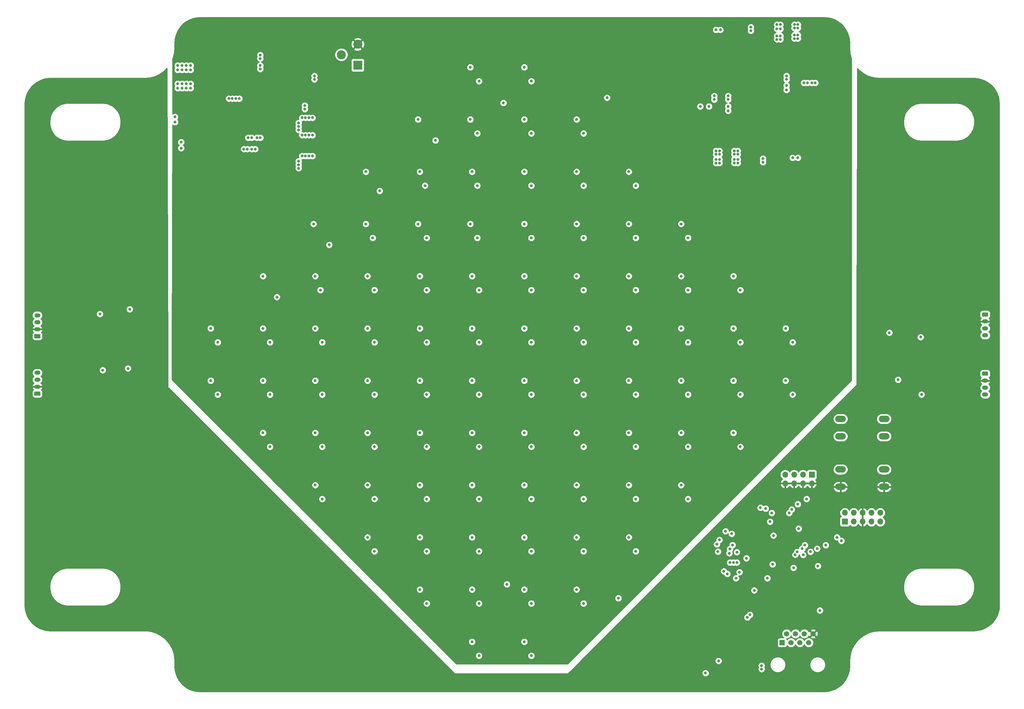
<source format=gbr>
G04 #@! TF.GenerationSoftware,KiCad,Pcbnew,(5.1.4)-1*
G04 #@! TF.CreationDate,2020-09-06T22:03:16+01:00*
G04 #@! TF.ProjectId,led-board,6c65642d-626f-4617-9264-2e6b69636164,rev?*
G04 #@! TF.SameCoordinates,Original*
G04 #@! TF.FileFunction,Copper,L2,Inr*
G04 #@! TF.FilePolarity,Positive*
%FSLAX46Y46*%
G04 Gerber Fmt 4.6, Leading zero omitted, Abs format (unit mm)*
G04 Created by KiCad (PCBNEW (5.1.4)-1) date 2020-09-06 22:03:16*
%MOMM*%
%LPD*%
G04 APERTURE LIST*
%ADD10C,2.600000*%
%ADD11R,2.600000X2.600000*%
%ADD12R,1.500000X1.500000*%
%ADD13C,1.500000*%
%ADD14O,1.750000X1.200000*%
%ADD15C,0.100000*%
%ADD16C,1.200000*%
%ADD17O,3.048000X1.850000*%
%ADD18R,1.700000X1.700000*%
%ADD19O,1.700000X1.700000*%
%ADD20C,0.800000*%
%ADD21C,0.254000*%
G04 APERTURE END LIST*
D10*
X163500000Y-58900000D03*
X168200000Y-55900000D03*
D11*
X168200000Y-61900000D03*
D12*
X290000000Y-227750000D03*
D13*
X291270000Y-225210000D03*
X292540000Y-227750000D03*
X293810000Y-225210000D03*
X295080000Y-227750000D03*
X296350000Y-225210000D03*
X297620000Y-227750000D03*
X298890000Y-225210000D03*
D14*
X348250000Y-156500000D03*
X348250000Y-154500000D03*
X348250000Y-152500000D03*
D15*
G36*
X348899505Y-149901204D02*
G01*
X348923773Y-149904804D01*
X348947572Y-149910765D01*
X348970671Y-149919030D01*
X348992850Y-149929520D01*
X349013893Y-149942132D01*
X349033599Y-149956747D01*
X349051777Y-149973223D01*
X349068253Y-149991401D01*
X349082868Y-150011107D01*
X349095480Y-150032150D01*
X349105970Y-150054329D01*
X349114235Y-150077428D01*
X349120196Y-150101227D01*
X349123796Y-150125495D01*
X349125000Y-150149999D01*
X349125000Y-150850001D01*
X349123796Y-150874505D01*
X349120196Y-150898773D01*
X349114235Y-150922572D01*
X349105970Y-150945671D01*
X349095480Y-150967850D01*
X349082868Y-150988893D01*
X349068253Y-151008599D01*
X349051777Y-151026777D01*
X349033599Y-151043253D01*
X349013893Y-151057868D01*
X348992850Y-151070480D01*
X348970671Y-151080970D01*
X348947572Y-151089235D01*
X348923773Y-151095196D01*
X348899505Y-151098796D01*
X348875001Y-151100000D01*
X347624999Y-151100000D01*
X347600495Y-151098796D01*
X347576227Y-151095196D01*
X347552428Y-151089235D01*
X347529329Y-151080970D01*
X347507150Y-151070480D01*
X347486107Y-151057868D01*
X347466401Y-151043253D01*
X347448223Y-151026777D01*
X347431747Y-151008599D01*
X347417132Y-150988893D01*
X347404520Y-150967850D01*
X347394030Y-150945671D01*
X347385765Y-150922572D01*
X347379804Y-150898773D01*
X347376204Y-150874505D01*
X347375000Y-150850001D01*
X347375000Y-150149999D01*
X347376204Y-150125495D01*
X347379804Y-150101227D01*
X347385765Y-150077428D01*
X347394030Y-150054329D01*
X347404520Y-150032150D01*
X347417132Y-150011107D01*
X347431747Y-149991401D01*
X347448223Y-149973223D01*
X347466401Y-149956747D01*
X347486107Y-149942132D01*
X347507150Y-149929520D01*
X347529329Y-149919030D01*
X347552428Y-149910765D01*
X347576227Y-149904804D01*
X347600495Y-149901204D01*
X347624999Y-149900000D01*
X348875001Y-149900000D01*
X348899505Y-149901204D01*
X348899505Y-149901204D01*
G37*
D16*
X348250000Y-150500000D03*
D15*
G36*
X348899505Y-132901204D02*
G01*
X348923773Y-132904804D01*
X348947572Y-132910765D01*
X348970671Y-132919030D01*
X348992850Y-132929520D01*
X349013893Y-132942132D01*
X349033599Y-132956747D01*
X349051777Y-132973223D01*
X349068253Y-132991401D01*
X349082868Y-133011107D01*
X349095480Y-133032150D01*
X349105970Y-133054329D01*
X349114235Y-133077428D01*
X349120196Y-133101227D01*
X349123796Y-133125495D01*
X349125000Y-133149999D01*
X349125000Y-133850001D01*
X349123796Y-133874505D01*
X349120196Y-133898773D01*
X349114235Y-133922572D01*
X349105970Y-133945671D01*
X349095480Y-133967850D01*
X349082868Y-133988893D01*
X349068253Y-134008599D01*
X349051777Y-134026777D01*
X349033599Y-134043253D01*
X349013893Y-134057868D01*
X348992850Y-134070480D01*
X348970671Y-134080970D01*
X348947572Y-134089235D01*
X348923773Y-134095196D01*
X348899505Y-134098796D01*
X348875001Y-134100000D01*
X347624999Y-134100000D01*
X347600495Y-134098796D01*
X347576227Y-134095196D01*
X347552428Y-134089235D01*
X347529329Y-134080970D01*
X347507150Y-134070480D01*
X347486107Y-134057868D01*
X347466401Y-134043253D01*
X347448223Y-134026777D01*
X347431747Y-134008599D01*
X347417132Y-133988893D01*
X347404520Y-133967850D01*
X347394030Y-133945671D01*
X347385765Y-133922572D01*
X347379804Y-133898773D01*
X347376204Y-133874505D01*
X347375000Y-133850001D01*
X347375000Y-133149999D01*
X347376204Y-133125495D01*
X347379804Y-133101227D01*
X347385765Y-133077428D01*
X347394030Y-133054329D01*
X347404520Y-133032150D01*
X347417132Y-133011107D01*
X347431747Y-132991401D01*
X347448223Y-132973223D01*
X347466401Y-132956747D01*
X347486107Y-132942132D01*
X347507150Y-132929520D01*
X347529329Y-132919030D01*
X347552428Y-132910765D01*
X347576227Y-132904804D01*
X347600495Y-132901204D01*
X347624999Y-132900000D01*
X348875001Y-132900000D01*
X348899505Y-132901204D01*
X348899505Y-132901204D01*
G37*
D16*
X348250000Y-133500000D03*
D14*
X348250000Y-135500000D03*
X348250000Y-137500000D03*
X348250000Y-139500000D03*
D15*
G36*
X76899505Y-155651204D02*
G01*
X76923773Y-155654804D01*
X76947572Y-155660765D01*
X76970671Y-155669030D01*
X76992850Y-155679520D01*
X77013893Y-155692132D01*
X77033599Y-155706747D01*
X77051777Y-155723223D01*
X77068253Y-155741401D01*
X77082868Y-155761107D01*
X77095480Y-155782150D01*
X77105970Y-155804329D01*
X77114235Y-155827428D01*
X77120196Y-155851227D01*
X77123796Y-155875495D01*
X77125000Y-155899999D01*
X77125000Y-156600001D01*
X77123796Y-156624505D01*
X77120196Y-156648773D01*
X77114235Y-156672572D01*
X77105970Y-156695671D01*
X77095480Y-156717850D01*
X77082868Y-156738893D01*
X77068253Y-156758599D01*
X77051777Y-156776777D01*
X77033599Y-156793253D01*
X77013893Y-156807868D01*
X76992850Y-156820480D01*
X76970671Y-156830970D01*
X76947572Y-156839235D01*
X76923773Y-156845196D01*
X76899505Y-156848796D01*
X76875001Y-156850000D01*
X75624999Y-156850000D01*
X75600495Y-156848796D01*
X75576227Y-156845196D01*
X75552428Y-156839235D01*
X75529329Y-156830970D01*
X75507150Y-156820480D01*
X75486107Y-156807868D01*
X75466401Y-156793253D01*
X75448223Y-156776777D01*
X75431747Y-156758599D01*
X75417132Y-156738893D01*
X75404520Y-156717850D01*
X75394030Y-156695671D01*
X75385765Y-156672572D01*
X75379804Y-156648773D01*
X75376204Y-156624505D01*
X75375000Y-156600001D01*
X75375000Y-155899999D01*
X75376204Y-155875495D01*
X75379804Y-155851227D01*
X75385765Y-155827428D01*
X75394030Y-155804329D01*
X75404520Y-155782150D01*
X75417132Y-155761107D01*
X75431747Y-155741401D01*
X75448223Y-155723223D01*
X75466401Y-155706747D01*
X75486107Y-155692132D01*
X75507150Y-155679520D01*
X75529329Y-155669030D01*
X75552428Y-155660765D01*
X75576227Y-155654804D01*
X75600495Y-155651204D01*
X75624999Y-155650000D01*
X76875001Y-155650000D01*
X76899505Y-155651204D01*
X76899505Y-155651204D01*
G37*
D16*
X76250000Y-156250000D03*
D14*
X76250000Y-154250000D03*
X76250000Y-152250000D03*
X76250000Y-150250000D03*
X76250000Y-133750000D03*
X76250000Y-135750000D03*
X76250000Y-137750000D03*
D15*
G36*
X76899505Y-139151204D02*
G01*
X76923773Y-139154804D01*
X76947572Y-139160765D01*
X76970671Y-139169030D01*
X76992850Y-139179520D01*
X77013893Y-139192132D01*
X77033599Y-139206747D01*
X77051777Y-139223223D01*
X77068253Y-139241401D01*
X77082868Y-139261107D01*
X77095480Y-139282150D01*
X77105970Y-139304329D01*
X77114235Y-139327428D01*
X77120196Y-139351227D01*
X77123796Y-139375495D01*
X77125000Y-139399999D01*
X77125000Y-140100001D01*
X77123796Y-140124505D01*
X77120196Y-140148773D01*
X77114235Y-140172572D01*
X77105970Y-140195671D01*
X77095480Y-140217850D01*
X77082868Y-140238893D01*
X77068253Y-140258599D01*
X77051777Y-140276777D01*
X77033599Y-140293253D01*
X77013893Y-140307868D01*
X76992850Y-140320480D01*
X76970671Y-140330970D01*
X76947572Y-140339235D01*
X76923773Y-140345196D01*
X76899505Y-140348796D01*
X76875001Y-140350000D01*
X75624999Y-140350000D01*
X75600495Y-140348796D01*
X75576227Y-140345196D01*
X75552428Y-140339235D01*
X75529329Y-140330970D01*
X75507150Y-140320480D01*
X75486107Y-140307868D01*
X75466401Y-140293253D01*
X75448223Y-140276777D01*
X75431747Y-140258599D01*
X75417132Y-140238893D01*
X75404520Y-140217850D01*
X75394030Y-140195671D01*
X75385765Y-140172572D01*
X75379804Y-140148773D01*
X75376204Y-140124505D01*
X75375000Y-140100001D01*
X75375000Y-139399999D01*
X75376204Y-139375495D01*
X75379804Y-139351227D01*
X75385765Y-139327428D01*
X75394030Y-139304329D01*
X75404520Y-139282150D01*
X75417132Y-139261107D01*
X75431747Y-139241401D01*
X75448223Y-139223223D01*
X75466401Y-139206747D01*
X75486107Y-139192132D01*
X75507150Y-139179520D01*
X75529329Y-139169030D01*
X75552428Y-139160765D01*
X75576227Y-139154804D01*
X75600495Y-139151204D01*
X75624999Y-139150000D01*
X76875001Y-139150000D01*
X76899505Y-139151204D01*
X76899505Y-139151204D01*
G37*
D16*
X76250000Y-139750000D03*
D17*
X306750000Y-183000000D03*
X306750000Y-178000000D03*
X319250000Y-183000000D03*
X319250000Y-178000000D03*
X319250000Y-163500000D03*
X319250000Y-168500000D03*
X306750000Y-163500000D03*
X306750000Y-168500000D03*
D18*
X298500000Y-179500000D03*
D19*
X298500000Y-182040000D03*
X295960000Y-179500000D03*
X295960000Y-182040000D03*
X293420000Y-179500000D03*
X293420000Y-182040000D03*
X290880000Y-179500000D03*
X290880000Y-182040000D03*
D18*
X308000000Y-193000000D03*
D19*
X308000000Y-190460000D03*
X310540000Y-193000000D03*
X310540000Y-190460000D03*
X313080000Y-193000000D03*
X313080000Y-190460000D03*
X315620000Y-193000000D03*
X315620000Y-190460000D03*
X318160000Y-193000000D03*
X318160000Y-190460000D03*
D20*
X291000000Y-222750000D03*
X283000000Y-216250000D03*
X292500000Y-218250000D03*
X296663909Y-218479708D03*
X339250000Y-130500000D03*
X339250000Y-142000000D03*
X85750000Y-147250000D03*
X85750000Y-159250000D03*
X85000000Y-141950000D03*
X85000000Y-131150000D03*
X279912500Y-237937500D03*
X282712500Y-237937500D03*
X339500000Y-147750000D03*
X339500000Y-158750000D03*
X292500000Y-199500000D03*
X282500000Y-222500000D03*
X313000000Y-95000000D03*
X301500000Y-167000000D03*
X272750000Y-206250000D03*
X287500000Y-198500000D03*
X261500000Y-205750000D03*
X261500000Y-208750000D03*
X261500000Y-211750000D03*
X273250000Y-194750000D03*
X282750000Y-195024990D03*
X305750000Y-197500000D03*
X294750000Y-195000000D03*
X307000000Y-198500000D03*
X279750000Y-203525000D03*
X282000000Y-212750000D03*
X280750000Y-219750000D03*
X280000000Y-220500000D03*
X273250000Y-207250000D03*
X300817223Y-218505901D03*
X287500000Y-197000000D03*
X194500000Y-77500000D03*
X207500000Y-81500000D03*
X209500000Y-62500000D03*
X209500000Y-77500000D03*
X192500000Y-81500000D03*
X194500000Y-92500000D03*
X209500000Y-92500000D03*
X207500000Y-96500000D03*
X192500000Y-96500000D03*
X179000000Y-92500000D03*
X176000000Y-98000000D03*
X206500000Y-68500000D03*
X207500000Y-111500000D03*
X209000000Y-107500000D03*
X194500000Y-107500000D03*
X179500000Y-107500000D03*
X177500000Y-111500000D03*
X164500000Y-107500000D03*
X162000000Y-113500000D03*
X209000000Y-122500000D03*
X207000000Y-126500000D03*
X194000000Y-122500000D03*
X192000000Y-126500000D03*
X177000000Y-126500000D03*
X179000000Y-122500000D03*
X164000000Y-122500000D03*
X149000000Y-122500000D03*
X147500000Y-127000000D03*
X162000000Y-126500000D03*
X209000000Y-137500000D03*
X207000000Y-141500000D03*
X194000000Y-137500000D03*
X192000000Y-141500000D03*
X179000000Y-137500000D03*
X177000000Y-141500000D03*
X164000000Y-137500000D03*
X162000000Y-141500000D03*
X147000000Y-141500000D03*
X149000000Y-137500000D03*
X134000000Y-137500000D03*
X132000000Y-141500000D03*
X192000000Y-111500000D03*
X222000000Y-66500000D03*
X224000000Y-62500000D03*
X237000000Y-81500000D03*
X239000000Y-77500000D03*
X222000000Y-81500000D03*
X224000000Y-77500000D03*
X254000000Y-92500000D03*
X252000000Y-96500000D03*
X237000000Y-96500000D03*
X239000000Y-92500000D03*
X222000000Y-96500000D03*
X224000000Y-92500000D03*
X254000000Y-107500000D03*
X252000000Y-111500000D03*
X267000000Y-111500000D03*
X269000000Y-107500000D03*
X239000000Y-107500000D03*
X237000000Y-111500000D03*
X224000000Y-107500000D03*
X222000000Y-111500000D03*
X284000000Y-122500000D03*
X282000000Y-126500000D03*
X267000000Y-126500000D03*
X269000000Y-122500000D03*
X252000000Y-126500000D03*
X254000000Y-122500000D03*
X237000000Y-126500000D03*
X239000000Y-122500000D03*
X222000000Y-126500000D03*
X224000000Y-122500000D03*
X297000000Y-141500000D03*
X299000000Y-137500000D03*
X282000000Y-141500000D03*
X284000000Y-137500000D03*
X267000000Y-141500000D03*
X269000000Y-137500000D03*
X252000000Y-141500000D03*
X254000000Y-137500000D03*
X237000000Y-141500000D03*
X239000000Y-137500000D03*
X222000000Y-141500000D03*
X224000000Y-137500000D03*
X224000000Y-152500000D03*
X222000000Y-156500000D03*
X237000000Y-156500000D03*
X239000000Y-152500000D03*
X252000000Y-156500000D03*
X254000000Y-152500000D03*
X267000000Y-156500000D03*
X269000000Y-152500000D03*
X282000000Y-156500000D03*
X284000000Y-152500000D03*
X297000000Y-156500000D03*
X299000000Y-152500000D03*
X284000000Y-167500000D03*
X269000000Y-167500000D03*
X254000000Y-167500000D03*
X282000000Y-171500000D03*
X267000000Y-171500000D03*
X252000000Y-171500000D03*
X237000000Y-171500000D03*
X239000000Y-167500000D03*
X222000000Y-171500000D03*
X224000000Y-167500000D03*
X224000000Y-182500000D03*
X222000000Y-186500000D03*
X237000000Y-186500000D03*
X239000000Y-182500000D03*
X252000000Y-186500000D03*
X254000000Y-182500000D03*
X267000000Y-186500000D03*
X269000000Y-182500000D03*
X254000000Y-197500000D03*
X252000000Y-201500000D03*
X239000000Y-197500000D03*
X237000000Y-201500000D03*
X239000000Y-212500000D03*
X237000000Y-216500000D03*
X222000000Y-216500000D03*
X224000000Y-212500000D03*
X224000000Y-227500000D03*
X222000000Y-231500000D03*
X209000000Y-152500000D03*
X207000000Y-156500000D03*
X194000000Y-152500000D03*
X192000000Y-156500000D03*
X179000000Y-152500000D03*
X177000000Y-156500000D03*
X164000000Y-152500000D03*
X162000000Y-156500000D03*
X149000000Y-152500000D03*
X147000000Y-156500000D03*
X134000000Y-152500000D03*
X132000000Y-156500000D03*
X209000000Y-167500000D03*
X207000000Y-171500000D03*
X194000000Y-167500000D03*
X192000000Y-171500000D03*
X179000000Y-167500000D03*
X177000000Y-171500000D03*
X164000000Y-167500000D03*
X162000000Y-171500000D03*
X149000000Y-167500000D03*
X147000000Y-171500000D03*
X164000000Y-182500000D03*
X162000000Y-186500000D03*
X177000000Y-186500000D03*
X179000000Y-182500000D03*
X192000000Y-186500000D03*
X194000000Y-182500000D03*
X207000000Y-186500000D03*
X209000000Y-182500000D03*
X209000000Y-197500000D03*
X207000000Y-201500000D03*
X194000000Y-197500000D03*
X192000000Y-201500000D03*
X179000000Y-197500000D03*
X177000000Y-201500000D03*
X192000000Y-216500000D03*
X194000000Y-212500000D03*
X207000000Y-216500000D03*
X209000000Y-212500000D03*
X207000000Y-231500000D03*
X209000000Y-227500000D03*
X224000000Y-197500000D03*
X222000000Y-201500000D03*
X149200000Y-91500000D03*
X149200000Y-90500000D03*
X149200000Y-89500000D03*
X148200000Y-88000000D03*
X147200000Y-88000000D03*
X146200000Y-88000000D03*
X145200000Y-88000000D03*
X149200000Y-78500000D03*
X149200000Y-79500000D03*
X149200000Y-80500000D03*
X148200000Y-82000000D03*
X147200000Y-82000000D03*
X146200000Y-82000000D03*
X145200000Y-82000000D03*
X148200000Y-77000000D03*
X147200000Y-77000000D03*
X146200000Y-77000000D03*
X145200000Y-77000000D03*
X149700000Y-63500000D03*
X142700000Y-71000000D03*
X141700000Y-71000000D03*
X139700000Y-71000000D03*
X138700000Y-71000000D03*
X142700000Y-67000000D03*
X141700000Y-67000000D03*
X139700000Y-67000000D03*
X138700000Y-67000000D03*
X124500000Y-86025000D03*
X128250000Y-62000000D03*
X127000000Y-62000000D03*
X125750000Y-62000000D03*
X124500000Y-62000000D03*
X124500000Y-63250000D03*
X125750000Y-63250000D03*
X127000000Y-63250000D03*
X128250000Y-63250000D03*
X124500000Y-68250000D03*
X125750000Y-68250000D03*
X127000000Y-68250000D03*
X128250000Y-68250000D03*
X128250000Y-67000000D03*
X127000000Y-67000000D03*
X125750000Y-67000000D03*
X124500000Y-67000000D03*
X124750000Y-77250000D03*
X125750000Y-77250000D03*
X126750000Y-77250000D03*
X127750000Y-77250000D03*
X145000000Y-72500000D03*
X146000000Y-72500000D03*
X147000000Y-72500000D03*
X148000000Y-72500000D03*
X270750000Y-58250000D03*
X288500000Y-58250000D03*
X289500000Y-58250000D03*
X288500000Y-59250000D03*
X289500000Y-59250000D03*
X288500000Y-61250000D03*
X289500000Y-61250000D03*
X288500000Y-62250000D03*
X289500000Y-62250000D03*
X294750000Y-58000000D03*
X293750000Y-58000000D03*
X294750000Y-59000000D03*
X293750000Y-59000000D03*
X294750000Y-61250000D03*
X293750000Y-61250000D03*
X294750000Y-62250000D03*
X293750000Y-62250000D03*
X278750000Y-61000000D03*
X278750000Y-59500000D03*
X279250000Y-67250000D03*
X279250000Y-66000000D03*
X294750000Y-81750000D03*
X271000000Y-78000000D03*
X271000000Y-79000000D03*
X272000000Y-78000000D03*
X272000000Y-79000000D03*
X271000000Y-81000000D03*
X272000000Y-81000000D03*
X271000000Y-82000000D03*
X272000000Y-82000000D03*
X277500000Y-78000000D03*
X276500000Y-78000000D03*
X277500000Y-79000000D03*
X276500000Y-79000000D03*
X277500000Y-81000000D03*
X276500000Y-81000000D03*
X277500000Y-82000000D03*
X276500000Y-82000000D03*
X308000000Y-95000000D03*
X200500000Y-77500000D03*
X202500000Y-81500000D03*
X200500000Y-62500000D03*
X185500000Y-77500000D03*
X190500000Y-83500000D03*
X201000000Y-92500000D03*
X202500000Y-96500000D03*
X187500000Y-96500000D03*
X186000000Y-92500000D03*
X170500000Y-92500000D03*
X174500000Y-98000000D03*
X203000000Y-66500000D03*
X202500000Y-111500000D03*
X200500000Y-107500000D03*
X185500000Y-107500000D03*
X170500000Y-107500000D03*
X172500000Y-111500000D03*
X155500000Y-107500000D03*
X160000000Y-113500000D03*
X201000000Y-122500000D03*
X203000000Y-126500000D03*
X186000000Y-122500000D03*
X188000000Y-126500000D03*
X173000000Y-126500000D03*
X171000000Y-122500000D03*
X156000000Y-122500000D03*
X141000000Y-122500000D03*
X145000000Y-128500000D03*
X157500000Y-126500000D03*
X201000000Y-137500000D03*
X203000000Y-141500000D03*
X186000000Y-137500000D03*
X188000000Y-141500000D03*
X171000000Y-137500000D03*
X173000000Y-141500000D03*
X156000000Y-137500000D03*
X158000000Y-141500000D03*
X143000000Y-141500000D03*
X141000000Y-137500000D03*
X128000000Y-141500000D03*
X126000000Y-137500000D03*
X188000000Y-111500000D03*
X134200000Y-71500000D03*
X133200000Y-71500000D03*
X132200000Y-71500000D03*
X131200000Y-71500000D03*
X140200000Y-59000000D03*
X140200000Y-60000000D03*
X140200000Y-62000000D03*
X140200000Y-63000000D03*
X203000000Y-156500000D03*
X201000000Y-152500000D03*
X188000000Y-156500000D03*
X186000000Y-152500000D03*
X173000000Y-156500000D03*
X171000000Y-152500000D03*
X158000000Y-156500000D03*
X156000000Y-152500000D03*
X143000000Y-156500000D03*
X141000000Y-152500000D03*
X126000000Y-152500000D03*
X128000000Y-156500000D03*
X203000000Y-171500000D03*
X201000000Y-167500000D03*
X188000000Y-171500000D03*
X186000000Y-167500000D03*
X173000000Y-171500000D03*
X171000000Y-167500000D03*
X158000000Y-171500000D03*
X156000000Y-167500000D03*
X143000000Y-171500000D03*
X141000000Y-167500000D03*
X156000000Y-182500000D03*
X158000000Y-186500000D03*
X171000000Y-182500000D03*
X173000000Y-186500000D03*
X186000000Y-182500000D03*
X188000000Y-186500000D03*
X201000000Y-182500000D03*
X203000000Y-186500000D03*
X201000000Y-197500000D03*
X203000000Y-201500000D03*
X188000000Y-201500000D03*
X186000000Y-197500000D03*
X173000000Y-201500000D03*
X171000000Y-197500000D03*
X186000000Y-212500000D03*
X188000000Y-216500000D03*
X201000000Y-212500000D03*
X203000000Y-216500000D03*
X201000000Y-227500000D03*
X203000000Y-231500000D03*
X135500000Y-86000000D03*
X136500000Y-86000000D03*
X137750000Y-86000000D03*
X138750000Y-86000000D03*
X136750000Y-82750000D03*
X137750000Y-82750000D03*
X139250000Y-82750000D03*
X140250000Y-82750000D03*
X218000000Y-66500000D03*
X216000000Y-62500000D03*
X231000000Y-77500000D03*
X233000000Y-81500000D03*
X216000000Y-77500000D03*
X218000000Y-81500000D03*
X246000000Y-92500000D03*
X248000000Y-96500000D03*
X231000000Y-92500000D03*
X233000000Y-96500000D03*
X216000000Y-92500000D03*
X218000000Y-96500000D03*
X246000000Y-107500000D03*
X248000000Y-111500000D03*
X263000000Y-111500000D03*
X261000000Y-107500000D03*
X231000000Y-107500000D03*
X233000000Y-111500000D03*
X216000000Y-107500000D03*
X218000000Y-111500000D03*
X276000000Y-122500000D03*
X278000000Y-126500000D03*
X261000000Y-122500000D03*
X263000000Y-126500000D03*
X246000000Y-122500000D03*
X248000000Y-126500000D03*
X231000000Y-122500000D03*
X233000000Y-126500000D03*
X216000000Y-122500000D03*
X218000000Y-126500000D03*
X291000000Y-137500000D03*
X293000000Y-141500000D03*
X276000000Y-137500000D03*
X278000000Y-141500000D03*
X261000000Y-137500000D03*
X263000000Y-141500000D03*
X246000000Y-137500000D03*
X248000000Y-141500000D03*
X231000000Y-137500000D03*
X233000000Y-141500000D03*
X216000000Y-137500000D03*
X218000000Y-141500000D03*
X274500000Y-70750000D03*
X274500000Y-71750000D03*
X274500000Y-73750000D03*
X274500000Y-75000000D03*
X270500000Y-70750000D03*
X270500000Y-71750000D03*
X266500000Y-73750000D03*
X269000000Y-73750000D03*
X216000000Y-152500000D03*
X218000000Y-156500000D03*
X233000000Y-156500000D03*
X231000000Y-152500000D03*
X248000000Y-156500000D03*
X246000000Y-152500000D03*
X261000000Y-152500000D03*
X263000000Y-156500000D03*
X276000000Y-152500000D03*
X278000000Y-156500000D03*
X291000000Y-152500000D03*
X293000000Y-156500000D03*
X276000000Y-167500000D03*
X261000000Y-167500000D03*
X278000000Y-171500000D03*
X263000000Y-171500000D03*
X246000000Y-167500000D03*
X248000000Y-171500000D03*
X231000000Y-167500000D03*
X233000000Y-171500000D03*
X216000000Y-167500000D03*
X218000000Y-171500000D03*
X218000000Y-186500000D03*
X216000000Y-182500000D03*
X231000000Y-182500000D03*
X233000000Y-186500000D03*
X246000000Y-182500000D03*
X248000000Y-186500000D03*
X261000000Y-182500000D03*
X263000000Y-186500000D03*
X248000000Y-201500000D03*
X246000000Y-197500000D03*
X231000000Y-197500000D03*
X233000000Y-201500000D03*
X231000000Y-212500000D03*
X233000000Y-216500000D03*
X216000000Y-212500000D03*
X218000000Y-216500000D03*
X216000000Y-227500000D03*
X218000000Y-231500000D03*
X216000000Y-197500000D03*
X218000000Y-201500000D03*
X291250000Y-65000000D03*
X291250000Y-66000000D03*
X291250000Y-67750000D03*
X291250000Y-69000000D03*
X296250000Y-67000000D03*
X297250000Y-67000000D03*
X298500000Y-67000000D03*
X299500000Y-67000000D03*
X329750000Y-140000000D03*
X95000000Y-149500000D03*
X94200000Y-133350000D03*
X284100000Y-234350000D03*
X284100000Y-235350000D03*
X330000000Y-156500000D03*
X268000000Y-236500000D03*
X271750000Y-233000000D03*
X277000000Y-201750000D03*
X155200000Y-82000000D03*
X154200000Y-82000000D03*
X153200000Y-82000000D03*
X152200000Y-82000000D03*
X151200000Y-80500000D03*
X151200000Y-78500000D03*
X151200000Y-79500000D03*
X152200000Y-77000000D03*
X153200000Y-77000000D03*
X154200000Y-77000000D03*
X155200000Y-77000000D03*
X155200000Y-88000000D03*
X154200000Y-88000000D03*
X153200000Y-88000000D03*
X152200000Y-88000000D03*
X151200000Y-89500000D03*
X151200000Y-90500000D03*
X151200000Y-91500000D03*
X116500000Y-62000000D03*
X117750000Y-62000000D03*
X119000000Y-62000000D03*
X120250000Y-62000000D03*
X116500000Y-68500000D03*
X117750000Y-68500000D03*
X119000000Y-68500000D03*
X120250000Y-68500000D03*
X116500000Y-67250000D03*
X117750000Y-67250000D03*
X119000000Y-67250000D03*
X120250000Y-67250000D03*
X116500000Y-63250000D03*
X117750000Y-63250000D03*
X119000000Y-63250000D03*
X120250000Y-63250000D03*
X115750000Y-78250000D03*
X115750000Y-76750000D03*
X117500000Y-85750000D03*
X117500000Y-84000000D03*
X155750000Y-65000000D03*
X155750000Y-66000000D03*
X153000000Y-74500000D03*
X153000000Y-73500000D03*
X288500000Y-54500000D03*
X288500000Y-51500000D03*
X288500000Y-50250000D03*
X288500000Y-53500000D03*
X294500000Y-50250000D03*
X294500000Y-51250000D03*
X294500000Y-53250000D03*
X294500000Y-54250000D03*
X281000000Y-51000000D03*
X281000000Y-52000000D03*
X271000000Y-51750000D03*
X272250000Y-51750000D03*
X289500000Y-54500000D03*
X289500000Y-53500000D03*
X289500000Y-51500000D03*
X289500000Y-50250000D03*
X293500000Y-50250000D03*
X293500000Y-51250000D03*
X293500000Y-53250000D03*
X293500000Y-54250000D03*
X284500000Y-88750000D03*
X284500000Y-89750000D03*
X293000000Y-88500000D03*
X294500000Y-88500000D03*
X277250000Y-87500000D03*
X277250000Y-86500000D03*
X276250000Y-86500000D03*
X276250000Y-87500000D03*
X276250000Y-89000000D03*
X277250000Y-89000000D03*
X276250000Y-90000000D03*
X277250000Y-90000000D03*
X271000000Y-86500000D03*
X272000000Y-86500000D03*
X271000000Y-87500000D03*
X272000000Y-87500000D03*
X271000000Y-89000000D03*
X272000000Y-89000000D03*
X271000000Y-90000000D03*
X272000000Y-90000000D03*
X210000000Y-72750000D03*
X283750000Y-189000000D03*
X286500000Y-193000000D03*
X211000000Y-211000000D03*
X285250000Y-189250000D03*
X239750000Y-71250000D03*
X287000000Y-190500000D03*
X243000000Y-215000000D03*
X296500000Y-199750000D03*
X302500000Y-199750000D03*
X275000000Y-204750000D03*
X274250000Y-208000000D03*
X300262653Y-205737347D03*
X277000000Y-204750000D03*
X276750000Y-209250000D03*
X276000000Y-204750000D03*
X320750000Y-138750000D03*
X273750000Y-195750000D03*
X275525305Y-196475000D03*
X323250000Y-152250000D03*
X271250000Y-199500000D03*
X102750000Y-132000000D03*
X102250000Y-149000000D03*
X272000000Y-198250000D03*
X296043537Y-202543537D03*
X293750000Y-202500000D03*
X298137653Y-201637653D03*
X294304701Y-201667948D03*
X300025306Y-200775306D03*
X295750000Y-200750000D03*
X271557364Y-201612205D03*
X292000000Y-190500000D03*
X275750000Y-199735111D03*
X292750000Y-189500000D03*
X275016277Y-200860110D03*
X294487347Y-187987347D03*
X274825846Y-202075846D03*
X297000000Y-186500000D03*
X285750000Y-209250000D03*
X277750000Y-207524990D03*
X287250000Y-205250000D03*
X293250000Y-206250000D03*
D21*
G36*
X113872590Y-202373000D02*
G01*
X72660000Y-202373000D01*
X72660000Y-155899999D01*
X74736928Y-155899999D01*
X74736928Y-156600001D01*
X74753992Y-156773255D01*
X74804528Y-156939851D01*
X74886595Y-157093387D01*
X74997038Y-157227962D01*
X75131613Y-157338405D01*
X75285149Y-157420472D01*
X75451745Y-157471008D01*
X75624999Y-157488072D01*
X76875001Y-157488072D01*
X77048255Y-157471008D01*
X77214851Y-157420472D01*
X77368387Y-157338405D01*
X77502962Y-157227962D01*
X77613405Y-157093387D01*
X77695472Y-156939851D01*
X77746008Y-156773255D01*
X77763072Y-156600001D01*
X77763072Y-155899999D01*
X77746008Y-155726745D01*
X77695472Y-155560149D01*
X77613405Y-155406613D01*
X77502962Y-155272038D01*
X77368387Y-155161595D01*
X77363594Y-155159033D01*
X77488078Y-155033474D01*
X77622421Y-154830533D01*
X77714591Y-154605282D01*
X77718462Y-154567609D01*
X77593731Y-154377000D01*
X76377000Y-154377000D01*
X76377000Y-154397000D01*
X76123000Y-154397000D01*
X76123000Y-154377000D01*
X74906269Y-154377000D01*
X74781538Y-154567609D01*
X74785409Y-154605282D01*
X74877579Y-154830533D01*
X75011922Y-155033474D01*
X75136406Y-155159033D01*
X75131613Y-155161595D01*
X74997038Y-155272038D01*
X74886595Y-155406613D01*
X74804528Y-155560149D01*
X74753992Y-155726745D01*
X74736928Y-155899999D01*
X72660000Y-155899999D01*
X72660000Y-150250000D01*
X74734025Y-150250000D01*
X74757870Y-150492102D01*
X74828489Y-150724901D01*
X74943167Y-150939449D01*
X75097498Y-151127502D01*
X75246762Y-151250000D01*
X75097498Y-151372498D01*
X74943167Y-151560551D01*
X74828489Y-151775099D01*
X74757870Y-152007898D01*
X74734025Y-152250000D01*
X74757870Y-152492102D01*
X74828489Y-152724901D01*
X74943167Y-152939449D01*
X75097498Y-153127502D01*
X75247348Y-153250481D01*
X75183275Y-153293693D01*
X75011922Y-153466526D01*
X74877579Y-153669467D01*
X74785409Y-153894718D01*
X74781538Y-153932391D01*
X74906269Y-154123000D01*
X76123000Y-154123000D01*
X76123000Y-154103000D01*
X76377000Y-154103000D01*
X76377000Y-154123000D01*
X77593731Y-154123000D01*
X77718462Y-153932391D01*
X77714591Y-153894718D01*
X77622421Y-153669467D01*
X77488078Y-153466526D01*
X77316725Y-153293693D01*
X77252652Y-153250481D01*
X77402502Y-153127502D01*
X77556833Y-152939449D01*
X77671511Y-152724901D01*
X77742130Y-152492102D01*
X77765975Y-152250000D01*
X77742130Y-152007898D01*
X77671511Y-151775099D01*
X77556833Y-151560551D01*
X77402502Y-151372498D01*
X77253238Y-151250000D01*
X77402502Y-151127502D01*
X77556833Y-150939449D01*
X77671511Y-150724901D01*
X77742130Y-150492102D01*
X77765975Y-150250000D01*
X77742130Y-150007898D01*
X77671511Y-149775099D01*
X77556833Y-149560551D01*
X77423481Y-149398061D01*
X93965000Y-149398061D01*
X93965000Y-149601939D01*
X94004774Y-149801898D01*
X94082795Y-149990256D01*
X94196063Y-150159774D01*
X94340226Y-150303937D01*
X94509744Y-150417205D01*
X94698102Y-150495226D01*
X94898061Y-150535000D01*
X95101939Y-150535000D01*
X95301898Y-150495226D01*
X95490256Y-150417205D01*
X95659774Y-150303937D01*
X95803937Y-150159774D01*
X95917205Y-149990256D01*
X95995226Y-149801898D01*
X96035000Y-149601939D01*
X96035000Y-149398061D01*
X95995226Y-149198102D01*
X95917205Y-149009744D01*
X95842582Y-148898061D01*
X101215000Y-148898061D01*
X101215000Y-149101939D01*
X101254774Y-149301898D01*
X101332795Y-149490256D01*
X101446063Y-149659774D01*
X101590226Y-149803937D01*
X101759744Y-149917205D01*
X101948102Y-149995226D01*
X102148061Y-150035000D01*
X102351939Y-150035000D01*
X102551898Y-149995226D01*
X102740256Y-149917205D01*
X102909774Y-149803937D01*
X103053937Y-149659774D01*
X103167205Y-149490256D01*
X103245226Y-149301898D01*
X103285000Y-149101939D01*
X103285000Y-148898061D01*
X103245226Y-148698102D01*
X103167205Y-148509744D01*
X103053937Y-148340226D01*
X102909774Y-148196063D01*
X102740256Y-148082795D01*
X102551898Y-148004774D01*
X102351939Y-147965000D01*
X102148061Y-147965000D01*
X101948102Y-148004774D01*
X101759744Y-148082795D01*
X101590226Y-148196063D01*
X101446063Y-148340226D01*
X101332795Y-148509744D01*
X101254774Y-148698102D01*
X101215000Y-148898061D01*
X95842582Y-148898061D01*
X95803937Y-148840226D01*
X95659774Y-148696063D01*
X95490256Y-148582795D01*
X95301898Y-148504774D01*
X95101939Y-148465000D01*
X94898061Y-148465000D01*
X94698102Y-148504774D01*
X94509744Y-148582795D01*
X94340226Y-148696063D01*
X94196063Y-148840226D01*
X94082795Y-149009744D01*
X94004774Y-149198102D01*
X93965000Y-149398061D01*
X77423481Y-149398061D01*
X77402502Y-149372498D01*
X77214449Y-149218167D01*
X76999901Y-149103489D01*
X76767102Y-149032870D01*
X76585665Y-149015000D01*
X75914335Y-149015000D01*
X75732898Y-149032870D01*
X75500099Y-149103489D01*
X75285551Y-149218167D01*
X75097498Y-149372498D01*
X74943167Y-149560551D01*
X74828489Y-149775099D01*
X74757870Y-150007898D01*
X74734025Y-150250000D01*
X72660000Y-150250000D01*
X72660000Y-139399999D01*
X74736928Y-139399999D01*
X74736928Y-140100001D01*
X74753992Y-140273255D01*
X74804528Y-140439851D01*
X74886595Y-140593387D01*
X74997038Y-140727962D01*
X75131613Y-140838405D01*
X75285149Y-140920472D01*
X75451745Y-140971008D01*
X75624999Y-140988072D01*
X76875001Y-140988072D01*
X77048255Y-140971008D01*
X77214851Y-140920472D01*
X77368387Y-140838405D01*
X77502962Y-140727962D01*
X77613405Y-140593387D01*
X77695472Y-140439851D01*
X77746008Y-140273255D01*
X77763072Y-140100001D01*
X77763072Y-139399999D01*
X77746008Y-139226745D01*
X77695472Y-139060149D01*
X77613405Y-138906613D01*
X77502962Y-138772038D01*
X77368387Y-138661595D01*
X77363594Y-138659033D01*
X77488078Y-138533474D01*
X77622421Y-138330533D01*
X77714591Y-138105282D01*
X77718462Y-138067609D01*
X77593731Y-137877000D01*
X76377000Y-137877000D01*
X76377000Y-137897000D01*
X76123000Y-137897000D01*
X76123000Y-137877000D01*
X74906269Y-137877000D01*
X74781538Y-138067609D01*
X74785409Y-138105282D01*
X74877579Y-138330533D01*
X75011922Y-138533474D01*
X75136406Y-138659033D01*
X75131613Y-138661595D01*
X74997038Y-138772038D01*
X74886595Y-138906613D01*
X74804528Y-139060149D01*
X74753992Y-139226745D01*
X74736928Y-139399999D01*
X72660000Y-139399999D01*
X72660000Y-133750000D01*
X74734025Y-133750000D01*
X74757870Y-133992102D01*
X74828489Y-134224901D01*
X74943167Y-134439449D01*
X75097498Y-134627502D01*
X75246762Y-134750000D01*
X75097498Y-134872498D01*
X74943167Y-135060551D01*
X74828489Y-135275099D01*
X74757870Y-135507898D01*
X74734025Y-135750000D01*
X74757870Y-135992102D01*
X74828489Y-136224901D01*
X74943167Y-136439449D01*
X75097498Y-136627502D01*
X75247348Y-136750481D01*
X75183275Y-136793693D01*
X75011922Y-136966526D01*
X74877579Y-137169467D01*
X74785409Y-137394718D01*
X74781538Y-137432391D01*
X74906269Y-137623000D01*
X76123000Y-137623000D01*
X76123000Y-137603000D01*
X76377000Y-137603000D01*
X76377000Y-137623000D01*
X77593731Y-137623000D01*
X77718462Y-137432391D01*
X77714591Y-137394718D01*
X77622421Y-137169467D01*
X77488078Y-136966526D01*
X77316725Y-136793693D01*
X77252652Y-136750481D01*
X77402502Y-136627502D01*
X77556833Y-136439449D01*
X77671511Y-136224901D01*
X77742130Y-135992102D01*
X77765975Y-135750000D01*
X77742130Y-135507898D01*
X77671511Y-135275099D01*
X77556833Y-135060551D01*
X77402502Y-134872498D01*
X77253238Y-134750000D01*
X77402502Y-134627502D01*
X77556833Y-134439449D01*
X77671511Y-134224901D01*
X77742130Y-133992102D01*
X77765975Y-133750000D01*
X77742130Y-133507898D01*
X77671511Y-133275099D01*
X77657059Y-133248061D01*
X93165000Y-133248061D01*
X93165000Y-133451939D01*
X93204774Y-133651898D01*
X93282795Y-133840256D01*
X93396063Y-134009774D01*
X93540226Y-134153937D01*
X93709744Y-134267205D01*
X93898102Y-134345226D01*
X94098061Y-134385000D01*
X94301939Y-134385000D01*
X94501898Y-134345226D01*
X94690256Y-134267205D01*
X94859774Y-134153937D01*
X95003937Y-134009774D01*
X95117205Y-133840256D01*
X95195226Y-133651898D01*
X95235000Y-133451939D01*
X95235000Y-133248061D01*
X95195226Y-133048102D01*
X95117205Y-132859744D01*
X95003937Y-132690226D01*
X94859774Y-132546063D01*
X94690256Y-132432795D01*
X94501898Y-132354774D01*
X94301939Y-132315000D01*
X94098061Y-132315000D01*
X93898102Y-132354774D01*
X93709744Y-132432795D01*
X93540226Y-132546063D01*
X93396063Y-132690226D01*
X93282795Y-132859744D01*
X93204774Y-133048102D01*
X93165000Y-133248061D01*
X77657059Y-133248061D01*
X77556833Y-133060551D01*
X77402502Y-132872498D01*
X77214449Y-132718167D01*
X76999901Y-132603489D01*
X76767102Y-132532870D01*
X76585665Y-132515000D01*
X75914335Y-132515000D01*
X75732898Y-132532870D01*
X75500099Y-132603489D01*
X75285551Y-132718167D01*
X75097498Y-132872498D01*
X74943167Y-133060551D01*
X74828489Y-133275099D01*
X74757870Y-133507898D01*
X74734025Y-133750000D01*
X72660000Y-133750000D01*
X72660000Y-131898061D01*
X101715000Y-131898061D01*
X101715000Y-132101939D01*
X101754774Y-132301898D01*
X101832795Y-132490256D01*
X101946063Y-132659774D01*
X102090226Y-132803937D01*
X102259744Y-132917205D01*
X102448102Y-132995226D01*
X102648061Y-133035000D01*
X102851939Y-133035000D01*
X103051898Y-132995226D01*
X103240256Y-132917205D01*
X103409774Y-132803937D01*
X103553937Y-132659774D01*
X103667205Y-132490256D01*
X103745226Y-132301898D01*
X103785000Y-132101939D01*
X103785000Y-131898061D01*
X103745226Y-131698102D01*
X103667205Y-131509744D01*
X103553937Y-131340226D01*
X103409774Y-131196063D01*
X103240256Y-131082795D01*
X103051898Y-131004774D01*
X102851939Y-130965000D01*
X102648061Y-130965000D01*
X102448102Y-131004774D01*
X102259744Y-131082795D01*
X102090226Y-131196063D01*
X101946063Y-131340226D01*
X101832795Y-131509744D01*
X101754774Y-131698102D01*
X101715000Y-131898061D01*
X72660000Y-131898061D01*
X72660000Y-77967581D01*
X79840000Y-77967581D01*
X79840000Y-78532418D01*
X79840792Y-78540455D01*
X79845569Y-78735948D01*
X79846431Y-78743123D01*
X79846078Y-78750339D01*
X79852202Y-78814529D01*
X79974859Y-79660477D01*
X79982096Y-79690164D01*
X79986400Y-79720406D01*
X80004546Y-79782260D01*
X80004551Y-79782280D01*
X80004555Y-79782289D01*
X80284961Y-80589772D01*
X80297678Y-80617550D01*
X80307625Y-80646437D01*
X80337149Y-80703763D01*
X80765192Y-81443662D01*
X80782930Y-81468530D01*
X80798162Y-81495019D01*
X80837994Y-81545727D01*
X81398226Y-82191337D01*
X81420350Y-82212405D01*
X81440313Y-82235533D01*
X81489003Y-82277784D01*
X81489015Y-82277795D01*
X81489022Y-82277799D01*
X82161222Y-82805821D01*
X82186936Y-82822329D01*
X82210908Y-82841261D01*
X82266713Y-82873545D01*
X82266722Y-82873551D01*
X82266726Y-82873553D01*
X83026648Y-83264937D01*
X83055014Y-83276283D01*
X83082139Y-83290343D01*
X83143052Y-83311496D01*
X83963278Y-83552124D01*
X83993280Y-83557901D01*
X84022571Y-83566578D01*
X84086365Y-83575827D01*
X84086386Y-83575831D01*
X84086396Y-83575831D01*
X84936310Y-83656920D01*
X84967581Y-83660000D01*
X95032419Y-83660000D01*
X95040457Y-83659208D01*
X95235948Y-83654431D01*
X95243123Y-83653569D01*
X95250339Y-83653922D01*
X95314529Y-83647798D01*
X96160477Y-83525141D01*
X96190164Y-83517904D01*
X96220406Y-83513600D01*
X96282260Y-83495454D01*
X96282280Y-83495449D01*
X96282289Y-83495445D01*
X97089772Y-83215039D01*
X97117550Y-83202322D01*
X97146437Y-83192375D01*
X97203763Y-83162851D01*
X97943662Y-82734808D01*
X97968530Y-82717070D01*
X97995019Y-82701838D01*
X98045727Y-82662006D01*
X98691337Y-82101774D01*
X98712405Y-82079650D01*
X98735533Y-82059687D01*
X98777784Y-82010997D01*
X98777795Y-82010985D01*
X98777799Y-82010978D01*
X99305821Y-81338778D01*
X99322329Y-81313064D01*
X99341261Y-81289092D01*
X99373545Y-81233287D01*
X99373551Y-81233278D01*
X99373553Y-81233274D01*
X99764937Y-80473352D01*
X99776283Y-80444986D01*
X99790343Y-80417861D01*
X99811496Y-80356948D01*
X100052124Y-79536722D01*
X100057901Y-79506720D01*
X100066578Y-79477429D01*
X100075827Y-79413635D01*
X100075831Y-79413614D01*
X100075831Y-79413604D01*
X100156920Y-78563690D01*
X100160000Y-78532419D01*
X100160000Y-77967581D01*
X100159208Y-77959543D01*
X100154431Y-77764052D01*
X100153569Y-77756877D01*
X100153922Y-77749661D01*
X100147798Y-77685471D01*
X100025141Y-76839523D01*
X100017904Y-76809836D01*
X100013600Y-76779594D01*
X99995449Y-76717720D01*
X99715039Y-75910228D01*
X99702323Y-75882452D01*
X99692375Y-75853563D01*
X99662851Y-75796238D01*
X99662851Y-75796237D01*
X99662848Y-75796233D01*
X99234809Y-75056338D01*
X99217064Y-75031460D01*
X99201838Y-75004982D01*
X99162006Y-74954273D01*
X98601774Y-74308663D01*
X98579645Y-74287590D01*
X98559687Y-74264468D01*
X98510997Y-74222216D01*
X98510985Y-74222205D01*
X98510978Y-74222201D01*
X97838778Y-73694180D01*
X97813071Y-73677676D01*
X97789092Y-73658739D01*
X97733277Y-73626449D01*
X96973351Y-73235062D01*
X96944986Y-73223717D01*
X96917862Y-73209657D01*
X96856948Y-73188504D01*
X96036722Y-72947876D01*
X96006720Y-72942099D01*
X95977429Y-72933422D01*
X95913635Y-72924173D01*
X95913614Y-72924169D01*
X95913604Y-72924169D01*
X95063690Y-72843080D01*
X95032419Y-72840000D01*
X84967581Y-72840000D01*
X84959543Y-72840792D01*
X84764052Y-72845569D01*
X84756877Y-72846431D01*
X84749661Y-72846078D01*
X84685471Y-72852202D01*
X83839523Y-72974859D01*
X83809836Y-72982096D01*
X83779594Y-72986400D01*
X83717720Y-73004551D01*
X82910228Y-73284961D01*
X82882452Y-73297677D01*
X82853563Y-73307625D01*
X82796246Y-73337145D01*
X82796237Y-73337149D01*
X82796233Y-73337152D01*
X82056338Y-73765191D01*
X82031460Y-73782936D01*
X82004982Y-73798162D01*
X81954273Y-73837994D01*
X81308663Y-74398226D01*
X81287590Y-74420355D01*
X81264468Y-74440313D01*
X81222216Y-74489003D01*
X81222205Y-74489015D01*
X81222201Y-74489022D01*
X80694180Y-75161222D01*
X80677676Y-75186929D01*
X80658739Y-75210908D01*
X80626449Y-75266723D01*
X80235062Y-76026649D01*
X80223717Y-76055014D01*
X80209657Y-76082138D01*
X80188504Y-76143052D01*
X79947876Y-76963278D01*
X79942099Y-76993280D01*
X79933422Y-77022571D01*
X79924173Y-77086365D01*
X79924169Y-77086386D01*
X79924169Y-77086396D01*
X79843080Y-77936310D01*
X79840000Y-77967581D01*
X72660000Y-77967581D01*
X72660000Y-73023338D01*
X72734863Y-71966016D01*
X72953032Y-70952664D01*
X73311805Y-69980167D01*
X73804027Y-69067919D01*
X74419875Y-68234127D01*
X75147065Y-67495422D01*
X75971073Y-66866559D01*
X76875483Y-66360065D01*
X77842233Y-65986057D01*
X78852030Y-65751999D01*
X79905445Y-65660763D01*
X80002638Y-65660000D01*
X107032419Y-65660000D01*
X107035000Y-65659746D01*
X107130843Y-65658993D01*
X107146372Y-65657771D01*
X107161926Y-65658015D01*
X107182608Y-65656551D01*
X108308425Y-65559045D01*
X108344251Y-65553371D01*
X108380236Y-65548825D01*
X108400487Y-65544465D01*
X108400505Y-65544462D01*
X108400518Y-65544458D01*
X109501352Y-65289298D01*
X109536021Y-65278633D01*
X109571006Y-65269062D01*
X109590453Y-65261888D01*
X109590459Y-65261886D01*
X109590464Y-65261884D01*
X110644369Y-64854158D01*
X110677197Y-64838711D01*
X110710477Y-64824309D01*
X110728724Y-64814464D01*
X111714672Y-64262307D01*
X111744998Y-64242387D01*
X111775916Y-64223440D01*
X111792581Y-64211131D01*
X111792593Y-64211123D01*
X111792601Y-64211116D01*
X112690905Y-63525552D01*
X112718113Y-63501565D01*
X112746061Y-63478445D01*
X112760837Y-63463900D01*
X113422329Y-62791934D01*
X113872590Y-202373000D01*
X113872590Y-202373000D01*
G37*
X113872590Y-202373000D02*
X72660000Y-202373000D01*
X72660000Y-155899999D01*
X74736928Y-155899999D01*
X74736928Y-156600001D01*
X74753992Y-156773255D01*
X74804528Y-156939851D01*
X74886595Y-157093387D01*
X74997038Y-157227962D01*
X75131613Y-157338405D01*
X75285149Y-157420472D01*
X75451745Y-157471008D01*
X75624999Y-157488072D01*
X76875001Y-157488072D01*
X77048255Y-157471008D01*
X77214851Y-157420472D01*
X77368387Y-157338405D01*
X77502962Y-157227962D01*
X77613405Y-157093387D01*
X77695472Y-156939851D01*
X77746008Y-156773255D01*
X77763072Y-156600001D01*
X77763072Y-155899999D01*
X77746008Y-155726745D01*
X77695472Y-155560149D01*
X77613405Y-155406613D01*
X77502962Y-155272038D01*
X77368387Y-155161595D01*
X77363594Y-155159033D01*
X77488078Y-155033474D01*
X77622421Y-154830533D01*
X77714591Y-154605282D01*
X77718462Y-154567609D01*
X77593731Y-154377000D01*
X76377000Y-154377000D01*
X76377000Y-154397000D01*
X76123000Y-154397000D01*
X76123000Y-154377000D01*
X74906269Y-154377000D01*
X74781538Y-154567609D01*
X74785409Y-154605282D01*
X74877579Y-154830533D01*
X75011922Y-155033474D01*
X75136406Y-155159033D01*
X75131613Y-155161595D01*
X74997038Y-155272038D01*
X74886595Y-155406613D01*
X74804528Y-155560149D01*
X74753992Y-155726745D01*
X74736928Y-155899999D01*
X72660000Y-155899999D01*
X72660000Y-150250000D01*
X74734025Y-150250000D01*
X74757870Y-150492102D01*
X74828489Y-150724901D01*
X74943167Y-150939449D01*
X75097498Y-151127502D01*
X75246762Y-151250000D01*
X75097498Y-151372498D01*
X74943167Y-151560551D01*
X74828489Y-151775099D01*
X74757870Y-152007898D01*
X74734025Y-152250000D01*
X74757870Y-152492102D01*
X74828489Y-152724901D01*
X74943167Y-152939449D01*
X75097498Y-153127502D01*
X75247348Y-153250481D01*
X75183275Y-153293693D01*
X75011922Y-153466526D01*
X74877579Y-153669467D01*
X74785409Y-153894718D01*
X74781538Y-153932391D01*
X74906269Y-154123000D01*
X76123000Y-154123000D01*
X76123000Y-154103000D01*
X76377000Y-154103000D01*
X76377000Y-154123000D01*
X77593731Y-154123000D01*
X77718462Y-153932391D01*
X77714591Y-153894718D01*
X77622421Y-153669467D01*
X77488078Y-153466526D01*
X77316725Y-153293693D01*
X77252652Y-153250481D01*
X77402502Y-153127502D01*
X77556833Y-152939449D01*
X77671511Y-152724901D01*
X77742130Y-152492102D01*
X77765975Y-152250000D01*
X77742130Y-152007898D01*
X77671511Y-151775099D01*
X77556833Y-151560551D01*
X77402502Y-151372498D01*
X77253238Y-151250000D01*
X77402502Y-151127502D01*
X77556833Y-150939449D01*
X77671511Y-150724901D01*
X77742130Y-150492102D01*
X77765975Y-150250000D01*
X77742130Y-150007898D01*
X77671511Y-149775099D01*
X77556833Y-149560551D01*
X77423481Y-149398061D01*
X93965000Y-149398061D01*
X93965000Y-149601939D01*
X94004774Y-149801898D01*
X94082795Y-149990256D01*
X94196063Y-150159774D01*
X94340226Y-150303937D01*
X94509744Y-150417205D01*
X94698102Y-150495226D01*
X94898061Y-150535000D01*
X95101939Y-150535000D01*
X95301898Y-150495226D01*
X95490256Y-150417205D01*
X95659774Y-150303937D01*
X95803937Y-150159774D01*
X95917205Y-149990256D01*
X95995226Y-149801898D01*
X96035000Y-149601939D01*
X96035000Y-149398061D01*
X95995226Y-149198102D01*
X95917205Y-149009744D01*
X95842582Y-148898061D01*
X101215000Y-148898061D01*
X101215000Y-149101939D01*
X101254774Y-149301898D01*
X101332795Y-149490256D01*
X101446063Y-149659774D01*
X101590226Y-149803937D01*
X101759744Y-149917205D01*
X101948102Y-149995226D01*
X102148061Y-150035000D01*
X102351939Y-150035000D01*
X102551898Y-149995226D01*
X102740256Y-149917205D01*
X102909774Y-149803937D01*
X103053937Y-149659774D01*
X103167205Y-149490256D01*
X103245226Y-149301898D01*
X103285000Y-149101939D01*
X103285000Y-148898061D01*
X103245226Y-148698102D01*
X103167205Y-148509744D01*
X103053937Y-148340226D01*
X102909774Y-148196063D01*
X102740256Y-148082795D01*
X102551898Y-148004774D01*
X102351939Y-147965000D01*
X102148061Y-147965000D01*
X101948102Y-148004774D01*
X101759744Y-148082795D01*
X101590226Y-148196063D01*
X101446063Y-148340226D01*
X101332795Y-148509744D01*
X101254774Y-148698102D01*
X101215000Y-148898061D01*
X95842582Y-148898061D01*
X95803937Y-148840226D01*
X95659774Y-148696063D01*
X95490256Y-148582795D01*
X95301898Y-148504774D01*
X95101939Y-148465000D01*
X94898061Y-148465000D01*
X94698102Y-148504774D01*
X94509744Y-148582795D01*
X94340226Y-148696063D01*
X94196063Y-148840226D01*
X94082795Y-149009744D01*
X94004774Y-149198102D01*
X93965000Y-149398061D01*
X77423481Y-149398061D01*
X77402502Y-149372498D01*
X77214449Y-149218167D01*
X76999901Y-149103489D01*
X76767102Y-149032870D01*
X76585665Y-149015000D01*
X75914335Y-149015000D01*
X75732898Y-149032870D01*
X75500099Y-149103489D01*
X75285551Y-149218167D01*
X75097498Y-149372498D01*
X74943167Y-149560551D01*
X74828489Y-149775099D01*
X74757870Y-150007898D01*
X74734025Y-150250000D01*
X72660000Y-150250000D01*
X72660000Y-139399999D01*
X74736928Y-139399999D01*
X74736928Y-140100001D01*
X74753992Y-140273255D01*
X74804528Y-140439851D01*
X74886595Y-140593387D01*
X74997038Y-140727962D01*
X75131613Y-140838405D01*
X75285149Y-140920472D01*
X75451745Y-140971008D01*
X75624999Y-140988072D01*
X76875001Y-140988072D01*
X77048255Y-140971008D01*
X77214851Y-140920472D01*
X77368387Y-140838405D01*
X77502962Y-140727962D01*
X77613405Y-140593387D01*
X77695472Y-140439851D01*
X77746008Y-140273255D01*
X77763072Y-140100001D01*
X77763072Y-139399999D01*
X77746008Y-139226745D01*
X77695472Y-139060149D01*
X77613405Y-138906613D01*
X77502962Y-138772038D01*
X77368387Y-138661595D01*
X77363594Y-138659033D01*
X77488078Y-138533474D01*
X77622421Y-138330533D01*
X77714591Y-138105282D01*
X77718462Y-138067609D01*
X77593731Y-137877000D01*
X76377000Y-137877000D01*
X76377000Y-137897000D01*
X76123000Y-137897000D01*
X76123000Y-137877000D01*
X74906269Y-137877000D01*
X74781538Y-138067609D01*
X74785409Y-138105282D01*
X74877579Y-138330533D01*
X75011922Y-138533474D01*
X75136406Y-138659033D01*
X75131613Y-138661595D01*
X74997038Y-138772038D01*
X74886595Y-138906613D01*
X74804528Y-139060149D01*
X74753992Y-139226745D01*
X74736928Y-139399999D01*
X72660000Y-139399999D01*
X72660000Y-133750000D01*
X74734025Y-133750000D01*
X74757870Y-133992102D01*
X74828489Y-134224901D01*
X74943167Y-134439449D01*
X75097498Y-134627502D01*
X75246762Y-134750000D01*
X75097498Y-134872498D01*
X74943167Y-135060551D01*
X74828489Y-135275099D01*
X74757870Y-135507898D01*
X74734025Y-135750000D01*
X74757870Y-135992102D01*
X74828489Y-136224901D01*
X74943167Y-136439449D01*
X75097498Y-136627502D01*
X75247348Y-136750481D01*
X75183275Y-136793693D01*
X75011922Y-136966526D01*
X74877579Y-137169467D01*
X74785409Y-137394718D01*
X74781538Y-137432391D01*
X74906269Y-137623000D01*
X76123000Y-137623000D01*
X76123000Y-137603000D01*
X76377000Y-137603000D01*
X76377000Y-137623000D01*
X77593731Y-137623000D01*
X77718462Y-137432391D01*
X77714591Y-137394718D01*
X77622421Y-137169467D01*
X77488078Y-136966526D01*
X77316725Y-136793693D01*
X77252652Y-136750481D01*
X77402502Y-136627502D01*
X77556833Y-136439449D01*
X77671511Y-136224901D01*
X77742130Y-135992102D01*
X77765975Y-135750000D01*
X77742130Y-135507898D01*
X77671511Y-135275099D01*
X77556833Y-135060551D01*
X77402502Y-134872498D01*
X77253238Y-134750000D01*
X77402502Y-134627502D01*
X77556833Y-134439449D01*
X77671511Y-134224901D01*
X77742130Y-133992102D01*
X77765975Y-133750000D01*
X77742130Y-133507898D01*
X77671511Y-133275099D01*
X77657059Y-133248061D01*
X93165000Y-133248061D01*
X93165000Y-133451939D01*
X93204774Y-133651898D01*
X93282795Y-133840256D01*
X93396063Y-134009774D01*
X93540226Y-134153937D01*
X93709744Y-134267205D01*
X93898102Y-134345226D01*
X94098061Y-134385000D01*
X94301939Y-134385000D01*
X94501898Y-134345226D01*
X94690256Y-134267205D01*
X94859774Y-134153937D01*
X95003937Y-134009774D01*
X95117205Y-133840256D01*
X95195226Y-133651898D01*
X95235000Y-133451939D01*
X95235000Y-133248061D01*
X95195226Y-133048102D01*
X95117205Y-132859744D01*
X95003937Y-132690226D01*
X94859774Y-132546063D01*
X94690256Y-132432795D01*
X94501898Y-132354774D01*
X94301939Y-132315000D01*
X94098061Y-132315000D01*
X93898102Y-132354774D01*
X93709744Y-132432795D01*
X93540226Y-132546063D01*
X93396063Y-132690226D01*
X93282795Y-132859744D01*
X93204774Y-133048102D01*
X93165000Y-133248061D01*
X77657059Y-133248061D01*
X77556833Y-133060551D01*
X77402502Y-132872498D01*
X77214449Y-132718167D01*
X76999901Y-132603489D01*
X76767102Y-132532870D01*
X76585665Y-132515000D01*
X75914335Y-132515000D01*
X75732898Y-132532870D01*
X75500099Y-132603489D01*
X75285551Y-132718167D01*
X75097498Y-132872498D01*
X74943167Y-133060551D01*
X74828489Y-133275099D01*
X74757870Y-133507898D01*
X74734025Y-133750000D01*
X72660000Y-133750000D01*
X72660000Y-131898061D01*
X101715000Y-131898061D01*
X101715000Y-132101939D01*
X101754774Y-132301898D01*
X101832795Y-132490256D01*
X101946063Y-132659774D01*
X102090226Y-132803937D01*
X102259744Y-132917205D01*
X102448102Y-132995226D01*
X102648061Y-133035000D01*
X102851939Y-133035000D01*
X103051898Y-132995226D01*
X103240256Y-132917205D01*
X103409774Y-132803937D01*
X103553937Y-132659774D01*
X103667205Y-132490256D01*
X103745226Y-132301898D01*
X103785000Y-132101939D01*
X103785000Y-131898061D01*
X103745226Y-131698102D01*
X103667205Y-131509744D01*
X103553937Y-131340226D01*
X103409774Y-131196063D01*
X103240256Y-131082795D01*
X103051898Y-131004774D01*
X102851939Y-130965000D01*
X102648061Y-130965000D01*
X102448102Y-131004774D01*
X102259744Y-131082795D01*
X102090226Y-131196063D01*
X101946063Y-131340226D01*
X101832795Y-131509744D01*
X101754774Y-131698102D01*
X101715000Y-131898061D01*
X72660000Y-131898061D01*
X72660000Y-77967581D01*
X79840000Y-77967581D01*
X79840000Y-78532418D01*
X79840792Y-78540455D01*
X79845569Y-78735948D01*
X79846431Y-78743123D01*
X79846078Y-78750339D01*
X79852202Y-78814529D01*
X79974859Y-79660477D01*
X79982096Y-79690164D01*
X79986400Y-79720406D01*
X80004546Y-79782260D01*
X80004551Y-79782280D01*
X80004555Y-79782289D01*
X80284961Y-80589772D01*
X80297678Y-80617550D01*
X80307625Y-80646437D01*
X80337149Y-80703763D01*
X80765192Y-81443662D01*
X80782930Y-81468530D01*
X80798162Y-81495019D01*
X80837994Y-81545727D01*
X81398226Y-82191337D01*
X81420350Y-82212405D01*
X81440313Y-82235533D01*
X81489003Y-82277784D01*
X81489015Y-82277795D01*
X81489022Y-82277799D01*
X82161222Y-82805821D01*
X82186936Y-82822329D01*
X82210908Y-82841261D01*
X82266713Y-82873545D01*
X82266722Y-82873551D01*
X82266726Y-82873553D01*
X83026648Y-83264937D01*
X83055014Y-83276283D01*
X83082139Y-83290343D01*
X83143052Y-83311496D01*
X83963278Y-83552124D01*
X83993280Y-83557901D01*
X84022571Y-83566578D01*
X84086365Y-83575827D01*
X84086386Y-83575831D01*
X84086396Y-83575831D01*
X84936310Y-83656920D01*
X84967581Y-83660000D01*
X95032419Y-83660000D01*
X95040457Y-83659208D01*
X95235948Y-83654431D01*
X95243123Y-83653569D01*
X95250339Y-83653922D01*
X95314529Y-83647798D01*
X96160477Y-83525141D01*
X96190164Y-83517904D01*
X96220406Y-83513600D01*
X96282260Y-83495454D01*
X96282280Y-83495449D01*
X96282289Y-83495445D01*
X97089772Y-83215039D01*
X97117550Y-83202322D01*
X97146437Y-83192375D01*
X97203763Y-83162851D01*
X97943662Y-82734808D01*
X97968530Y-82717070D01*
X97995019Y-82701838D01*
X98045727Y-82662006D01*
X98691337Y-82101774D01*
X98712405Y-82079650D01*
X98735533Y-82059687D01*
X98777784Y-82010997D01*
X98777795Y-82010985D01*
X98777799Y-82010978D01*
X99305821Y-81338778D01*
X99322329Y-81313064D01*
X99341261Y-81289092D01*
X99373545Y-81233287D01*
X99373551Y-81233278D01*
X99373553Y-81233274D01*
X99764937Y-80473352D01*
X99776283Y-80444986D01*
X99790343Y-80417861D01*
X99811496Y-80356948D01*
X100052124Y-79536722D01*
X100057901Y-79506720D01*
X100066578Y-79477429D01*
X100075827Y-79413635D01*
X100075831Y-79413614D01*
X100075831Y-79413604D01*
X100156920Y-78563690D01*
X100160000Y-78532419D01*
X100160000Y-77967581D01*
X100159208Y-77959543D01*
X100154431Y-77764052D01*
X100153569Y-77756877D01*
X100153922Y-77749661D01*
X100147798Y-77685471D01*
X100025141Y-76839523D01*
X100017904Y-76809836D01*
X100013600Y-76779594D01*
X99995449Y-76717720D01*
X99715039Y-75910228D01*
X99702323Y-75882452D01*
X99692375Y-75853563D01*
X99662851Y-75796238D01*
X99662851Y-75796237D01*
X99662848Y-75796233D01*
X99234809Y-75056338D01*
X99217064Y-75031460D01*
X99201838Y-75004982D01*
X99162006Y-74954273D01*
X98601774Y-74308663D01*
X98579645Y-74287590D01*
X98559687Y-74264468D01*
X98510997Y-74222216D01*
X98510985Y-74222205D01*
X98510978Y-74222201D01*
X97838778Y-73694180D01*
X97813071Y-73677676D01*
X97789092Y-73658739D01*
X97733277Y-73626449D01*
X96973351Y-73235062D01*
X96944986Y-73223717D01*
X96917862Y-73209657D01*
X96856948Y-73188504D01*
X96036722Y-72947876D01*
X96006720Y-72942099D01*
X95977429Y-72933422D01*
X95913635Y-72924173D01*
X95913614Y-72924169D01*
X95913604Y-72924169D01*
X95063690Y-72843080D01*
X95032419Y-72840000D01*
X84967581Y-72840000D01*
X84959543Y-72840792D01*
X84764052Y-72845569D01*
X84756877Y-72846431D01*
X84749661Y-72846078D01*
X84685471Y-72852202D01*
X83839523Y-72974859D01*
X83809836Y-72982096D01*
X83779594Y-72986400D01*
X83717720Y-73004551D01*
X82910228Y-73284961D01*
X82882452Y-73297677D01*
X82853563Y-73307625D01*
X82796246Y-73337145D01*
X82796237Y-73337149D01*
X82796233Y-73337152D01*
X82056338Y-73765191D01*
X82031460Y-73782936D01*
X82004982Y-73798162D01*
X81954273Y-73837994D01*
X81308663Y-74398226D01*
X81287590Y-74420355D01*
X81264468Y-74440313D01*
X81222216Y-74489003D01*
X81222205Y-74489015D01*
X81222201Y-74489022D01*
X80694180Y-75161222D01*
X80677676Y-75186929D01*
X80658739Y-75210908D01*
X80626449Y-75266723D01*
X80235062Y-76026649D01*
X80223717Y-76055014D01*
X80209657Y-76082138D01*
X80188504Y-76143052D01*
X79947876Y-76963278D01*
X79942099Y-76993280D01*
X79933422Y-77022571D01*
X79924173Y-77086365D01*
X79924169Y-77086386D01*
X79924169Y-77086396D01*
X79843080Y-77936310D01*
X79840000Y-77967581D01*
X72660000Y-77967581D01*
X72660000Y-73023338D01*
X72734863Y-71966016D01*
X72953032Y-70952664D01*
X73311805Y-69980167D01*
X73804027Y-69067919D01*
X74419875Y-68234127D01*
X75147065Y-67495422D01*
X75971073Y-66866559D01*
X76875483Y-66360065D01*
X77842233Y-65986057D01*
X78852030Y-65751999D01*
X79905445Y-65660763D01*
X80002638Y-65660000D01*
X107032419Y-65660000D01*
X107035000Y-65659746D01*
X107130843Y-65658993D01*
X107146372Y-65657771D01*
X107161926Y-65658015D01*
X107182608Y-65656551D01*
X108308425Y-65559045D01*
X108344251Y-65553371D01*
X108380236Y-65548825D01*
X108400487Y-65544465D01*
X108400505Y-65544462D01*
X108400518Y-65544458D01*
X109501352Y-65289298D01*
X109536021Y-65278633D01*
X109571006Y-65269062D01*
X109590453Y-65261888D01*
X109590459Y-65261886D01*
X109590464Y-65261884D01*
X110644369Y-64854158D01*
X110677197Y-64838711D01*
X110710477Y-64824309D01*
X110728724Y-64814464D01*
X111714672Y-64262307D01*
X111744998Y-64242387D01*
X111775916Y-64223440D01*
X111792581Y-64211131D01*
X111792593Y-64211123D01*
X111792601Y-64211116D01*
X112690905Y-63525552D01*
X112718113Y-63501565D01*
X112746061Y-63478445D01*
X112760837Y-63463900D01*
X113422329Y-62791934D01*
X113872590Y-202373000D01*
G36*
X303033984Y-48234863D02*
G01*
X304047336Y-48453032D01*
X305019833Y-48811805D01*
X305932081Y-49304027D01*
X306765873Y-49919875D01*
X307504578Y-50647065D01*
X308133441Y-51471073D01*
X308639935Y-52375483D01*
X309013943Y-53342233D01*
X309248001Y-54352030D01*
X309339237Y-55405445D01*
X309340000Y-55502641D01*
X309340001Y-57032419D01*
X309340254Y-57034989D01*
X309341007Y-57130843D01*
X309342229Y-57146372D01*
X309341985Y-57161926D01*
X309343449Y-57182608D01*
X309440955Y-58308425D01*
X309446629Y-58344251D01*
X309451175Y-58380236D01*
X309455535Y-58400487D01*
X309455538Y-58400505D01*
X309455542Y-58400518D01*
X309710702Y-59501352D01*
X309721367Y-59536021D01*
X309730938Y-59571006D01*
X309738114Y-59590458D01*
X309873000Y-59939117D01*
X309873000Y-152447394D01*
X228447394Y-233873000D01*
X196552606Y-233873000D01*
X194077667Y-231398061D01*
X201965000Y-231398061D01*
X201965000Y-231601939D01*
X202004774Y-231801898D01*
X202082795Y-231990256D01*
X202196063Y-232159774D01*
X202340226Y-232303937D01*
X202509744Y-232417205D01*
X202698102Y-232495226D01*
X202898061Y-232535000D01*
X203101939Y-232535000D01*
X203301898Y-232495226D01*
X203490256Y-232417205D01*
X203659774Y-232303937D01*
X203803937Y-232159774D01*
X203917205Y-231990256D01*
X203995226Y-231801898D01*
X204035000Y-231601939D01*
X204035000Y-231398061D01*
X216965000Y-231398061D01*
X216965000Y-231601939D01*
X217004774Y-231801898D01*
X217082795Y-231990256D01*
X217196063Y-232159774D01*
X217340226Y-232303937D01*
X217509744Y-232417205D01*
X217698102Y-232495226D01*
X217898061Y-232535000D01*
X218101939Y-232535000D01*
X218301898Y-232495226D01*
X218490256Y-232417205D01*
X218659774Y-232303937D01*
X218803937Y-232159774D01*
X218917205Y-231990256D01*
X218995226Y-231801898D01*
X219035000Y-231601939D01*
X219035000Y-231398061D01*
X218995226Y-231198102D01*
X218917205Y-231009744D01*
X218803937Y-230840226D01*
X218659774Y-230696063D01*
X218490256Y-230582795D01*
X218301898Y-230504774D01*
X218101939Y-230465000D01*
X217898061Y-230465000D01*
X217698102Y-230504774D01*
X217509744Y-230582795D01*
X217340226Y-230696063D01*
X217196063Y-230840226D01*
X217082795Y-231009744D01*
X217004774Y-231198102D01*
X216965000Y-231398061D01*
X204035000Y-231398061D01*
X203995226Y-231198102D01*
X203917205Y-231009744D01*
X203803937Y-230840226D01*
X203659774Y-230696063D01*
X203490256Y-230582795D01*
X203301898Y-230504774D01*
X203101939Y-230465000D01*
X202898061Y-230465000D01*
X202698102Y-230504774D01*
X202509744Y-230582795D01*
X202340226Y-230696063D01*
X202196063Y-230840226D01*
X202082795Y-231009744D01*
X202004774Y-231198102D01*
X201965000Y-231398061D01*
X194077667Y-231398061D01*
X190077667Y-227398061D01*
X199965000Y-227398061D01*
X199965000Y-227601939D01*
X200004774Y-227801898D01*
X200082795Y-227990256D01*
X200196063Y-228159774D01*
X200340226Y-228303937D01*
X200509744Y-228417205D01*
X200698102Y-228495226D01*
X200898061Y-228535000D01*
X201101939Y-228535000D01*
X201301898Y-228495226D01*
X201490256Y-228417205D01*
X201659774Y-228303937D01*
X201803937Y-228159774D01*
X201917205Y-227990256D01*
X201995226Y-227801898D01*
X202035000Y-227601939D01*
X202035000Y-227398061D01*
X214965000Y-227398061D01*
X214965000Y-227601939D01*
X215004774Y-227801898D01*
X215082795Y-227990256D01*
X215196063Y-228159774D01*
X215340226Y-228303937D01*
X215509744Y-228417205D01*
X215698102Y-228495226D01*
X215898061Y-228535000D01*
X216101939Y-228535000D01*
X216301898Y-228495226D01*
X216490256Y-228417205D01*
X216659774Y-228303937D01*
X216803937Y-228159774D01*
X216917205Y-227990256D01*
X216995226Y-227801898D01*
X217035000Y-227601939D01*
X217035000Y-227398061D01*
X216995226Y-227198102D01*
X216917205Y-227009744D01*
X216803937Y-226840226D01*
X216659774Y-226696063D01*
X216490256Y-226582795D01*
X216301898Y-226504774D01*
X216101939Y-226465000D01*
X215898061Y-226465000D01*
X215698102Y-226504774D01*
X215509744Y-226582795D01*
X215340226Y-226696063D01*
X215196063Y-226840226D01*
X215082795Y-227009744D01*
X215004774Y-227198102D01*
X214965000Y-227398061D01*
X202035000Y-227398061D01*
X201995226Y-227198102D01*
X201917205Y-227009744D01*
X201803937Y-226840226D01*
X201659774Y-226696063D01*
X201490256Y-226582795D01*
X201301898Y-226504774D01*
X201101939Y-226465000D01*
X200898061Y-226465000D01*
X200698102Y-226504774D01*
X200509744Y-226582795D01*
X200340226Y-226696063D01*
X200196063Y-226840226D01*
X200082795Y-227009744D01*
X200004774Y-227198102D01*
X199965000Y-227398061D01*
X190077667Y-227398061D01*
X179077667Y-216398061D01*
X186965000Y-216398061D01*
X186965000Y-216601939D01*
X187004774Y-216801898D01*
X187082795Y-216990256D01*
X187196063Y-217159774D01*
X187340226Y-217303937D01*
X187509744Y-217417205D01*
X187698102Y-217495226D01*
X187898061Y-217535000D01*
X188101939Y-217535000D01*
X188301898Y-217495226D01*
X188490256Y-217417205D01*
X188659774Y-217303937D01*
X188803937Y-217159774D01*
X188917205Y-216990256D01*
X188995226Y-216801898D01*
X189035000Y-216601939D01*
X189035000Y-216398061D01*
X201965000Y-216398061D01*
X201965000Y-216601939D01*
X202004774Y-216801898D01*
X202082795Y-216990256D01*
X202196063Y-217159774D01*
X202340226Y-217303937D01*
X202509744Y-217417205D01*
X202698102Y-217495226D01*
X202898061Y-217535000D01*
X203101939Y-217535000D01*
X203301898Y-217495226D01*
X203490256Y-217417205D01*
X203659774Y-217303937D01*
X203803937Y-217159774D01*
X203917205Y-216990256D01*
X203995226Y-216801898D01*
X204035000Y-216601939D01*
X204035000Y-216398061D01*
X216965000Y-216398061D01*
X216965000Y-216601939D01*
X217004774Y-216801898D01*
X217082795Y-216990256D01*
X217196063Y-217159774D01*
X217340226Y-217303937D01*
X217509744Y-217417205D01*
X217698102Y-217495226D01*
X217898061Y-217535000D01*
X218101939Y-217535000D01*
X218301898Y-217495226D01*
X218490256Y-217417205D01*
X218659774Y-217303937D01*
X218803937Y-217159774D01*
X218917205Y-216990256D01*
X218995226Y-216801898D01*
X219035000Y-216601939D01*
X219035000Y-216398061D01*
X231965000Y-216398061D01*
X231965000Y-216601939D01*
X232004774Y-216801898D01*
X232082795Y-216990256D01*
X232196063Y-217159774D01*
X232340226Y-217303937D01*
X232509744Y-217417205D01*
X232698102Y-217495226D01*
X232898061Y-217535000D01*
X233101939Y-217535000D01*
X233301898Y-217495226D01*
X233490256Y-217417205D01*
X233659774Y-217303937D01*
X233803937Y-217159774D01*
X233917205Y-216990256D01*
X233995226Y-216801898D01*
X234035000Y-216601939D01*
X234035000Y-216398061D01*
X233995226Y-216198102D01*
X233917205Y-216009744D01*
X233803937Y-215840226D01*
X233659774Y-215696063D01*
X233490256Y-215582795D01*
X233301898Y-215504774D01*
X233101939Y-215465000D01*
X232898061Y-215465000D01*
X232698102Y-215504774D01*
X232509744Y-215582795D01*
X232340226Y-215696063D01*
X232196063Y-215840226D01*
X232082795Y-216009744D01*
X232004774Y-216198102D01*
X231965000Y-216398061D01*
X219035000Y-216398061D01*
X218995226Y-216198102D01*
X218917205Y-216009744D01*
X218803937Y-215840226D01*
X218659774Y-215696063D01*
X218490256Y-215582795D01*
X218301898Y-215504774D01*
X218101939Y-215465000D01*
X217898061Y-215465000D01*
X217698102Y-215504774D01*
X217509744Y-215582795D01*
X217340226Y-215696063D01*
X217196063Y-215840226D01*
X217082795Y-216009744D01*
X217004774Y-216198102D01*
X216965000Y-216398061D01*
X204035000Y-216398061D01*
X203995226Y-216198102D01*
X203917205Y-216009744D01*
X203803937Y-215840226D01*
X203659774Y-215696063D01*
X203490256Y-215582795D01*
X203301898Y-215504774D01*
X203101939Y-215465000D01*
X202898061Y-215465000D01*
X202698102Y-215504774D01*
X202509744Y-215582795D01*
X202340226Y-215696063D01*
X202196063Y-215840226D01*
X202082795Y-216009744D01*
X202004774Y-216198102D01*
X201965000Y-216398061D01*
X189035000Y-216398061D01*
X188995226Y-216198102D01*
X188917205Y-216009744D01*
X188803937Y-215840226D01*
X188659774Y-215696063D01*
X188490256Y-215582795D01*
X188301898Y-215504774D01*
X188101939Y-215465000D01*
X187898061Y-215465000D01*
X187698102Y-215504774D01*
X187509744Y-215582795D01*
X187340226Y-215696063D01*
X187196063Y-215840226D01*
X187082795Y-216009744D01*
X187004774Y-216198102D01*
X186965000Y-216398061D01*
X179077667Y-216398061D01*
X177577667Y-214898061D01*
X241965000Y-214898061D01*
X241965000Y-215101939D01*
X242004774Y-215301898D01*
X242082795Y-215490256D01*
X242196063Y-215659774D01*
X242340226Y-215803937D01*
X242509744Y-215917205D01*
X242698102Y-215995226D01*
X242898061Y-216035000D01*
X243101939Y-216035000D01*
X243301898Y-215995226D01*
X243490256Y-215917205D01*
X243659774Y-215803937D01*
X243803937Y-215659774D01*
X243917205Y-215490256D01*
X243995226Y-215301898D01*
X244035000Y-215101939D01*
X244035000Y-214898061D01*
X243995226Y-214698102D01*
X243917205Y-214509744D01*
X243803937Y-214340226D01*
X243659774Y-214196063D01*
X243490256Y-214082795D01*
X243301898Y-214004774D01*
X243101939Y-213965000D01*
X242898061Y-213965000D01*
X242698102Y-214004774D01*
X242509744Y-214082795D01*
X242340226Y-214196063D01*
X242196063Y-214340226D01*
X242082795Y-214509744D01*
X242004774Y-214698102D01*
X241965000Y-214898061D01*
X177577667Y-214898061D01*
X175077667Y-212398061D01*
X184965000Y-212398061D01*
X184965000Y-212601939D01*
X185004774Y-212801898D01*
X185082795Y-212990256D01*
X185196063Y-213159774D01*
X185340226Y-213303937D01*
X185509744Y-213417205D01*
X185698102Y-213495226D01*
X185898061Y-213535000D01*
X186101939Y-213535000D01*
X186301898Y-213495226D01*
X186490256Y-213417205D01*
X186659774Y-213303937D01*
X186803937Y-213159774D01*
X186917205Y-212990256D01*
X186995226Y-212801898D01*
X187035000Y-212601939D01*
X187035000Y-212398061D01*
X199965000Y-212398061D01*
X199965000Y-212601939D01*
X200004774Y-212801898D01*
X200082795Y-212990256D01*
X200196063Y-213159774D01*
X200340226Y-213303937D01*
X200509744Y-213417205D01*
X200698102Y-213495226D01*
X200898061Y-213535000D01*
X201101939Y-213535000D01*
X201301898Y-213495226D01*
X201490256Y-213417205D01*
X201659774Y-213303937D01*
X201803937Y-213159774D01*
X201917205Y-212990256D01*
X201995226Y-212801898D01*
X202035000Y-212601939D01*
X202035000Y-212398061D01*
X214965000Y-212398061D01*
X214965000Y-212601939D01*
X215004774Y-212801898D01*
X215082795Y-212990256D01*
X215196063Y-213159774D01*
X215340226Y-213303937D01*
X215509744Y-213417205D01*
X215698102Y-213495226D01*
X215898061Y-213535000D01*
X216101939Y-213535000D01*
X216301898Y-213495226D01*
X216490256Y-213417205D01*
X216659774Y-213303937D01*
X216803937Y-213159774D01*
X216917205Y-212990256D01*
X216995226Y-212801898D01*
X217035000Y-212601939D01*
X217035000Y-212398061D01*
X229965000Y-212398061D01*
X229965000Y-212601939D01*
X230004774Y-212801898D01*
X230082795Y-212990256D01*
X230196063Y-213159774D01*
X230340226Y-213303937D01*
X230509744Y-213417205D01*
X230698102Y-213495226D01*
X230898061Y-213535000D01*
X231101939Y-213535000D01*
X231301898Y-213495226D01*
X231490256Y-213417205D01*
X231659774Y-213303937D01*
X231803937Y-213159774D01*
X231917205Y-212990256D01*
X231995226Y-212801898D01*
X232035000Y-212601939D01*
X232035000Y-212398061D01*
X231995226Y-212198102D01*
X231917205Y-212009744D01*
X231803937Y-211840226D01*
X231659774Y-211696063D01*
X231490256Y-211582795D01*
X231301898Y-211504774D01*
X231101939Y-211465000D01*
X230898061Y-211465000D01*
X230698102Y-211504774D01*
X230509744Y-211582795D01*
X230340226Y-211696063D01*
X230196063Y-211840226D01*
X230082795Y-212009744D01*
X230004774Y-212198102D01*
X229965000Y-212398061D01*
X217035000Y-212398061D01*
X216995226Y-212198102D01*
X216917205Y-212009744D01*
X216803937Y-211840226D01*
X216659774Y-211696063D01*
X216490256Y-211582795D01*
X216301898Y-211504774D01*
X216101939Y-211465000D01*
X215898061Y-211465000D01*
X215698102Y-211504774D01*
X215509744Y-211582795D01*
X215340226Y-211696063D01*
X215196063Y-211840226D01*
X215082795Y-212009744D01*
X215004774Y-212198102D01*
X214965000Y-212398061D01*
X202035000Y-212398061D01*
X201995226Y-212198102D01*
X201917205Y-212009744D01*
X201803937Y-211840226D01*
X201659774Y-211696063D01*
X201490256Y-211582795D01*
X201301898Y-211504774D01*
X201101939Y-211465000D01*
X200898061Y-211465000D01*
X200698102Y-211504774D01*
X200509744Y-211582795D01*
X200340226Y-211696063D01*
X200196063Y-211840226D01*
X200082795Y-212009744D01*
X200004774Y-212198102D01*
X199965000Y-212398061D01*
X187035000Y-212398061D01*
X186995226Y-212198102D01*
X186917205Y-212009744D01*
X186803937Y-211840226D01*
X186659774Y-211696063D01*
X186490256Y-211582795D01*
X186301898Y-211504774D01*
X186101939Y-211465000D01*
X185898061Y-211465000D01*
X185698102Y-211504774D01*
X185509744Y-211582795D01*
X185340226Y-211696063D01*
X185196063Y-211840226D01*
X185082795Y-212009744D01*
X185004774Y-212198102D01*
X184965000Y-212398061D01*
X175077667Y-212398061D01*
X173577667Y-210898061D01*
X209965000Y-210898061D01*
X209965000Y-211101939D01*
X210004774Y-211301898D01*
X210082795Y-211490256D01*
X210196063Y-211659774D01*
X210340226Y-211803937D01*
X210509744Y-211917205D01*
X210698102Y-211995226D01*
X210898061Y-212035000D01*
X211101939Y-212035000D01*
X211301898Y-211995226D01*
X211490256Y-211917205D01*
X211659774Y-211803937D01*
X211803937Y-211659774D01*
X211917205Y-211490256D01*
X211995226Y-211301898D01*
X212035000Y-211101939D01*
X212035000Y-210898061D01*
X211995226Y-210698102D01*
X211917205Y-210509744D01*
X211803937Y-210340226D01*
X211659774Y-210196063D01*
X211490256Y-210082795D01*
X211301898Y-210004774D01*
X211101939Y-209965000D01*
X210898061Y-209965000D01*
X210698102Y-210004774D01*
X210509744Y-210082795D01*
X210340226Y-210196063D01*
X210196063Y-210340226D01*
X210082795Y-210509744D01*
X210004774Y-210698102D01*
X209965000Y-210898061D01*
X173577667Y-210898061D01*
X164077667Y-201398061D01*
X171965000Y-201398061D01*
X171965000Y-201601939D01*
X172004774Y-201801898D01*
X172082795Y-201990256D01*
X172196063Y-202159774D01*
X172340226Y-202303937D01*
X172509744Y-202417205D01*
X172698102Y-202495226D01*
X172898061Y-202535000D01*
X173101939Y-202535000D01*
X173301898Y-202495226D01*
X173490256Y-202417205D01*
X173659774Y-202303937D01*
X173803937Y-202159774D01*
X173917205Y-201990256D01*
X173995226Y-201801898D01*
X174035000Y-201601939D01*
X174035000Y-201398061D01*
X186965000Y-201398061D01*
X186965000Y-201601939D01*
X187004774Y-201801898D01*
X187082795Y-201990256D01*
X187196063Y-202159774D01*
X187340226Y-202303937D01*
X187509744Y-202417205D01*
X187698102Y-202495226D01*
X187898061Y-202535000D01*
X188101939Y-202535000D01*
X188301898Y-202495226D01*
X188490256Y-202417205D01*
X188659774Y-202303937D01*
X188803937Y-202159774D01*
X188917205Y-201990256D01*
X188995226Y-201801898D01*
X189035000Y-201601939D01*
X189035000Y-201398061D01*
X201965000Y-201398061D01*
X201965000Y-201601939D01*
X202004774Y-201801898D01*
X202082795Y-201990256D01*
X202196063Y-202159774D01*
X202340226Y-202303937D01*
X202509744Y-202417205D01*
X202698102Y-202495226D01*
X202898061Y-202535000D01*
X203101939Y-202535000D01*
X203301898Y-202495226D01*
X203490256Y-202417205D01*
X203659774Y-202303937D01*
X203803937Y-202159774D01*
X203917205Y-201990256D01*
X203995226Y-201801898D01*
X204035000Y-201601939D01*
X204035000Y-201398061D01*
X216965000Y-201398061D01*
X216965000Y-201601939D01*
X217004774Y-201801898D01*
X217082795Y-201990256D01*
X217196063Y-202159774D01*
X217340226Y-202303937D01*
X217509744Y-202417205D01*
X217698102Y-202495226D01*
X217898061Y-202535000D01*
X218101939Y-202535000D01*
X218301898Y-202495226D01*
X218490256Y-202417205D01*
X218659774Y-202303937D01*
X218803937Y-202159774D01*
X218917205Y-201990256D01*
X218995226Y-201801898D01*
X219035000Y-201601939D01*
X219035000Y-201398061D01*
X231965000Y-201398061D01*
X231965000Y-201601939D01*
X232004774Y-201801898D01*
X232082795Y-201990256D01*
X232196063Y-202159774D01*
X232340226Y-202303937D01*
X232509744Y-202417205D01*
X232698102Y-202495226D01*
X232898061Y-202535000D01*
X233101939Y-202535000D01*
X233301898Y-202495226D01*
X233490256Y-202417205D01*
X233659774Y-202303937D01*
X233803937Y-202159774D01*
X233917205Y-201990256D01*
X233995226Y-201801898D01*
X234035000Y-201601939D01*
X234035000Y-201398061D01*
X246965000Y-201398061D01*
X246965000Y-201601939D01*
X247004774Y-201801898D01*
X247082795Y-201990256D01*
X247196063Y-202159774D01*
X247340226Y-202303937D01*
X247509744Y-202417205D01*
X247698102Y-202495226D01*
X247898061Y-202535000D01*
X248101939Y-202535000D01*
X248301898Y-202495226D01*
X248490256Y-202417205D01*
X248659774Y-202303937D01*
X248803937Y-202159774D01*
X248917205Y-201990256D01*
X248995226Y-201801898D01*
X249035000Y-201601939D01*
X249035000Y-201398061D01*
X248995226Y-201198102D01*
X248917205Y-201009744D01*
X248803937Y-200840226D01*
X248659774Y-200696063D01*
X248490256Y-200582795D01*
X248301898Y-200504774D01*
X248101939Y-200465000D01*
X247898061Y-200465000D01*
X247698102Y-200504774D01*
X247509744Y-200582795D01*
X247340226Y-200696063D01*
X247196063Y-200840226D01*
X247082795Y-201009744D01*
X247004774Y-201198102D01*
X246965000Y-201398061D01*
X234035000Y-201398061D01*
X233995226Y-201198102D01*
X233917205Y-201009744D01*
X233803937Y-200840226D01*
X233659774Y-200696063D01*
X233490256Y-200582795D01*
X233301898Y-200504774D01*
X233101939Y-200465000D01*
X232898061Y-200465000D01*
X232698102Y-200504774D01*
X232509744Y-200582795D01*
X232340226Y-200696063D01*
X232196063Y-200840226D01*
X232082795Y-201009744D01*
X232004774Y-201198102D01*
X231965000Y-201398061D01*
X219035000Y-201398061D01*
X218995226Y-201198102D01*
X218917205Y-201009744D01*
X218803937Y-200840226D01*
X218659774Y-200696063D01*
X218490256Y-200582795D01*
X218301898Y-200504774D01*
X218101939Y-200465000D01*
X217898061Y-200465000D01*
X217698102Y-200504774D01*
X217509744Y-200582795D01*
X217340226Y-200696063D01*
X217196063Y-200840226D01*
X217082795Y-201009744D01*
X217004774Y-201198102D01*
X216965000Y-201398061D01*
X204035000Y-201398061D01*
X203995226Y-201198102D01*
X203917205Y-201009744D01*
X203803937Y-200840226D01*
X203659774Y-200696063D01*
X203490256Y-200582795D01*
X203301898Y-200504774D01*
X203101939Y-200465000D01*
X202898061Y-200465000D01*
X202698102Y-200504774D01*
X202509744Y-200582795D01*
X202340226Y-200696063D01*
X202196063Y-200840226D01*
X202082795Y-201009744D01*
X202004774Y-201198102D01*
X201965000Y-201398061D01*
X189035000Y-201398061D01*
X188995226Y-201198102D01*
X188917205Y-201009744D01*
X188803937Y-200840226D01*
X188659774Y-200696063D01*
X188490256Y-200582795D01*
X188301898Y-200504774D01*
X188101939Y-200465000D01*
X187898061Y-200465000D01*
X187698102Y-200504774D01*
X187509744Y-200582795D01*
X187340226Y-200696063D01*
X187196063Y-200840226D01*
X187082795Y-201009744D01*
X187004774Y-201198102D01*
X186965000Y-201398061D01*
X174035000Y-201398061D01*
X173995226Y-201198102D01*
X173917205Y-201009744D01*
X173803937Y-200840226D01*
X173659774Y-200696063D01*
X173490256Y-200582795D01*
X173301898Y-200504774D01*
X173101939Y-200465000D01*
X172898061Y-200465000D01*
X172698102Y-200504774D01*
X172509744Y-200582795D01*
X172340226Y-200696063D01*
X172196063Y-200840226D01*
X172082795Y-201009744D01*
X172004774Y-201198102D01*
X171965000Y-201398061D01*
X164077667Y-201398061D01*
X160077667Y-197398061D01*
X169965000Y-197398061D01*
X169965000Y-197601939D01*
X170004774Y-197801898D01*
X170082795Y-197990256D01*
X170196063Y-198159774D01*
X170340226Y-198303937D01*
X170509744Y-198417205D01*
X170698102Y-198495226D01*
X170898061Y-198535000D01*
X171101939Y-198535000D01*
X171301898Y-198495226D01*
X171490256Y-198417205D01*
X171659774Y-198303937D01*
X171803937Y-198159774D01*
X171917205Y-197990256D01*
X171995226Y-197801898D01*
X172035000Y-197601939D01*
X172035000Y-197398061D01*
X184965000Y-197398061D01*
X184965000Y-197601939D01*
X185004774Y-197801898D01*
X185082795Y-197990256D01*
X185196063Y-198159774D01*
X185340226Y-198303937D01*
X185509744Y-198417205D01*
X185698102Y-198495226D01*
X185898061Y-198535000D01*
X186101939Y-198535000D01*
X186301898Y-198495226D01*
X186490256Y-198417205D01*
X186659774Y-198303937D01*
X186803937Y-198159774D01*
X186917205Y-197990256D01*
X186995226Y-197801898D01*
X187035000Y-197601939D01*
X187035000Y-197398061D01*
X199965000Y-197398061D01*
X199965000Y-197601939D01*
X200004774Y-197801898D01*
X200082795Y-197990256D01*
X200196063Y-198159774D01*
X200340226Y-198303937D01*
X200509744Y-198417205D01*
X200698102Y-198495226D01*
X200898061Y-198535000D01*
X201101939Y-198535000D01*
X201301898Y-198495226D01*
X201490256Y-198417205D01*
X201659774Y-198303937D01*
X201803937Y-198159774D01*
X201917205Y-197990256D01*
X201995226Y-197801898D01*
X202035000Y-197601939D01*
X202035000Y-197398061D01*
X214965000Y-197398061D01*
X214965000Y-197601939D01*
X215004774Y-197801898D01*
X215082795Y-197990256D01*
X215196063Y-198159774D01*
X215340226Y-198303937D01*
X215509744Y-198417205D01*
X215698102Y-198495226D01*
X215898061Y-198535000D01*
X216101939Y-198535000D01*
X216301898Y-198495226D01*
X216490256Y-198417205D01*
X216659774Y-198303937D01*
X216803937Y-198159774D01*
X216917205Y-197990256D01*
X216995226Y-197801898D01*
X217035000Y-197601939D01*
X217035000Y-197398061D01*
X229965000Y-197398061D01*
X229965000Y-197601939D01*
X230004774Y-197801898D01*
X230082795Y-197990256D01*
X230196063Y-198159774D01*
X230340226Y-198303937D01*
X230509744Y-198417205D01*
X230698102Y-198495226D01*
X230898061Y-198535000D01*
X231101939Y-198535000D01*
X231301898Y-198495226D01*
X231490256Y-198417205D01*
X231659774Y-198303937D01*
X231803937Y-198159774D01*
X231917205Y-197990256D01*
X231995226Y-197801898D01*
X232035000Y-197601939D01*
X232035000Y-197398061D01*
X244965000Y-197398061D01*
X244965000Y-197601939D01*
X245004774Y-197801898D01*
X245082795Y-197990256D01*
X245196063Y-198159774D01*
X245340226Y-198303937D01*
X245509744Y-198417205D01*
X245698102Y-198495226D01*
X245898061Y-198535000D01*
X246101939Y-198535000D01*
X246301898Y-198495226D01*
X246490256Y-198417205D01*
X246659774Y-198303937D01*
X246803937Y-198159774D01*
X246917205Y-197990256D01*
X246995226Y-197801898D01*
X247035000Y-197601939D01*
X247035000Y-197398061D01*
X246995226Y-197198102D01*
X246917205Y-197009744D01*
X246803937Y-196840226D01*
X246659774Y-196696063D01*
X246490256Y-196582795D01*
X246301898Y-196504774D01*
X246101939Y-196465000D01*
X245898061Y-196465000D01*
X245698102Y-196504774D01*
X245509744Y-196582795D01*
X245340226Y-196696063D01*
X245196063Y-196840226D01*
X245082795Y-197009744D01*
X245004774Y-197198102D01*
X244965000Y-197398061D01*
X232035000Y-197398061D01*
X231995226Y-197198102D01*
X231917205Y-197009744D01*
X231803937Y-196840226D01*
X231659774Y-196696063D01*
X231490256Y-196582795D01*
X231301898Y-196504774D01*
X231101939Y-196465000D01*
X230898061Y-196465000D01*
X230698102Y-196504774D01*
X230509744Y-196582795D01*
X230340226Y-196696063D01*
X230196063Y-196840226D01*
X230082795Y-197009744D01*
X230004774Y-197198102D01*
X229965000Y-197398061D01*
X217035000Y-197398061D01*
X216995226Y-197198102D01*
X216917205Y-197009744D01*
X216803937Y-196840226D01*
X216659774Y-196696063D01*
X216490256Y-196582795D01*
X216301898Y-196504774D01*
X216101939Y-196465000D01*
X215898061Y-196465000D01*
X215698102Y-196504774D01*
X215509744Y-196582795D01*
X215340226Y-196696063D01*
X215196063Y-196840226D01*
X215082795Y-197009744D01*
X215004774Y-197198102D01*
X214965000Y-197398061D01*
X202035000Y-197398061D01*
X201995226Y-197198102D01*
X201917205Y-197009744D01*
X201803937Y-196840226D01*
X201659774Y-196696063D01*
X201490256Y-196582795D01*
X201301898Y-196504774D01*
X201101939Y-196465000D01*
X200898061Y-196465000D01*
X200698102Y-196504774D01*
X200509744Y-196582795D01*
X200340226Y-196696063D01*
X200196063Y-196840226D01*
X200082795Y-197009744D01*
X200004774Y-197198102D01*
X199965000Y-197398061D01*
X187035000Y-197398061D01*
X186995226Y-197198102D01*
X186917205Y-197009744D01*
X186803937Y-196840226D01*
X186659774Y-196696063D01*
X186490256Y-196582795D01*
X186301898Y-196504774D01*
X186101939Y-196465000D01*
X185898061Y-196465000D01*
X185698102Y-196504774D01*
X185509744Y-196582795D01*
X185340226Y-196696063D01*
X185196063Y-196840226D01*
X185082795Y-197009744D01*
X185004774Y-197198102D01*
X184965000Y-197398061D01*
X172035000Y-197398061D01*
X171995226Y-197198102D01*
X171917205Y-197009744D01*
X171803937Y-196840226D01*
X171659774Y-196696063D01*
X171490256Y-196582795D01*
X171301898Y-196504774D01*
X171101939Y-196465000D01*
X170898061Y-196465000D01*
X170698102Y-196504774D01*
X170509744Y-196582795D01*
X170340226Y-196696063D01*
X170196063Y-196840226D01*
X170082795Y-197009744D01*
X170004774Y-197198102D01*
X169965000Y-197398061D01*
X160077667Y-197398061D01*
X149077667Y-186398061D01*
X156965000Y-186398061D01*
X156965000Y-186601939D01*
X157004774Y-186801898D01*
X157082795Y-186990256D01*
X157196063Y-187159774D01*
X157340226Y-187303937D01*
X157509744Y-187417205D01*
X157698102Y-187495226D01*
X157898061Y-187535000D01*
X158101939Y-187535000D01*
X158301898Y-187495226D01*
X158490256Y-187417205D01*
X158659774Y-187303937D01*
X158803937Y-187159774D01*
X158917205Y-186990256D01*
X158995226Y-186801898D01*
X159035000Y-186601939D01*
X159035000Y-186398061D01*
X171965000Y-186398061D01*
X171965000Y-186601939D01*
X172004774Y-186801898D01*
X172082795Y-186990256D01*
X172196063Y-187159774D01*
X172340226Y-187303937D01*
X172509744Y-187417205D01*
X172698102Y-187495226D01*
X172898061Y-187535000D01*
X173101939Y-187535000D01*
X173301898Y-187495226D01*
X173490256Y-187417205D01*
X173659774Y-187303937D01*
X173803937Y-187159774D01*
X173917205Y-186990256D01*
X173995226Y-186801898D01*
X174035000Y-186601939D01*
X174035000Y-186398061D01*
X186965000Y-186398061D01*
X186965000Y-186601939D01*
X187004774Y-186801898D01*
X187082795Y-186990256D01*
X187196063Y-187159774D01*
X187340226Y-187303937D01*
X187509744Y-187417205D01*
X187698102Y-187495226D01*
X187898061Y-187535000D01*
X188101939Y-187535000D01*
X188301898Y-187495226D01*
X188490256Y-187417205D01*
X188659774Y-187303937D01*
X188803937Y-187159774D01*
X188917205Y-186990256D01*
X188995226Y-186801898D01*
X189035000Y-186601939D01*
X189035000Y-186398061D01*
X201965000Y-186398061D01*
X201965000Y-186601939D01*
X202004774Y-186801898D01*
X202082795Y-186990256D01*
X202196063Y-187159774D01*
X202340226Y-187303937D01*
X202509744Y-187417205D01*
X202698102Y-187495226D01*
X202898061Y-187535000D01*
X203101939Y-187535000D01*
X203301898Y-187495226D01*
X203490256Y-187417205D01*
X203659774Y-187303937D01*
X203803937Y-187159774D01*
X203917205Y-186990256D01*
X203995226Y-186801898D01*
X204035000Y-186601939D01*
X204035000Y-186398061D01*
X216965000Y-186398061D01*
X216965000Y-186601939D01*
X217004774Y-186801898D01*
X217082795Y-186990256D01*
X217196063Y-187159774D01*
X217340226Y-187303937D01*
X217509744Y-187417205D01*
X217698102Y-187495226D01*
X217898061Y-187535000D01*
X218101939Y-187535000D01*
X218301898Y-187495226D01*
X218490256Y-187417205D01*
X218659774Y-187303937D01*
X218803937Y-187159774D01*
X218917205Y-186990256D01*
X218995226Y-186801898D01*
X219035000Y-186601939D01*
X219035000Y-186398061D01*
X231965000Y-186398061D01*
X231965000Y-186601939D01*
X232004774Y-186801898D01*
X232082795Y-186990256D01*
X232196063Y-187159774D01*
X232340226Y-187303937D01*
X232509744Y-187417205D01*
X232698102Y-187495226D01*
X232898061Y-187535000D01*
X233101939Y-187535000D01*
X233301898Y-187495226D01*
X233490256Y-187417205D01*
X233659774Y-187303937D01*
X233803937Y-187159774D01*
X233917205Y-186990256D01*
X233995226Y-186801898D01*
X234035000Y-186601939D01*
X234035000Y-186398061D01*
X246965000Y-186398061D01*
X246965000Y-186601939D01*
X247004774Y-186801898D01*
X247082795Y-186990256D01*
X247196063Y-187159774D01*
X247340226Y-187303937D01*
X247509744Y-187417205D01*
X247698102Y-187495226D01*
X247898061Y-187535000D01*
X248101939Y-187535000D01*
X248301898Y-187495226D01*
X248490256Y-187417205D01*
X248659774Y-187303937D01*
X248803937Y-187159774D01*
X248917205Y-186990256D01*
X248995226Y-186801898D01*
X249035000Y-186601939D01*
X249035000Y-186398061D01*
X261965000Y-186398061D01*
X261965000Y-186601939D01*
X262004774Y-186801898D01*
X262082795Y-186990256D01*
X262196063Y-187159774D01*
X262340226Y-187303937D01*
X262509744Y-187417205D01*
X262698102Y-187495226D01*
X262898061Y-187535000D01*
X263101939Y-187535000D01*
X263301898Y-187495226D01*
X263490256Y-187417205D01*
X263659774Y-187303937D01*
X263803937Y-187159774D01*
X263917205Y-186990256D01*
X263995226Y-186801898D01*
X264035000Y-186601939D01*
X264035000Y-186398061D01*
X263995226Y-186198102D01*
X263917205Y-186009744D01*
X263803937Y-185840226D01*
X263659774Y-185696063D01*
X263490256Y-185582795D01*
X263301898Y-185504774D01*
X263101939Y-185465000D01*
X262898061Y-185465000D01*
X262698102Y-185504774D01*
X262509744Y-185582795D01*
X262340226Y-185696063D01*
X262196063Y-185840226D01*
X262082795Y-186009744D01*
X262004774Y-186198102D01*
X261965000Y-186398061D01*
X249035000Y-186398061D01*
X248995226Y-186198102D01*
X248917205Y-186009744D01*
X248803937Y-185840226D01*
X248659774Y-185696063D01*
X248490256Y-185582795D01*
X248301898Y-185504774D01*
X248101939Y-185465000D01*
X247898061Y-185465000D01*
X247698102Y-185504774D01*
X247509744Y-185582795D01*
X247340226Y-185696063D01*
X247196063Y-185840226D01*
X247082795Y-186009744D01*
X247004774Y-186198102D01*
X246965000Y-186398061D01*
X234035000Y-186398061D01*
X233995226Y-186198102D01*
X233917205Y-186009744D01*
X233803937Y-185840226D01*
X233659774Y-185696063D01*
X233490256Y-185582795D01*
X233301898Y-185504774D01*
X233101939Y-185465000D01*
X232898061Y-185465000D01*
X232698102Y-185504774D01*
X232509744Y-185582795D01*
X232340226Y-185696063D01*
X232196063Y-185840226D01*
X232082795Y-186009744D01*
X232004774Y-186198102D01*
X231965000Y-186398061D01*
X219035000Y-186398061D01*
X218995226Y-186198102D01*
X218917205Y-186009744D01*
X218803937Y-185840226D01*
X218659774Y-185696063D01*
X218490256Y-185582795D01*
X218301898Y-185504774D01*
X218101939Y-185465000D01*
X217898061Y-185465000D01*
X217698102Y-185504774D01*
X217509744Y-185582795D01*
X217340226Y-185696063D01*
X217196063Y-185840226D01*
X217082795Y-186009744D01*
X217004774Y-186198102D01*
X216965000Y-186398061D01*
X204035000Y-186398061D01*
X203995226Y-186198102D01*
X203917205Y-186009744D01*
X203803937Y-185840226D01*
X203659774Y-185696063D01*
X203490256Y-185582795D01*
X203301898Y-185504774D01*
X203101939Y-185465000D01*
X202898061Y-185465000D01*
X202698102Y-185504774D01*
X202509744Y-185582795D01*
X202340226Y-185696063D01*
X202196063Y-185840226D01*
X202082795Y-186009744D01*
X202004774Y-186198102D01*
X201965000Y-186398061D01*
X189035000Y-186398061D01*
X188995226Y-186198102D01*
X188917205Y-186009744D01*
X188803937Y-185840226D01*
X188659774Y-185696063D01*
X188490256Y-185582795D01*
X188301898Y-185504774D01*
X188101939Y-185465000D01*
X187898061Y-185465000D01*
X187698102Y-185504774D01*
X187509744Y-185582795D01*
X187340226Y-185696063D01*
X187196063Y-185840226D01*
X187082795Y-186009744D01*
X187004774Y-186198102D01*
X186965000Y-186398061D01*
X174035000Y-186398061D01*
X173995226Y-186198102D01*
X173917205Y-186009744D01*
X173803937Y-185840226D01*
X173659774Y-185696063D01*
X173490256Y-185582795D01*
X173301898Y-185504774D01*
X173101939Y-185465000D01*
X172898061Y-185465000D01*
X172698102Y-185504774D01*
X172509744Y-185582795D01*
X172340226Y-185696063D01*
X172196063Y-185840226D01*
X172082795Y-186009744D01*
X172004774Y-186198102D01*
X171965000Y-186398061D01*
X159035000Y-186398061D01*
X158995226Y-186198102D01*
X158917205Y-186009744D01*
X158803937Y-185840226D01*
X158659774Y-185696063D01*
X158490256Y-185582795D01*
X158301898Y-185504774D01*
X158101939Y-185465000D01*
X157898061Y-185465000D01*
X157698102Y-185504774D01*
X157509744Y-185582795D01*
X157340226Y-185696063D01*
X157196063Y-185840226D01*
X157082795Y-186009744D01*
X157004774Y-186198102D01*
X156965000Y-186398061D01*
X149077667Y-186398061D01*
X145077667Y-182398061D01*
X154965000Y-182398061D01*
X154965000Y-182601939D01*
X155004774Y-182801898D01*
X155082795Y-182990256D01*
X155196063Y-183159774D01*
X155340226Y-183303937D01*
X155509744Y-183417205D01*
X155698102Y-183495226D01*
X155898061Y-183535000D01*
X156101939Y-183535000D01*
X156301898Y-183495226D01*
X156490256Y-183417205D01*
X156659774Y-183303937D01*
X156803937Y-183159774D01*
X156917205Y-182990256D01*
X156995226Y-182801898D01*
X157035000Y-182601939D01*
X157035000Y-182398061D01*
X169965000Y-182398061D01*
X169965000Y-182601939D01*
X170004774Y-182801898D01*
X170082795Y-182990256D01*
X170196063Y-183159774D01*
X170340226Y-183303937D01*
X170509744Y-183417205D01*
X170698102Y-183495226D01*
X170898061Y-183535000D01*
X171101939Y-183535000D01*
X171301898Y-183495226D01*
X171490256Y-183417205D01*
X171659774Y-183303937D01*
X171803937Y-183159774D01*
X171917205Y-182990256D01*
X171995226Y-182801898D01*
X172035000Y-182601939D01*
X172035000Y-182398061D01*
X184965000Y-182398061D01*
X184965000Y-182601939D01*
X185004774Y-182801898D01*
X185082795Y-182990256D01*
X185196063Y-183159774D01*
X185340226Y-183303937D01*
X185509744Y-183417205D01*
X185698102Y-183495226D01*
X185898061Y-183535000D01*
X186101939Y-183535000D01*
X186301898Y-183495226D01*
X186490256Y-183417205D01*
X186659774Y-183303937D01*
X186803937Y-183159774D01*
X186917205Y-182990256D01*
X186995226Y-182801898D01*
X187035000Y-182601939D01*
X187035000Y-182398061D01*
X199965000Y-182398061D01*
X199965000Y-182601939D01*
X200004774Y-182801898D01*
X200082795Y-182990256D01*
X200196063Y-183159774D01*
X200340226Y-183303937D01*
X200509744Y-183417205D01*
X200698102Y-183495226D01*
X200898061Y-183535000D01*
X201101939Y-183535000D01*
X201301898Y-183495226D01*
X201490256Y-183417205D01*
X201659774Y-183303937D01*
X201803937Y-183159774D01*
X201917205Y-182990256D01*
X201995226Y-182801898D01*
X202035000Y-182601939D01*
X202035000Y-182398061D01*
X214965000Y-182398061D01*
X214965000Y-182601939D01*
X215004774Y-182801898D01*
X215082795Y-182990256D01*
X215196063Y-183159774D01*
X215340226Y-183303937D01*
X215509744Y-183417205D01*
X215698102Y-183495226D01*
X215898061Y-183535000D01*
X216101939Y-183535000D01*
X216301898Y-183495226D01*
X216490256Y-183417205D01*
X216659774Y-183303937D01*
X216803937Y-183159774D01*
X216917205Y-182990256D01*
X216995226Y-182801898D01*
X217035000Y-182601939D01*
X217035000Y-182398061D01*
X229965000Y-182398061D01*
X229965000Y-182601939D01*
X230004774Y-182801898D01*
X230082795Y-182990256D01*
X230196063Y-183159774D01*
X230340226Y-183303937D01*
X230509744Y-183417205D01*
X230698102Y-183495226D01*
X230898061Y-183535000D01*
X231101939Y-183535000D01*
X231301898Y-183495226D01*
X231490256Y-183417205D01*
X231659774Y-183303937D01*
X231803937Y-183159774D01*
X231917205Y-182990256D01*
X231995226Y-182801898D01*
X232035000Y-182601939D01*
X232035000Y-182398061D01*
X244965000Y-182398061D01*
X244965000Y-182601939D01*
X245004774Y-182801898D01*
X245082795Y-182990256D01*
X245196063Y-183159774D01*
X245340226Y-183303937D01*
X245509744Y-183417205D01*
X245698102Y-183495226D01*
X245898061Y-183535000D01*
X246101939Y-183535000D01*
X246301898Y-183495226D01*
X246490256Y-183417205D01*
X246659774Y-183303937D01*
X246803937Y-183159774D01*
X246917205Y-182990256D01*
X246995226Y-182801898D01*
X247035000Y-182601939D01*
X247035000Y-182398061D01*
X259965000Y-182398061D01*
X259965000Y-182601939D01*
X260004774Y-182801898D01*
X260082795Y-182990256D01*
X260196063Y-183159774D01*
X260340226Y-183303937D01*
X260509744Y-183417205D01*
X260698102Y-183495226D01*
X260898061Y-183535000D01*
X261101939Y-183535000D01*
X261301898Y-183495226D01*
X261490256Y-183417205D01*
X261659774Y-183303937D01*
X261803937Y-183159774D01*
X261917205Y-182990256D01*
X261995226Y-182801898D01*
X262035000Y-182601939D01*
X262035000Y-182398061D01*
X261995226Y-182198102D01*
X261917205Y-182009744D01*
X261803937Y-181840226D01*
X261659774Y-181696063D01*
X261490256Y-181582795D01*
X261301898Y-181504774D01*
X261101939Y-181465000D01*
X260898061Y-181465000D01*
X260698102Y-181504774D01*
X260509744Y-181582795D01*
X260340226Y-181696063D01*
X260196063Y-181840226D01*
X260082795Y-182009744D01*
X260004774Y-182198102D01*
X259965000Y-182398061D01*
X247035000Y-182398061D01*
X246995226Y-182198102D01*
X246917205Y-182009744D01*
X246803937Y-181840226D01*
X246659774Y-181696063D01*
X246490256Y-181582795D01*
X246301898Y-181504774D01*
X246101939Y-181465000D01*
X245898061Y-181465000D01*
X245698102Y-181504774D01*
X245509744Y-181582795D01*
X245340226Y-181696063D01*
X245196063Y-181840226D01*
X245082795Y-182009744D01*
X245004774Y-182198102D01*
X244965000Y-182398061D01*
X232035000Y-182398061D01*
X231995226Y-182198102D01*
X231917205Y-182009744D01*
X231803937Y-181840226D01*
X231659774Y-181696063D01*
X231490256Y-181582795D01*
X231301898Y-181504774D01*
X231101939Y-181465000D01*
X230898061Y-181465000D01*
X230698102Y-181504774D01*
X230509744Y-181582795D01*
X230340226Y-181696063D01*
X230196063Y-181840226D01*
X230082795Y-182009744D01*
X230004774Y-182198102D01*
X229965000Y-182398061D01*
X217035000Y-182398061D01*
X216995226Y-182198102D01*
X216917205Y-182009744D01*
X216803937Y-181840226D01*
X216659774Y-181696063D01*
X216490256Y-181582795D01*
X216301898Y-181504774D01*
X216101939Y-181465000D01*
X215898061Y-181465000D01*
X215698102Y-181504774D01*
X215509744Y-181582795D01*
X215340226Y-181696063D01*
X215196063Y-181840226D01*
X215082795Y-182009744D01*
X215004774Y-182198102D01*
X214965000Y-182398061D01*
X202035000Y-182398061D01*
X201995226Y-182198102D01*
X201917205Y-182009744D01*
X201803937Y-181840226D01*
X201659774Y-181696063D01*
X201490256Y-181582795D01*
X201301898Y-181504774D01*
X201101939Y-181465000D01*
X200898061Y-181465000D01*
X200698102Y-181504774D01*
X200509744Y-181582795D01*
X200340226Y-181696063D01*
X200196063Y-181840226D01*
X200082795Y-182009744D01*
X200004774Y-182198102D01*
X199965000Y-182398061D01*
X187035000Y-182398061D01*
X186995226Y-182198102D01*
X186917205Y-182009744D01*
X186803937Y-181840226D01*
X186659774Y-181696063D01*
X186490256Y-181582795D01*
X186301898Y-181504774D01*
X186101939Y-181465000D01*
X185898061Y-181465000D01*
X185698102Y-181504774D01*
X185509744Y-181582795D01*
X185340226Y-181696063D01*
X185196063Y-181840226D01*
X185082795Y-182009744D01*
X185004774Y-182198102D01*
X184965000Y-182398061D01*
X172035000Y-182398061D01*
X171995226Y-182198102D01*
X171917205Y-182009744D01*
X171803937Y-181840226D01*
X171659774Y-181696063D01*
X171490256Y-181582795D01*
X171301898Y-181504774D01*
X171101939Y-181465000D01*
X170898061Y-181465000D01*
X170698102Y-181504774D01*
X170509744Y-181582795D01*
X170340226Y-181696063D01*
X170196063Y-181840226D01*
X170082795Y-182009744D01*
X170004774Y-182198102D01*
X169965000Y-182398061D01*
X157035000Y-182398061D01*
X156995226Y-182198102D01*
X156917205Y-182009744D01*
X156803937Y-181840226D01*
X156659774Y-181696063D01*
X156490256Y-181582795D01*
X156301898Y-181504774D01*
X156101939Y-181465000D01*
X155898061Y-181465000D01*
X155698102Y-181504774D01*
X155509744Y-181582795D01*
X155340226Y-181696063D01*
X155196063Y-181840226D01*
X155082795Y-182009744D01*
X155004774Y-182198102D01*
X154965000Y-182398061D01*
X145077667Y-182398061D01*
X134077667Y-171398061D01*
X141965000Y-171398061D01*
X141965000Y-171601939D01*
X142004774Y-171801898D01*
X142082795Y-171990256D01*
X142196063Y-172159774D01*
X142340226Y-172303937D01*
X142509744Y-172417205D01*
X142698102Y-172495226D01*
X142898061Y-172535000D01*
X143101939Y-172535000D01*
X143301898Y-172495226D01*
X143490256Y-172417205D01*
X143659774Y-172303937D01*
X143803937Y-172159774D01*
X143917205Y-171990256D01*
X143995226Y-171801898D01*
X144035000Y-171601939D01*
X144035000Y-171398061D01*
X156965000Y-171398061D01*
X156965000Y-171601939D01*
X157004774Y-171801898D01*
X157082795Y-171990256D01*
X157196063Y-172159774D01*
X157340226Y-172303937D01*
X157509744Y-172417205D01*
X157698102Y-172495226D01*
X157898061Y-172535000D01*
X158101939Y-172535000D01*
X158301898Y-172495226D01*
X158490256Y-172417205D01*
X158659774Y-172303937D01*
X158803937Y-172159774D01*
X158917205Y-171990256D01*
X158995226Y-171801898D01*
X159035000Y-171601939D01*
X159035000Y-171398061D01*
X171965000Y-171398061D01*
X171965000Y-171601939D01*
X172004774Y-171801898D01*
X172082795Y-171990256D01*
X172196063Y-172159774D01*
X172340226Y-172303937D01*
X172509744Y-172417205D01*
X172698102Y-172495226D01*
X172898061Y-172535000D01*
X173101939Y-172535000D01*
X173301898Y-172495226D01*
X173490256Y-172417205D01*
X173659774Y-172303937D01*
X173803937Y-172159774D01*
X173917205Y-171990256D01*
X173995226Y-171801898D01*
X174035000Y-171601939D01*
X174035000Y-171398061D01*
X186965000Y-171398061D01*
X186965000Y-171601939D01*
X187004774Y-171801898D01*
X187082795Y-171990256D01*
X187196063Y-172159774D01*
X187340226Y-172303937D01*
X187509744Y-172417205D01*
X187698102Y-172495226D01*
X187898061Y-172535000D01*
X188101939Y-172535000D01*
X188301898Y-172495226D01*
X188490256Y-172417205D01*
X188659774Y-172303937D01*
X188803937Y-172159774D01*
X188917205Y-171990256D01*
X188995226Y-171801898D01*
X189035000Y-171601939D01*
X189035000Y-171398061D01*
X201965000Y-171398061D01*
X201965000Y-171601939D01*
X202004774Y-171801898D01*
X202082795Y-171990256D01*
X202196063Y-172159774D01*
X202340226Y-172303937D01*
X202509744Y-172417205D01*
X202698102Y-172495226D01*
X202898061Y-172535000D01*
X203101939Y-172535000D01*
X203301898Y-172495226D01*
X203490256Y-172417205D01*
X203659774Y-172303937D01*
X203803937Y-172159774D01*
X203917205Y-171990256D01*
X203995226Y-171801898D01*
X204035000Y-171601939D01*
X204035000Y-171398061D01*
X216965000Y-171398061D01*
X216965000Y-171601939D01*
X217004774Y-171801898D01*
X217082795Y-171990256D01*
X217196063Y-172159774D01*
X217340226Y-172303937D01*
X217509744Y-172417205D01*
X217698102Y-172495226D01*
X217898061Y-172535000D01*
X218101939Y-172535000D01*
X218301898Y-172495226D01*
X218490256Y-172417205D01*
X218659774Y-172303937D01*
X218803937Y-172159774D01*
X218917205Y-171990256D01*
X218995226Y-171801898D01*
X219035000Y-171601939D01*
X219035000Y-171398061D01*
X231965000Y-171398061D01*
X231965000Y-171601939D01*
X232004774Y-171801898D01*
X232082795Y-171990256D01*
X232196063Y-172159774D01*
X232340226Y-172303937D01*
X232509744Y-172417205D01*
X232698102Y-172495226D01*
X232898061Y-172535000D01*
X233101939Y-172535000D01*
X233301898Y-172495226D01*
X233490256Y-172417205D01*
X233659774Y-172303937D01*
X233803937Y-172159774D01*
X233917205Y-171990256D01*
X233995226Y-171801898D01*
X234035000Y-171601939D01*
X234035000Y-171398061D01*
X246965000Y-171398061D01*
X246965000Y-171601939D01*
X247004774Y-171801898D01*
X247082795Y-171990256D01*
X247196063Y-172159774D01*
X247340226Y-172303937D01*
X247509744Y-172417205D01*
X247698102Y-172495226D01*
X247898061Y-172535000D01*
X248101939Y-172535000D01*
X248301898Y-172495226D01*
X248490256Y-172417205D01*
X248659774Y-172303937D01*
X248803937Y-172159774D01*
X248917205Y-171990256D01*
X248995226Y-171801898D01*
X249035000Y-171601939D01*
X249035000Y-171398061D01*
X261965000Y-171398061D01*
X261965000Y-171601939D01*
X262004774Y-171801898D01*
X262082795Y-171990256D01*
X262196063Y-172159774D01*
X262340226Y-172303937D01*
X262509744Y-172417205D01*
X262698102Y-172495226D01*
X262898061Y-172535000D01*
X263101939Y-172535000D01*
X263301898Y-172495226D01*
X263490256Y-172417205D01*
X263659774Y-172303937D01*
X263803937Y-172159774D01*
X263917205Y-171990256D01*
X263995226Y-171801898D01*
X264035000Y-171601939D01*
X264035000Y-171398061D01*
X276965000Y-171398061D01*
X276965000Y-171601939D01*
X277004774Y-171801898D01*
X277082795Y-171990256D01*
X277196063Y-172159774D01*
X277340226Y-172303937D01*
X277509744Y-172417205D01*
X277698102Y-172495226D01*
X277898061Y-172535000D01*
X278101939Y-172535000D01*
X278301898Y-172495226D01*
X278490256Y-172417205D01*
X278659774Y-172303937D01*
X278803937Y-172159774D01*
X278917205Y-171990256D01*
X278995226Y-171801898D01*
X279035000Y-171601939D01*
X279035000Y-171398061D01*
X278995226Y-171198102D01*
X278917205Y-171009744D01*
X278803937Y-170840226D01*
X278659774Y-170696063D01*
X278490256Y-170582795D01*
X278301898Y-170504774D01*
X278101939Y-170465000D01*
X277898061Y-170465000D01*
X277698102Y-170504774D01*
X277509744Y-170582795D01*
X277340226Y-170696063D01*
X277196063Y-170840226D01*
X277082795Y-171009744D01*
X277004774Y-171198102D01*
X276965000Y-171398061D01*
X264035000Y-171398061D01*
X263995226Y-171198102D01*
X263917205Y-171009744D01*
X263803937Y-170840226D01*
X263659774Y-170696063D01*
X263490256Y-170582795D01*
X263301898Y-170504774D01*
X263101939Y-170465000D01*
X262898061Y-170465000D01*
X262698102Y-170504774D01*
X262509744Y-170582795D01*
X262340226Y-170696063D01*
X262196063Y-170840226D01*
X262082795Y-171009744D01*
X262004774Y-171198102D01*
X261965000Y-171398061D01*
X249035000Y-171398061D01*
X248995226Y-171198102D01*
X248917205Y-171009744D01*
X248803937Y-170840226D01*
X248659774Y-170696063D01*
X248490256Y-170582795D01*
X248301898Y-170504774D01*
X248101939Y-170465000D01*
X247898061Y-170465000D01*
X247698102Y-170504774D01*
X247509744Y-170582795D01*
X247340226Y-170696063D01*
X247196063Y-170840226D01*
X247082795Y-171009744D01*
X247004774Y-171198102D01*
X246965000Y-171398061D01*
X234035000Y-171398061D01*
X233995226Y-171198102D01*
X233917205Y-171009744D01*
X233803937Y-170840226D01*
X233659774Y-170696063D01*
X233490256Y-170582795D01*
X233301898Y-170504774D01*
X233101939Y-170465000D01*
X232898061Y-170465000D01*
X232698102Y-170504774D01*
X232509744Y-170582795D01*
X232340226Y-170696063D01*
X232196063Y-170840226D01*
X232082795Y-171009744D01*
X232004774Y-171198102D01*
X231965000Y-171398061D01*
X219035000Y-171398061D01*
X218995226Y-171198102D01*
X218917205Y-171009744D01*
X218803937Y-170840226D01*
X218659774Y-170696063D01*
X218490256Y-170582795D01*
X218301898Y-170504774D01*
X218101939Y-170465000D01*
X217898061Y-170465000D01*
X217698102Y-170504774D01*
X217509744Y-170582795D01*
X217340226Y-170696063D01*
X217196063Y-170840226D01*
X217082795Y-171009744D01*
X217004774Y-171198102D01*
X216965000Y-171398061D01*
X204035000Y-171398061D01*
X203995226Y-171198102D01*
X203917205Y-171009744D01*
X203803937Y-170840226D01*
X203659774Y-170696063D01*
X203490256Y-170582795D01*
X203301898Y-170504774D01*
X203101939Y-170465000D01*
X202898061Y-170465000D01*
X202698102Y-170504774D01*
X202509744Y-170582795D01*
X202340226Y-170696063D01*
X202196063Y-170840226D01*
X202082795Y-171009744D01*
X202004774Y-171198102D01*
X201965000Y-171398061D01*
X189035000Y-171398061D01*
X188995226Y-171198102D01*
X188917205Y-171009744D01*
X188803937Y-170840226D01*
X188659774Y-170696063D01*
X188490256Y-170582795D01*
X188301898Y-170504774D01*
X188101939Y-170465000D01*
X187898061Y-170465000D01*
X187698102Y-170504774D01*
X187509744Y-170582795D01*
X187340226Y-170696063D01*
X187196063Y-170840226D01*
X187082795Y-171009744D01*
X187004774Y-171198102D01*
X186965000Y-171398061D01*
X174035000Y-171398061D01*
X173995226Y-171198102D01*
X173917205Y-171009744D01*
X173803937Y-170840226D01*
X173659774Y-170696063D01*
X173490256Y-170582795D01*
X173301898Y-170504774D01*
X173101939Y-170465000D01*
X172898061Y-170465000D01*
X172698102Y-170504774D01*
X172509744Y-170582795D01*
X172340226Y-170696063D01*
X172196063Y-170840226D01*
X172082795Y-171009744D01*
X172004774Y-171198102D01*
X171965000Y-171398061D01*
X159035000Y-171398061D01*
X158995226Y-171198102D01*
X158917205Y-171009744D01*
X158803937Y-170840226D01*
X158659774Y-170696063D01*
X158490256Y-170582795D01*
X158301898Y-170504774D01*
X158101939Y-170465000D01*
X157898061Y-170465000D01*
X157698102Y-170504774D01*
X157509744Y-170582795D01*
X157340226Y-170696063D01*
X157196063Y-170840226D01*
X157082795Y-171009744D01*
X157004774Y-171198102D01*
X156965000Y-171398061D01*
X144035000Y-171398061D01*
X143995226Y-171198102D01*
X143917205Y-171009744D01*
X143803937Y-170840226D01*
X143659774Y-170696063D01*
X143490256Y-170582795D01*
X143301898Y-170504774D01*
X143101939Y-170465000D01*
X142898061Y-170465000D01*
X142698102Y-170504774D01*
X142509744Y-170582795D01*
X142340226Y-170696063D01*
X142196063Y-170840226D01*
X142082795Y-171009744D01*
X142004774Y-171198102D01*
X141965000Y-171398061D01*
X134077667Y-171398061D01*
X130077667Y-167398061D01*
X139965000Y-167398061D01*
X139965000Y-167601939D01*
X140004774Y-167801898D01*
X140082795Y-167990256D01*
X140196063Y-168159774D01*
X140340226Y-168303937D01*
X140509744Y-168417205D01*
X140698102Y-168495226D01*
X140898061Y-168535000D01*
X141101939Y-168535000D01*
X141301898Y-168495226D01*
X141490256Y-168417205D01*
X141659774Y-168303937D01*
X141803937Y-168159774D01*
X141917205Y-167990256D01*
X141995226Y-167801898D01*
X142035000Y-167601939D01*
X142035000Y-167398061D01*
X154965000Y-167398061D01*
X154965000Y-167601939D01*
X155004774Y-167801898D01*
X155082795Y-167990256D01*
X155196063Y-168159774D01*
X155340226Y-168303937D01*
X155509744Y-168417205D01*
X155698102Y-168495226D01*
X155898061Y-168535000D01*
X156101939Y-168535000D01*
X156301898Y-168495226D01*
X156490256Y-168417205D01*
X156659774Y-168303937D01*
X156803937Y-168159774D01*
X156917205Y-167990256D01*
X156995226Y-167801898D01*
X157035000Y-167601939D01*
X157035000Y-167398061D01*
X169965000Y-167398061D01*
X169965000Y-167601939D01*
X170004774Y-167801898D01*
X170082795Y-167990256D01*
X170196063Y-168159774D01*
X170340226Y-168303937D01*
X170509744Y-168417205D01*
X170698102Y-168495226D01*
X170898061Y-168535000D01*
X171101939Y-168535000D01*
X171301898Y-168495226D01*
X171490256Y-168417205D01*
X171659774Y-168303937D01*
X171803937Y-168159774D01*
X171917205Y-167990256D01*
X171995226Y-167801898D01*
X172035000Y-167601939D01*
X172035000Y-167398061D01*
X184965000Y-167398061D01*
X184965000Y-167601939D01*
X185004774Y-167801898D01*
X185082795Y-167990256D01*
X185196063Y-168159774D01*
X185340226Y-168303937D01*
X185509744Y-168417205D01*
X185698102Y-168495226D01*
X185898061Y-168535000D01*
X186101939Y-168535000D01*
X186301898Y-168495226D01*
X186490256Y-168417205D01*
X186659774Y-168303937D01*
X186803937Y-168159774D01*
X186917205Y-167990256D01*
X186995226Y-167801898D01*
X187035000Y-167601939D01*
X187035000Y-167398061D01*
X199965000Y-167398061D01*
X199965000Y-167601939D01*
X200004774Y-167801898D01*
X200082795Y-167990256D01*
X200196063Y-168159774D01*
X200340226Y-168303937D01*
X200509744Y-168417205D01*
X200698102Y-168495226D01*
X200898061Y-168535000D01*
X201101939Y-168535000D01*
X201301898Y-168495226D01*
X201490256Y-168417205D01*
X201659774Y-168303937D01*
X201803937Y-168159774D01*
X201917205Y-167990256D01*
X201995226Y-167801898D01*
X202035000Y-167601939D01*
X202035000Y-167398061D01*
X214965000Y-167398061D01*
X214965000Y-167601939D01*
X215004774Y-167801898D01*
X215082795Y-167990256D01*
X215196063Y-168159774D01*
X215340226Y-168303937D01*
X215509744Y-168417205D01*
X215698102Y-168495226D01*
X215898061Y-168535000D01*
X216101939Y-168535000D01*
X216301898Y-168495226D01*
X216490256Y-168417205D01*
X216659774Y-168303937D01*
X216803937Y-168159774D01*
X216917205Y-167990256D01*
X216995226Y-167801898D01*
X217035000Y-167601939D01*
X217035000Y-167398061D01*
X229965000Y-167398061D01*
X229965000Y-167601939D01*
X230004774Y-167801898D01*
X230082795Y-167990256D01*
X230196063Y-168159774D01*
X230340226Y-168303937D01*
X230509744Y-168417205D01*
X230698102Y-168495226D01*
X230898061Y-168535000D01*
X231101939Y-168535000D01*
X231301898Y-168495226D01*
X231490256Y-168417205D01*
X231659774Y-168303937D01*
X231803937Y-168159774D01*
X231917205Y-167990256D01*
X231995226Y-167801898D01*
X232035000Y-167601939D01*
X232035000Y-167398061D01*
X244965000Y-167398061D01*
X244965000Y-167601939D01*
X245004774Y-167801898D01*
X245082795Y-167990256D01*
X245196063Y-168159774D01*
X245340226Y-168303937D01*
X245509744Y-168417205D01*
X245698102Y-168495226D01*
X245898061Y-168535000D01*
X246101939Y-168535000D01*
X246301898Y-168495226D01*
X246490256Y-168417205D01*
X246659774Y-168303937D01*
X246803937Y-168159774D01*
X246917205Y-167990256D01*
X246995226Y-167801898D01*
X247035000Y-167601939D01*
X247035000Y-167398061D01*
X259965000Y-167398061D01*
X259965000Y-167601939D01*
X260004774Y-167801898D01*
X260082795Y-167990256D01*
X260196063Y-168159774D01*
X260340226Y-168303937D01*
X260509744Y-168417205D01*
X260698102Y-168495226D01*
X260898061Y-168535000D01*
X261101939Y-168535000D01*
X261301898Y-168495226D01*
X261490256Y-168417205D01*
X261659774Y-168303937D01*
X261803937Y-168159774D01*
X261917205Y-167990256D01*
X261995226Y-167801898D01*
X262035000Y-167601939D01*
X262035000Y-167398061D01*
X274965000Y-167398061D01*
X274965000Y-167601939D01*
X275004774Y-167801898D01*
X275082795Y-167990256D01*
X275196063Y-168159774D01*
X275340226Y-168303937D01*
X275509744Y-168417205D01*
X275698102Y-168495226D01*
X275898061Y-168535000D01*
X276101939Y-168535000D01*
X276301898Y-168495226D01*
X276490256Y-168417205D01*
X276659774Y-168303937D01*
X276803937Y-168159774D01*
X276917205Y-167990256D01*
X276995226Y-167801898D01*
X277035000Y-167601939D01*
X277035000Y-167398061D01*
X276995226Y-167198102D01*
X276917205Y-167009744D01*
X276803937Y-166840226D01*
X276659774Y-166696063D01*
X276490256Y-166582795D01*
X276301898Y-166504774D01*
X276101939Y-166465000D01*
X275898061Y-166465000D01*
X275698102Y-166504774D01*
X275509744Y-166582795D01*
X275340226Y-166696063D01*
X275196063Y-166840226D01*
X275082795Y-167009744D01*
X275004774Y-167198102D01*
X274965000Y-167398061D01*
X262035000Y-167398061D01*
X261995226Y-167198102D01*
X261917205Y-167009744D01*
X261803937Y-166840226D01*
X261659774Y-166696063D01*
X261490256Y-166582795D01*
X261301898Y-166504774D01*
X261101939Y-166465000D01*
X260898061Y-166465000D01*
X260698102Y-166504774D01*
X260509744Y-166582795D01*
X260340226Y-166696063D01*
X260196063Y-166840226D01*
X260082795Y-167009744D01*
X260004774Y-167198102D01*
X259965000Y-167398061D01*
X247035000Y-167398061D01*
X246995226Y-167198102D01*
X246917205Y-167009744D01*
X246803937Y-166840226D01*
X246659774Y-166696063D01*
X246490256Y-166582795D01*
X246301898Y-166504774D01*
X246101939Y-166465000D01*
X245898061Y-166465000D01*
X245698102Y-166504774D01*
X245509744Y-166582795D01*
X245340226Y-166696063D01*
X245196063Y-166840226D01*
X245082795Y-167009744D01*
X245004774Y-167198102D01*
X244965000Y-167398061D01*
X232035000Y-167398061D01*
X231995226Y-167198102D01*
X231917205Y-167009744D01*
X231803937Y-166840226D01*
X231659774Y-166696063D01*
X231490256Y-166582795D01*
X231301898Y-166504774D01*
X231101939Y-166465000D01*
X230898061Y-166465000D01*
X230698102Y-166504774D01*
X230509744Y-166582795D01*
X230340226Y-166696063D01*
X230196063Y-166840226D01*
X230082795Y-167009744D01*
X230004774Y-167198102D01*
X229965000Y-167398061D01*
X217035000Y-167398061D01*
X216995226Y-167198102D01*
X216917205Y-167009744D01*
X216803937Y-166840226D01*
X216659774Y-166696063D01*
X216490256Y-166582795D01*
X216301898Y-166504774D01*
X216101939Y-166465000D01*
X215898061Y-166465000D01*
X215698102Y-166504774D01*
X215509744Y-166582795D01*
X215340226Y-166696063D01*
X215196063Y-166840226D01*
X215082795Y-167009744D01*
X215004774Y-167198102D01*
X214965000Y-167398061D01*
X202035000Y-167398061D01*
X201995226Y-167198102D01*
X201917205Y-167009744D01*
X201803937Y-166840226D01*
X201659774Y-166696063D01*
X201490256Y-166582795D01*
X201301898Y-166504774D01*
X201101939Y-166465000D01*
X200898061Y-166465000D01*
X200698102Y-166504774D01*
X200509744Y-166582795D01*
X200340226Y-166696063D01*
X200196063Y-166840226D01*
X200082795Y-167009744D01*
X200004774Y-167198102D01*
X199965000Y-167398061D01*
X187035000Y-167398061D01*
X186995226Y-167198102D01*
X186917205Y-167009744D01*
X186803937Y-166840226D01*
X186659774Y-166696063D01*
X186490256Y-166582795D01*
X186301898Y-166504774D01*
X186101939Y-166465000D01*
X185898061Y-166465000D01*
X185698102Y-166504774D01*
X185509744Y-166582795D01*
X185340226Y-166696063D01*
X185196063Y-166840226D01*
X185082795Y-167009744D01*
X185004774Y-167198102D01*
X184965000Y-167398061D01*
X172035000Y-167398061D01*
X171995226Y-167198102D01*
X171917205Y-167009744D01*
X171803937Y-166840226D01*
X171659774Y-166696063D01*
X171490256Y-166582795D01*
X171301898Y-166504774D01*
X171101939Y-166465000D01*
X170898061Y-166465000D01*
X170698102Y-166504774D01*
X170509744Y-166582795D01*
X170340226Y-166696063D01*
X170196063Y-166840226D01*
X170082795Y-167009744D01*
X170004774Y-167198102D01*
X169965000Y-167398061D01*
X157035000Y-167398061D01*
X156995226Y-167198102D01*
X156917205Y-167009744D01*
X156803937Y-166840226D01*
X156659774Y-166696063D01*
X156490256Y-166582795D01*
X156301898Y-166504774D01*
X156101939Y-166465000D01*
X155898061Y-166465000D01*
X155698102Y-166504774D01*
X155509744Y-166582795D01*
X155340226Y-166696063D01*
X155196063Y-166840226D01*
X155082795Y-167009744D01*
X155004774Y-167198102D01*
X154965000Y-167398061D01*
X142035000Y-167398061D01*
X141995226Y-167198102D01*
X141917205Y-167009744D01*
X141803937Y-166840226D01*
X141659774Y-166696063D01*
X141490256Y-166582795D01*
X141301898Y-166504774D01*
X141101939Y-166465000D01*
X140898061Y-166465000D01*
X140698102Y-166504774D01*
X140509744Y-166582795D01*
X140340226Y-166696063D01*
X140196063Y-166840226D01*
X140082795Y-167009744D01*
X140004774Y-167198102D01*
X139965000Y-167398061D01*
X130077667Y-167398061D01*
X119077667Y-156398061D01*
X126965000Y-156398061D01*
X126965000Y-156601939D01*
X127004774Y-156801898D01*
X127082795Y-156990256D01*
X127196063Y-157159774D01*
X127340226Y-157303937D01*
X127509744Y-157417205D01*
X127698102Y-157495226D01*
X127898061Y-157535000D01*
X128101939Y-157535000D01*
X128301898Y-157495226D01*
X128490256Y-157417205D01*
X128659774Y-157303937D01*
X128803937Y-157159774D01*
X128917205Y-156990256D01*
X128995226Y-156801898D01*
X129035000Y-156601939D01*
X129035000Y-156398061D01*
X141965000Y-156398061D01*
X141965000Y-156601939D01*
X142004774Y-156801898D01*
X142082795Y-156990256D01*
X142196063Y-157159774D01*
X142340226Y-157303937D01*
X142509744Y-157417205D01*
X142698102Y-157495226D01*
X142898061Y-157535000D01*
X143101939Y-157535000D01*
X143301898Y-157495226D01*
X143490256Y-157417205D01*
X143659774Y-157303937D01*
X143803937Y-157159774D01*
X143917205Y-156990256D01*
X143995226Y-156801898D01*
X144035000Y-156601939D01*
X144035000Y-156398061D01*
X156965000Y-156398061D01*
X156965000Y-156601939D01*
X157004774Y-156801898D01*
X157082795Y-156990256D01*
X157196063Y-157159774D01*
X157340226Y-157303937D01*
X157509744Y-157417205D01*
X157698102Y-157495226D01*
X157898061Y-157535000D01*
X158101939Y-157535000D01*
X158301898Y-157495226D01*
X158490256Y-157417205D01*
X158659774Y-157303937D01*
X158803937Y-157159774D01*
X158917205Y-156990256D01*
X158995226Y-156801898D01*
X159035000Y-156601939D01*
X159035000Y-156398061D01*
X171965000Y-156398061D01*
X171965000Y-156601939D01*
X172004774Y-156801898D01*
X172082795Y-156990256D01*
X172196063Y-157159774D01*
X172340226Y-157303937D01*
X172509744Y-157417205D01*
X172698102Y-157495226D01*
X172898061Y-157535000D01*
X173101939Y-157535000D01*
X173301898Y-157495226D01*
X173490256Y-157417205D01*
X173659774Y-157303937D01*
X173803937Y-157159774D01*
X173917205Y-156990256D01*
X173995226Y-156801898D01*
X174035000Y-156601939D01*
X174035000Y-156398061D01*
X186965000Y-156398061D01*
X186965000Y-156601939D01*
X187004774Y-156801898D01*
X187082795Y-156990256D01*
X187196063Y-157159774D01*
X187340226Y-157303937D01*
X187509744Y-157417205D01*
X187698102Y-157495226D01*
X187898061Y-157535000D01*
X188101939Y-157535000D01*
X188301898Y-157495226D01*
X188490256Y-157417205D01*
X188659774Y-157303937D01*
X188803937Y-157159774D01*
X188917205Y-156990256D01*
X188995226Y-156801898D01*
X189035000Y-156601939D01*
X189035000Y-156398061D01*
X201965000Y-156398061D01*
X201965000Y-156601939D01*
X202004774Y-156801898D01*
X202082795Y-156990256D01*
X202196063Y-157159774D01*
X202340226Y-157303937D01*
X202509744Y-157417205D01*
X202698102Y-157495226D01*
X202898061Y-157535000D01*
X203101939Y-157535000D01*
X203301898Y-157495226D01*
X203490256Y-157417205D01*
X203659774Y-157303937D01*
X203803937Y-157159774D01*
X203917205Y-156990256D01*
X203995226Y-156801898D01*
X204035000Y-156601939D01*
X204035000Y-156398061D01*
X216965000Y-156398061D01*
X216965000Y-156601939D01*
X217004774Y-156801898D01*
X217082795Y-156990256D01*
X217196063Y-157159774D01*
X217340226Y-157303937D01*
X217509744Y-157417205D01*
X217698102Y-157495226D01*
X217898061Y-157535000D01*
X218101939Y-157535000D01*
X218301898Y-157495226D01*
X218490256Y-157417205D01*
X218659774Y-157303937D01*
X218803937Y-157159774D01*
X218917205Y-156990256D01*
X218995226Y-156801898D01*
X219035000Y-156601939D01*
X219035000Y-156398061D01*
X231965000Y-156398061D01*
X231965000Y-156601939D01*
X232004774Y-156801898D01*
X232082795Y-156990256D01*
X232196063Y-157159774D01*
X232340226Y-157303937D01*
X232509744Y-157417205D01*
X232698102Y-157495226D01*
X232898061Y-157535000D01*
X233101939Y-157535000D01*
X233301898Y-157495226D01*
X233490256Y-157417205D01*
X233659774Y-157303937D01*
X233803937Y-157159774D01*
X233917205Y-156990256D01*
X233995226Y-156801898D01*
X234035000Y-156601939D01*
X234035000Y-156398061D01*
X246965000Y-156398061D01*
X246965000Y-156601939D01*
X247004774Y-156801898D01*
X247082795Y-156990256D01*
X247196063Y-157159774D01*
X247340226Y-157303937D01*
X247509744Y-157417205D01*
X247698102Y-157495226D01*
X247898061Y-157535000D01*
X248101939Y-157535000D01*
X248301898Y-157495226D01*
X248490256Y-157417205D01*
X248659774Y-157303937D01*
X248803937Y-157159774D01*
X248917205Y-156990256D01*
X248995226Y-156801898D01*
X249035000Y-156601939D01*
X249035000Y-156398061D01*
X261965000Y-156398061D01*
X261965000Y-156601939D01*
X262004774Y-156801898D01*
X262082795Y-156990256D01*
X262196063Y-157159774D01*
X262340226Y-157303937D01*
X262509744Y-157417205D01*
X262698102Y-157495226D01*
X262898061Y-157535000D01*
X263101939Y-157535000D01*
X263301898Y-157495226D01*
X263490256Y-157417205D01*
X263659774Y-157303937D01*
X263803937Y-157159774D01*
X263917205Y-156990256D01*
X263995226Y-156801898D01*
X264035000Y-156601939D01*
X264035000Y-156398061D01*
X276965000Y-156398061D01*
X276965000Y-156601939D01*
X277004774Y-156801898D01*
X277082795Y-156990256D01*
X277196063Y-157159774D01*
X277340226Y-157303937D01*
X277509744Y-157417205D01*
X277698102Y-157495226D01*
X277898061Y-157535000D01*
X278101939Y-157535000D01*
X278301898Y-157495226D01*
X278490256Y-157417205D01*
X278659774Y-157303937D01*
X278803937Y-157159774D01*
X278917205Y-156990256D01*
X278995226Y-156801898D01*
X279035000Y-156601939D01*
X279035000Y-156398061D01*
X291965000Y-156398061D01*
X291965000Y-156601939D01*
X292004774Y-156801898D01*
X292082795Y-156990256D01*
X292196063Y-157159774D01*
X292340226Y-157303937D01*
X292509744Y-157417205D01*
X292698102Y-157495226D01*
X292898061Y-157535000D01*
X293101939Y-157535000D01*
X293301898Y-157495226D01*
X293490256Y-157417205D01*
X293659774Y-157303937D01*
X293803937Y-157159774D01*
X293917205Y-156990256D01*
X293995226Y-156801898D01*
X294035000Y-156601939D01*
X294035000Y-156398061D01*
X293995226Y-156198102D01*
X293917205Y-156009744D01*
X293803937Y-155840226D01*
X293659774Y-155696063D01*
X293490256Y-155582795D01*
X293301898Y-155504774D01*
X293101939Y-155465000D01*
X292898061Y-155465000D01*
X292698102Y-155504774D01*
X292509744Y-155582795D01*
X292340226Y-155696063D01*
X292196063Y-155840226D01*
X292082795Y-156009744D01*
X292004774Y-156198102D01*
X291965000Y-156398061D01*
X279035000Y-156398061D01*
X278995226Y-156198102D01*
X278917205Y-156009744D01*
X278803937Y-155840226D01*
X278659774Y-155696063D01*
X278490256Y-155582795D01*
X278301898Y-155504774D01*
X278101939Y-155465000D01*
X277898061Y-155465000D01*
X277698102Y-155504774D01*
X277509744Y-155582795D01*
X277340226Y-155696063D01*
X277196063Y-155840226D01*
X277082795Y-156009744D01*
X277004774Y-156198102D01*
X276965000Y-156398061D01*
X264035000Y-156398061D01*
X263995226Y-156198102D01*
X263917205Y-156009744D01*
X263803937Y-155840226D01*
X263659774Y-155696063D01*
X263490256Y-155582795D01*
X263301898Y-155504774D01*
X263101939Y-155465000D01*
X262898061Y-155465000D01*
X262698102Y-155504774D01*
X262509744Y-155582795D01*
X262340226Y-155696063D01*
X262196063Y-155840226D01*
X262082795Y-156009744D01*
X262004774Y-156198102D01*
X261965000Y-156398061D01*
X249035000Y-156398061D01*
X248995226Y-156198102D01*
X248917205Y-156009744D01*
X248803937Y-155840226D01*
X248659774Y-155696063D01*
X248490256Y-155582795D01*
X248301898Y-155504774D01*
X248101939Y-155465000D01*
X247898061Y-155465000D01*
X247698102Y-155504774D01*
X247509744Y-155582795D01*
X247340226Y-155696063D01*
X247196063Y-155840226D01*
X247082795Y-156009744D01*
X247004774Y-156198102D01*
X246965000Y-156398061D01*
X234035000Y-156398061D01*
X233995226Y-156198102D01*
X233917205Y-156009744D01*
X233803937Y-155840226D01*
X233659774Y-155696063D01*
X233490256Y-155582795D01*
X233301898Y-155504774D01*
X233101939Y-155465000D01*
X232898061Y-155465000D01*
X232698102Y-155504774D01*
X232509744Y-155582795D01*
X232340226Y-155696063D01*
X232196063Y-155840226D01*
X232082795Y-156009744D01*
X232004774Y-156198102D01*
X231965000Y-156398061D01*
X219035000Y-156398061D01*
X218995226Y-156198102D01*
X218917205Y-156009744D01*
X218803937Y-155840226D01*
X218659774Y-155696063D01*
X218490256Y-155582795D01*
X218301898Y-155504774D01*
X218101939Y-155465000D01*
X217898061Y-155465000D01*
X217698102Y-155504774D01*
X217509744Y-155582795D01*
X217340226Y-155696063D01*
X217196063Y-155840226D01*
X217082795Y-156009744D01*
X217004774Y-156198102D01*
X216965000Y-156398061D01*
X204035000Y-156398061D01*
X203995226Y-156198102D01*
X203917205Y-156009744D01*
X203803937Y-155840226D01*
X203659774Y-155696063D01*
X203490256Y-155582795D01*
X203301898Y-155504774D01*
X203101939Y-155465000D01*
X202898061Y-155465000D01*
X202698102Y-155504774D01*
X202509744Y-155582795D01*
X202340226Y-155696063D01*
X202196063Y-155840226D01*
X202082795Y-156009744D01*
X202004774Y-156198102D01*
X201965000Y-156398061D01*
X189035000Y-156398061D01*
X188995226Y-156198102D01*
X188917205Y-156009744D01*
X188803937Y-155840226D01*
X188659774Y-155696063D01*
X188490256Y-155582795D01*
X188301898Y-155504774D01*
X188101939Y-155465000D01*
X187898061Y-155465000D01*
X187698102Y-155504774D01*
X187509744Y-155582795D01*
X187340226Y-155696063D01*
X187196063Y-155840226D01*
X187082795Y-156009744D01*
X187004774Y-156198102D01*
X186965000Y-156398061D01*
X174035000Y-156398061D01*
X173995226Y-156198102D01*
X173917205Y-156009744D01*
X173803937Y-155840226D01*
X173659774Y-155696063D01*
X173490256Y-155582795D01*
X173301898Y-155504774D01*
X173101939Y-155465000D01*
X172898061Y-155465000D01*
X172698102Y-155504774D01*
X172509744Y-155582795D01*
X172340226Y-155696063D01*
X172196063Y-155840226D01*
X172082795Y-156009744D01*
X172004774Y-156198102D01*
X171965000Y-156398061D01*
X159035000Y-156398061D01*
X158995226Y-156198102D01*
X158917205Y-156009744D01*
X158803937Y-155840226D01*
X158659774Y-155696063D01*
X158490256Y-155582795D01*
X158301898Y-155504774D01*
X158101939Y-155465000D01*
X157898061Y-155465000D01*
X157698102Y-155504774D01*
X157509744Y-155582795D01*
X157340226Y-155696063D01*
X157196063Y-155840226D01*
X157082795Y-156009744D01*
X157004774Y-156198102D01*
X156965000Y-156398061D01*
X144035000Y-156398061D01*
X143995226Y-156198102D01*
X143917205Y-156009744D01*
X143803937Y-155840226D01*
X143659774Y-155696063D01*
X143490256Y-155582795D01*
X143301898Y-155504774D01*
X143101939Y-155465000D01*
X142898061Y-155465000D01*
X142698102Y-155504774D01*
X142509744Y-155582795D01*
X142340226Y-155696063D01*
X142196063Y-155840226D01*
X142082795Y-156009744D01*
X142004774Y-156198102D01*
X141965000Y-156398061D01*
X129035000Y-156398061D01*
X128995226Y-156198102D01*
X128917205Y-156009744D01*
X128803937Y-155840226D01*
X128659774Y-155696063D01*
X128490256Y-155582795D01*
X128301898Y-155504774D01*
X128101939Y-155465000D01*
X127898061Y-155465000D01*
X127698102Y-155504774D01*
X127509744Y-155582795D01*
X127340226Y-155696063D01*
X127196063Y-155840226D01*
X127082795Y-156009744D01*
X127004774Y-156198102D01*
X126965000Y-156398061D01*
X119077667Y-156398061D01*
X115077667Y-152398061D01*
X124965000Y-152398061D01*
X124965000Y-152601939D01*
X125004774Y-152801898D01*
X125082795Y-152990256D01*
X125196063Y-153159774D01*
X125340226Y-153303937D01*
X125509744Y-153417205D01*
X125698102Y-153495226D01*
X125898061Y-153535000D01*
X126101939Y-153535000D01*
X126301898Y-153495226D01*
X126490256Y-153417205D01*
X126659774Y-153303937D01*
X126803937Y-153159774D01*
X126917205Y-152990256D01*
X126995226Y-152801898D01*
X127035000Y-152601939D01*
X127035000Y-152398061D01*
X139965000Y-152398061D01*
X139965000Y-152601939D01*
X140004774Y-152801898D01*
X140082795Y-152990256D01*
X140196063Y-153159774D01*
X140340226Y-153303937D01*
X140509744Y-153417205D01*
X140698102Y-153495226D01*
X140898061Y-153535000D01*
X141101939Y-153535000D01*
X141301898Y-153495226D01*
X141490256Y-153417205D01*
X141659774Y-153303937D01*
X141803937Y-153159774D01*
X141917205Y-152990256D01*
X141995226Y-152801898D01*
X142035000Y-152601939D01*
X142035000Y-152398061D01*
X154965000Y-152398061D01*
X154965000Y-152601939D01*
X155004774Y-152801898D01*
X155082795Y-152990256D01*
X155196063Y-153159774D01*
X155340226Y-153303937D01*
X155509744Y-153417205D01*
X155698102Y-153495226D01*
X155898061Y-153535000D01*
X156101939Y-153535000D01*
X156301898Y-153495226D01*
X156490256Y-153417205D01*
X156659774Y-153303937D01*
X156803937Y-153159774D01*
X156917205Y-152990256D01*
X156995226Y-152801898D01*
X157035000Y-152601939D01*
X157035000Y-152398061D01*
X169965000Y-152398061D01*
X169965000Y-152601939D01*
X170004774Y-152801898D01*
X170082795Y-152990256D01*
X170196063Y-153159774D01*
X170340226Y-153303937D01*
X170509744Y-153417205D01*
X170698102Y-153495226D01*
X170898061Y-153535000D01*
X171101939Y-153535000D01*
X171301898Y-153495226D01*
X171490256Y-153417205D01*
X171659774Y-153303937D01*
X171803937Y-153159774D01*
X171917205Y-152990256D01*
X171995226Y-152801898D01*
X172035000Y-152601939D01*
X172035000Y-152398061D01*
X184965000Y-152398061D01*
X184965000Y-152601939D01*
X185004774Y-152801898D01*
X185082795Y-152990256D01*
X185196063Y-153159774D01*
X185340226Y-153303937D01*
X185509744Y-153417205D01*
X185698102Y-153495226D01*
X185898061Y-153535000D01*
X186101939Y-153535000D01*
X186301898Y-153495226D01*
X186490256Y-153417205D01*
X186659774Y-153303937D01*
X186803937Y-153159774D01*
X186917205Y-152990256D01*
X186995226Y-152801898D01*
X187035000Y-152601939D01*
X187035000Y-152398061D01*
X199965000Y-152398061D01*
X199965000Y-152601939D01*
X200004774Y-152801898D01*
X200082795Y-152990256D01*
X200196063Y-153159774D01*
X200340226Y-153303937D01*
X200509744Y-153417205D01*
X200698102Y-153495226D01*
X200898061Y-153535000D01*
X201101939Y-153535000D01*
X201301898Y-153495226D01*
X201490256Y-153417205D01*
X201659774Y-153303937D01*
X201803937Y-153159774D01*
X201917205Y-152990256D01*
X201995226Y-152801898D01*
X202035000Y-152601939D01*
X202035000Y-152398061D01*
X214965000Y-152398061D01*
X214965000Y-152601939D01*
X215004774Y-152801898D01*
X215082795Y-152990256D01*
X215196063Y-153159774D01*
X215340226Y-153303937D01*
X215509744Y-153417205D01*
X215698102Y-153495226D01*
X215898061Y-153535000D01*
X216101939Y-153535000D01*
X216301898Y-153495226D01*
X216490256Y-153417205D01*
X216659774Y-153303937D01*
X216803937Y-153159774D01*
X216917205Y-152990256D01*
X216995226Y-152801898D01*
X217035000Y-152601939D01*
X217035000Y-152398061D01*
X229965000Y-152398061D01*
X229965000Y-152601939D01*
X230004774Y-152801898D01*
X230082795Y-152990256D01*
X230196063Y-153159774D01*
X230340226Y-153303937D01*
X230509744Y-153417205D01*
X230698102Y-153495226D01*
X230898061Y-153535000D01*
X231101939Y-153535000D01*
X231301898Y-153495226D01*
X231490256Y-153417205D01*
X231659774Y-153303937D01*
X231803937Y-153159774D01*
X231917205Y-152990256D01*
X231995226Y-152801898D01*
X232035000Y-152601939D01*
X232035000Y-152398061D01*
X244965000Y-152398061D01*
X244965000Y-152601939D01*
X245004774Y-152801898D01*
X245082795Y-152990256D01*
X245196063Y-153159774D01*
X245340226Y-153303937D01*
X245509744Y-153417205D01*
X245698102Y-153495226D01*
X245898061Y-153535000D01*
X246101939Y-153535000D01*
X246301898Y-153495226D01*
X246490256Y-153417205D01*
X246659774Y-153303937D01*
X246803937Y-153159774D01*
X246917205Y-152990256D01*
X246995226Y-152801898D01*
X247035000Y-152601939D01*
X247035000Y-152398061D01*
X259965000Y-152398061D01*
X259965000Y-152601939D01*
X260004774Y-152801898D01*
X260082795Y-152990256D01*
X260196063Y-153159774D01*
X260340226Y-153303937D01*
X260509744Y-153417205D01*
X260698102Y-153495226D01*
X260898061Y-153535000D01*
X261101939Y-153535000D01*
X261301898Y-153495226D01*
X261490256Y-153417205D01*
X261659774Y-153303937D01*
X261803937Y-153159774D01*
X261917205Y-152990256D01*
X261995226Y-152801898D01*
X262035000Y-152601939D01*
X262035000Y-152398061D01*
X274965000Y-152398061D01*
X274965000Y-152601939D01*
X275004774Y-152801898D01*
X275082795Y-152990256D01*
X275196063Y-153159774D01*
X275340226Y-153303937D01*
X275509744Y-153417205D01*
X275698102Y-153495226D01*
X275898061Y-153535000D01*
X276101939Y-153535000D01*
X276301898Y-153495226D01*
X276490256Y-153417205D01*
X276659774Y-153303937D01*
X276803937Y-153159774D01*
X276917205Y-152990256D01*
X276995226Y-152801898D01*
X277035000Y-152601939D01*
X277035000Y-152398061D01*
X289965000Y-152398061D01*
X289965000Y-152601939D01*
X290004774Y-152801898D01*
X290082795Y-152990256D01*
X290196063Y-153159774D01*
X290340226Y-153303937D01*
X290509744Y-153417205D01*
X290698102Y-153495226D01*
X290898061Y-153535000D01*
X291101939Y-153535000D01*
X291301898Y-153495226D01*
X291490256Y-153417205D01*
X291659774Y-153303937D01*
X291803937Y-153159774D01*
X291917205Y-152990256D01*
X291995226Y-152801898D01*
X292035000Y-152601939D01*
X292035000Y-152398061D01*
X291995226Y-152198102D01*
X291917205Y-152009744D01*
X291803937Y-151840226D01*
X291659774Y-151696063D01*
X291490256Y-151582795D01*
X291301898Y-151504774D01*
X291101939Y-151465000D01*
X290898061Y-151465000D01*
X290698102Y-151504774D01*
X290509744Y-151582795D01*
X290340226Y-151696063D01*
X290196063Y-151840226D01*
X290082795Y-152009744D01*
X290004774Y-152198102D01*
X289965000Y-152398061D01*
X277035000Y-152398061D01*
X276995226Y-152198102D01*
X276917205Y-152009744D01*
X276803937Y-151840226D01*
X276659774Y-151696063D01*
X276490256Y-151582795D01*
X276301898Y-151504774D01*
X276101939Y-151465000D01*
X275898061Y-151465000D01*
X275698102Y-151504774D01*
X275509744Y-151582795D01*
X275340226Y-151696063D01*
X275196063Y-151840226D01*
X275082795Y-152009744D01*
X275004774Y-152198102D01*
X274965000Y-152398061D01*
X262035000Y-152398061D01*
X261995226Y-152198102D01*
X261917205Y-152009744D01*
X261803937Y-151840226D01*
X261659774Y-151696063D01*
X261490256Y-151582795D01*
X261301898Y-151504774D01*
X261101939Y-151465000D01*
X260898061Y-151465000D01*
X260698102Y-151504774D01*
X260509744Y-151582795D01*
X260340226Y-151696063D01*
X260196063Y-151840226D01*
X260082795Y-152009744D01*
X260004774Y-152198102D01*
X259965000Y-152398061D01*
X247035000Y-152398061D01*
X246995226Y-152198102D01*
X246917205Y-152009744D01*
X246803937Y-151840226D01*
X246659774Y-151696063D01*
X246490256Y-151582795D01*
X246301898Y-151504774D01*
X246101939Y-151465000D01*
X245898061Y-151465000D01*
X245698102Y-151504774D01*
X245509744Y-151582795D01*
X245340226Y-151696063D01*
X245196063Y-151840226D01*
X245082795Y-152009744D01*
X245004774Y-152198102D01*
X244965000Y-152398061D01*
X232035000Y-152398061D01*
X231995226Y-152198102D01*
X231917205Y-152009744D01*
X231803937Y-151840226D01*
X231659774Y-151696063D01*
X231490256Y-151582795D01*
X231301898Y-151504774D01*
X231101939Y-151465000D01*
X230898061Y-151465000D01*
X230698102Y-151504774D01*
X230509744Y-151582795D01*
X230340226Y-151696063D01*
X230196063Y-151840226D01*
X230082795Y-152009744D01*
X230004774Y-152198102D01*
X229965000Y-152398061D01*
X217035000Y-152398061D01*
X216995226Y-152198102D01*
X216917205Y-152009744D01*
X216803937Y-151840226D01*
X216659774Y-151696063D01*
X216490256Y-151582795D01*
X216301898Y-151504774D01*
X216101939Y-151465000D01*
X215898061Y-151465000D01*
X215698102Y-151504774D01*
X215509744Y-151582795D01*
X215340226Y-151696063D01*
X215196063Y-151840226D01*
X215082795Y-152009744D01*
X215004774Y-152198102D01*
X214965000Y-152398061D01*
X202035000Y-152398061D01*
X201995226Y-152198102D01*
X201917205Y-152009744D01*
X201803937Y-151840226D01*
X201659774Y-151696063D01*
X201490256Y-151582795D01*
X201301898Y-151504774D01*
X201101939Y-151465000D01*
X200898061Y-151465000D01*
X200698102Y-151504774D01*
X200509744Y-151582795D01*
X200340226Y-151696063D01*
X200196063Y-151840226D01*
X200082795Y-152009744D01*
X200004774Y-152198102D01*
X199965000Y-152398061D01*
X187035000Y-152398061D01*
X186995226Y-152198102D01*
X186917205Y-152009744D01*
X186803937Y-151840226D01*
X186659774Y-151696063D01*
X186490256Y-151582795D01*
X186301898Y-151504774D01*
X186101939Y-151465000D01*
X185898061Y-151465000D01*
X185698102Y-151504774D01*
X185509744Y-151582795D01*
X185340226Y-151696063D01*
X185196063Y-151840226D01*
X185082795Y-152009744D01*
X185004774Y-152198102D01*
X184965000Y-152398061D01*
X172035000Y-152398061D01*
X171995226Y-152198102D01*
X171917205Y-152009744D01*
X171803937Y-151840226D01*
X171659774Y-151696063D01*
X171490256Y-151582795D01*
X171301898Y-151504774D01*
X171101939Y-151465000D01*
X170898061Y-151465000D01*
X170698102Y-151504774D01*
X170509744Y-151582795D01*
X170340226Y-151696063D01*
X170196063Y-151840226D01*
X170082795Y-152009744D01*
X170004774Y-152198102D01*
X169965000Y-152398061D01*
X157035000Y-152398061D01*
X156995226Y-152198102D01*
X156917205Y-152009744D01*
X156803937Y-151840226D01*
X156659774Y-151696063D01*
X156490256Y-151582795D01*
X156301898Y-151504774D01*
X156101939Y-151465000D01*
X155898061Y-151465000D01*
X155698102Y-151504774D01*
X155509744Y-151582795D01*
X155340226Y-151696063D01*
X155196063Y-151840226D01*
X155082795Y-152009744D01*
X155004774Y-152198102D01*
X154965000Y-152398061D01*
X142035000Y-152398061D01*
X141995226Y-152198102D01*
X141917205Y-152009744D01*
X141803937Y-151840226D01*
X141659774Y-151696063D01*
X141490256Y-151582795D01*
X141301898Y-151504774D01*
X141101939Y-151465000D01*
X140898061Y-151465000D01*
X140698102Y-151504774D01*
X140509744Y-151582795D01*
X140340226Y-151696063D01*
X140196063Y-151840226D01*
X140082795Y-152009744D01*
X140004774Y-152198102D01*
X139965000Y-152398061D01*
X127035000Y-152398061D01*
X126995226Y-152198102D01*
X126917205Y-152009744D01*
X126803937Y-151840226D01*
X126659774Y-151696063D01*
X126490256Y-151582795D01*
X126301898Y-151504774D01*
X126101939Y-151465000D01*
X125898061Y-151465000D01*
X125698102Y-151504774D01*
X125509744Y-151582795D01*
X125340226Y-151696063D01*
X125196063Y-151840226D01*
X125082795Y-152009744D01*
X125004774Y-152198102D01*
X124965000Y-152398061D01*
X115077667Y-152398061D01*
X114877126Y-152197520D01*
X114902899Y-141398061D01*
X126965000Y-141398061D01*
X126965000Y-141601939D01*
X127004774Y-141801898D01*
X127082795Y-141990256D01*
X127196063Y-142159774D01*
X127340226Y-142303937D01*
X127509744Y-142417205D01*
X127698102Y-142495226D01*
X127898061Y-142535000D01*
X128101939Y-142535000D01*
X128301898Y-142495226D01*
X128490256Y-142417205D01*
X128659774Y-142303937D01*
X128803937Y-142159774D01*
X128917205Y-141990256D01*
X128995226Y-141801898D01*
X129035000Y-141601939D01*
X129035000Y-141398061D01*
X141965000Y-141398061D01*
X141965000Y-141601939D01*
X142004774Y-141801898D01*
X142082795Y-141990256D01*
X142196063Y-142159774D01*
X142340226Y-142303937D01*
X142509744Y-142417205D01*
X142698102Y-142495226D01*
X142898061Y-142535000D01*
X143101939Y-142535000D01*
X143301898Y-142495226D01*
X143490256Y-142417205D01*
X143659774Y-142303937D01*
X143803937Y-142159774D01*
X143917205Y-141990256D01*
X143995226Y-141801898D01*
X144035000Y-141601939D01*
X144035000Y-141398061D01*
X156965000Y-141398061D01*
X156965000Y-141601939D01*
X157004774Y-141801898D01*
X157082795Y-141990256D01*
X157196063Y-142159774D01*
X157340226Y-142303937D01*
X157509744Y-142417205D01*
X157698102Y-142495226D01*
X157898061Y-142535000D01*
X158101939Y-142535000D01*
X158301898Y-142495226D01*
X158490256Y-142417205D01*
X158659774Y-142303937D01*
X158803937Y-142159774D01*
X158917205Y-141990256D01*
X158995226Y-141801898D01*
X159035000Y-141601939D01*
X159035000Y-141398061D01*
X171965000Y-141398061D01*
X171965000Y-141601939D01*
X172004774Y-141801898D01*
X172082795Y-141990256D01*
X172196063Y-142159774D01*
X172340226Y-142303937D01*
X172509744Y-142417205D01*
X172698102Y-142495226D01*
X172898061Y-142535000D01*
X173101939Y-142535000D01*
X173301898Y-142495226D01*
X173490256Y-142417205D01*
X173659774Y-142303937D01*
X173803937Y-142159774D01*
X173917205Y-141990256D01*
X173995226Y-141801898D01*
X174035000Y-141601939D01*
X174035000Y-141398061D01*
X186965000Y-141398061D01*
X186965000Y-141601939D01*
X187004774Y-141801898D01*
X187082795Y-141990256D01*
X187196063Y-142159774D01*
X187340226Y-142303937D01*
X187509744Y-142417205D01*
X187698102Y-142495226D01*
X187898061Y-142535000D01*
X188101939Y-142535000D01*
X188301898Y-142495226D01*
X188490256Y-142417205D01*
X188659774Y-142303937D01*
X188803937Y-142159774D01*
X188917205Y-141990256D01*
X188995226Y-141801898D01*
X189035000Y-141601939D01*
X189035000Y-141398061D01*
X201965000Y-141398061D01*
X201965000Y-141601939D01*
X202004774Y-141801898D01*
X202082795Y-141990256D01*
X202196063Y-142159774D01*
X202340226Y-142303937D01*
X202509744Y-142417205D01*
X202698102Y-142495226D01*
X202898061Y-142535000D01*
X203101939Y-142535000D01*
X203301898Y-142495226D01*
X203490256Y-142417205D01*
X203659774Y-142303937D01*
X203803937Y-142159774D01*
X203917205Y-141990256D01*
X203995226Y-141801898D01*
X204035000Y-141601939D01*
X204035000Y-141398061D01*
X216965000Y-141398061D01*
X216965000Y-141601939D01*
X217004774Y-141801898D01*
X217082795Y-141990256D01*
X217196063Y-142159774D01*
X217340226Y-142303937D01*
X217509744Y-142417205D01*
X217698102Y-142495226D01*
X217898061Y-142535000D01*
X218101939Y-142535000D01*
X218301898Y-142495226D01*
X218490256Y-142417205D01*
X218659774Y-142303937D01*
X218803937Y-142159774D01*
X218917205Y-141990256D01*
X218995226Y-141801898D01*
X219035000Y-141601939D01*
X219035000Y-141398061D01*
X231965000Y-141398061D01*
X231965000Y-141601939D01*
X232004774Y-141801898D01*
X232082795Y-141990256D01*
X232196063Y-142159774D01*
X232340226Y-142303937D01*
X232509744Y-142417205D01*
X232698102Y-142495226D01*
X232898061Y-142535000D01*
X233101939Y-142535000D01*
X233301898Y-142495226D01*
X233490256Y-142417205D01*
X233659774Y-142303937D01*
X233803937Y-142159774D01*
X233917205Y-141990256D01*
X233995226Y-141801898D01*
X234035000Y-141601939D01*
X234035000Y-141398061D01*
X246965000Y-141398061D01*
X246965000Y-141601939D01*
X247004774Y-141801898D01*
X247082795Y-141990256D01*
X247196063Y-142159774D01*
X247340226Y-142303937D01*
X247509744Y-142417205D01*
X247698102Y-142495226D01*
X247898061Y-142535000D01*
X248101939Y-142535000D01*
X248301898Y-142495226D01*
X248490256Y-142417205D01*
X248659774Y-142303937D01*
X248803937Y-142159774D01*
X248917205Y-141990256D01*
X248995226Y-141801898D01*
X249035000Y-141601939D01*
X249035000Y-141398061D01*
X261965000Y-141398061D01*
X261965000Y-141601939D01*
X262004774Y-141801898D01*
X262082795Y-141990256D01*
X262196063Y-142159774D01*
X262340226Y-142303937D01*
X262509744Y-142417205D01*
X262698102Y-142495226D01*
X262898061Y-142535000D01*
X263101939Y-142535000D01*
X263301898Y-142495226D01*
X263490256Y-142417205D01*
X263659774Y-142303937D01*
X263803937Y-142159774D01*
X263917205Y-141990256D01*
X263995226Y-141801898D01*
X264035000Y-141601939D01*
X264035000Y-141398061D01*
X276965000Y-141398061D01*
X276965000Y-141601939D01*
X277004774Y-141801898D01*
X277082795Y-141990256D01*
X277196063Y-142159774D01*
X277340226Y-142303937D01*
X277509744Y-142417205D01*
X277698102Y-142495226D01*
X277898061Y-142535000D01*
X278101939Y-142535000D01*
X278301898Y-142495226D01*
X278490256Y-142417205D01*
X278659774Y-142303937D01*
X278803937Y-142159774D01*
X278917205Y-141990256D01*
X278995226Y-141801898D01*
X279035000Y-141601939D01*
X279035000Y-141398061D01*
X291965000Y-141398061D01*
X291965000Y-141601939D01*
X292004774Y-141801898D01*
X292082795Y-141990256D01*
X292196063Y-142159774D01*
X292340226Y-142303937D01*
X292509744Y-142417205D01*
X292698102Y-142495226D01*
X292898061Y-142535000D01*
X293101939Y-142535000D01*
X293301898Y-142495226D01*
X293490256Y-142417205D01*
X293659774Y-142303937D01*
X293803937Y-142159774D01*
X293917205Y-141990256D01*
X293995226Y-141801898D01*
X294035000Y-141601939D01*
X294035000Y-141398061D01*
X293995226Y-141198102D01*
X293917205Y-141009744D01*
X293803937Y-140840226D01*
X293659774Y-140696063D01*
X293490256Y-140582795D01*
X293301898Y-140504774D01*
X293101939Y-140465000D01*
X292898061Y-140465000D01*
X292698102Y-140504774D01*
X292509744Y-140582795D01*
X292340226Y-140696063D01*
X292196063Y-140840226D01*
X292082795Y-141009744D01*
X292004774Y-141198102D01*
X291965000Y-141398061D01*
X279035000Y-141398061D01*
X278995226Y-141198102D01*
X278917205Y-141009744D01*
X278803937Y-140840226D01*
X278659774Y-140696063D01*
X278490256Y-140582795D01*
X278301898Y-140504774D01*
X278101939Y-140465000D01*
X277898061Y-140465000D01*
X277698102Y-140504774D01*
X277509744Y-140582795D01*
X277340226Y-140696063D01*
X277196063Y-140840226D01*
X277082795Y-141009744D01*
X277004774Y-141198102D01*
X276965000Y-141398061D01*
X264035000Y-141398061D01*
X263995226Y-141198102D01*
X263917205Y-141009744D01*
X263803937Y-140840226D01*
X263659774Y-140696063D01*
X263490256Y-140582795D01*
X263301898Y-140504774D01*
X263101939Y-140465000D01*
X262898061Y-140465000D01*
X262698102Y-140504774D01*
X262509744Y-140582795D01*
X262340226Y-140696063D01*
X262196063Y-140840226D01*
X262082795Y-141009744D01*
X262004774Y-141198102D01*
X261965000Y-141398061D01*
X249035000Y-141398061D01*
X248995226Y-141198102D01*
X248917205Y-141009744D01*
X248803937Y-140840226D01*
X248659774Y-140696063D01*
X248490256Y-140582795D01*
X248301898Y-140504774D01*
X248101939Y-140465000D01*
X247898061Y-140465000D01*
X247698102Y-140504774D01*
X247509744Y-140582795D01*
X247340226Y-140696063D01*
X247196063Y-140840226D01*
X247082795Y-141009744D01*
X247004774Y-141198102D01*
X246965000Y-141398061D01*
X234035000Y-141398061D01*
X233995226Y-141198102D01*
X233917205Y-141009744D01*
X233803937Y-140840226D01*
X233659774Y-140696063D01*
X233490256Y-140582795D01*
X233301898Y-140504774D01*
X233101939Y-140465000D01*
X232898061Y-140465000D01*
X232698102Y-140504774D01*
X232509744Y-140582795D01*
X232340226Y-140696063D01*
X232196063Y-140840226D01*
X232082795Y-141009744D01*
X232004774Y-141198102D01*
X231965000Y-141398061D01*
X219035000Y-141398061D01*
X218995226Y-141198102D01*
X218917205Y-141009744D01*
X218803937Y-140840226D01*
X218659774Y-140696063D01*
X218490256Y-140582795D01*
X218301898Y-140504774D01*
X218101939Y-140465000D01*
X217898061Y-140465000D01*
X217698102Y-140504774D01*
X217509744Y-140582795D01*
X217340226Y-140696063D01*
X217196063Y-140840226D01*
X217082795Y-141009744D01*
X217004774Y-141198102D01*
X216965000Y-141398061D01*
X204035000Y-141398061D01*
X203995226Y-141198102D01*
X203917205Y-141009744D01*
X203803937Y-140840226D01*
X203659774Y-140696063D01*
X203490256Y-140582795D01*
X203301898Y-140504774D01*
X203101939Y-140465000D01*
X202898061Y-140465000D01*
X202698102Y-140504774D01*
X202509744Y-140582795D01*
X202340226Y-140696063D01*
X202196063Y-140840226D01*
X202082795Y-141009744D01*
X202004774Y-141198102D01*
X201965000Y-141398061D01*
X189035000Y-141398061D01*
X188995226Y-141198102D01*
X188917205Y-141009744D01*
X188803937Y-140840226D01*
X188659774Y-140696063D01*
X188490256Y-140582795D01*
X188301898Y-140504774D01*
X188101939Y-140465000D01*
X187898061Y-140465000D01*
X187698102Y-140504774D01*
X187509744Y-140582795D01*
X187340226Y-140696063D01*
X187196063Y-140840226D01*
X187082795Y-141009744D01*
X187004774Y-141198102D01*
X186965000Y-141398061D01*
X174035000Y-141398061D01*
X173995226Y-141198102D01*
X173917205Y-141009744D01*
X173803937Y-140840226D01*
X173659774Y-140696063D01*
X173490256Y-140582795D01*
X173301898Y-140504774D01*
X173101939Y-140465000D01*
X172898061Y-140465000D01*
X172698102Y-140504774D01*
X172509744Y-140582795D01*
X172340226Y-140696063D01*
X172196063Y-140840226D01*
X172082795Y-141009744D01*
X172004774Y-141198102D01*
X171965000Y-141398061D01*
X159035000Y-141398061D01*
X158995226Y-141198102D01*
X158917205Y-141009744D01*
X158803937Y-140840226D01*
X158659774Y-140696063D01*
X158490256Y-140582795D01*
X158301898Y-140504774D01*
X158101939Y-140465000D01*
X157898061Y-140465000D01*
X157698102Y-140504774D01*
X157509744Y-140582795D01*
X157340226Y-140696063D01*
X157196063Y-140840226D01*
X157082795Y-141009744D01*
X157004774Y-141198102D01*
X156965000Y-141398061D01*
X144035000Y-141398061D01*
X143995226Y-141198102D01*
X143917205Y-141009744D01*
X143803937Y-140840226D01*
X143659774Y-140696063D01*
X143490256Y-140582795D01*
X143301898Y-140504774D01*
X143101939Y-140465000D01*
X142898061Y-140465000D01*
X142698102Y-140504774D01*
X142509744Y-140582795D01*
X142340226Y-140696063D01*
X142196063Y-140840226D01*
X142082795Y-141009744D01*
X142004774Y-141198102D01*
X141965000Y-141398061D01*
X129035000Y-141398061D01*
X128995226Y-141198102D01*
X128917205Y-141009744D01*
X128803937Y-140840226D01*
X128659774Y-140696063D01*
X128490256Y-140582795D01*
X128301898Y-140504774D01*
X128101939Y-140465000D01*
X127898061Y-140465000D01*
X127698102Y-140504774D01*
X127509744Y-140582795D01*
X127340226Y-140696063D01*
X127196063Y-140840226D01*
X127082795Y-141009744D01*
X127004774Y-141198102D01*
X126965000Y-141398061D01*
X114902899Y-141398061D01*
X114912446Y-137398061D01*
X124965000Y-137398061D01*
X124965000Y-137601939D01*
X125004774Y-137801898D01*
X125082795Y-137990256D01*
X125196063Y-138159774D01*
X125340226Y-138303937D01*
X125509744Y-138417205D01*
X125698102Y-138495226D01*
X125898061Y-138535000D01*
X126101939Y-138535000D01*
X126301898Y-138495226D01*
X126490256Y-138417205D01*
X126659774Y-138303937D01*
X126803937Y-138159774D01*
X126917205Y-137990256D01*
X126995226Y-137801898D01*
X127035000Y-137601939D01*
X127035000Y-137398061D01*
X139965000Y-137398061D01*
X139965000Y-137601939D01*
X140004774Y-137801898D01*
X140082795Y-137990256D01*
X140196063Y-138159774D01*
X140340226Y-138303937D01*
X140509744Y-138417205D01*
X140698102Y-138495226D01*
X140898061Y-138535000D01*
X141101939Y-138535000D01*
X141301898Y-138495226D01*
X141490256Y-138417205D01*
X141659774Y-138303937D01*
X141803937Y-138159774D01*
X141917205Y-137990256D01*
X141995226Y-137801898D01*
X142035000Y-137601939D01*
X142035000Y-137398061D01*
X154965000Y-137398061D01*
X154965000Y-137601939D01*
X155004774Y-137801898D01*
X155082795Y-137990256D01*
X155196063Y-138159774D01*
X155340226Y-138303937D01*
X155509744Y-138417205D01*
X155698102Y-138495226D01*
X155898061Y-138535000D01*
X156101939Y-138535000D01*
X156301898Y-138495226D01*
X156490256Y-138417205D01*
X156659774Y-138303937D01*
X156803937Y-138159774D01*
X156917205Y-137990256D01*
X156995226Y-137801898D01*
X157035000Y-137601939D01*
X157035000Y-137398061D01*
X169965000Y-137398061D01*
X169965000Y-137601939D01*
X170004774Y-137801898D01*
X170082795Y-137990256D01*
X170196063Y-138159774D01*
X170340226Y-138303937D01*
X170509744Y-138417205D01*
X170698102Y-138495226D01*
X170898061Y-138535000D01*
X171101939Y-138535000D01*
X171301898Y-138495226D01*
X171490256Y-138417205D01*
X171659774Y-138303937D01*
X171803937Y-138159774D01*
X171917205Y-137990256D01*
X171995226Y-137801898D01*
X172035000Y-137601939D01*
X172035000Y-137398061D01*
X184965000Y-137398061D01*
X184965000Y-137601939D01*
X185004774Y-137801898D01*
X185082795Y-137990256D01*
X185196063Y-138159774D01*
X185340226Y-138303937D01*
X185509744Y-138417205D01*
X185698102Y-138495226D01*
X185898061Y-138535000D01*
X186101939Y-138535000D01*
X186301898Y-138495226D01*
X186490256Y-138417205D01*
X186659774Y-138303937D01*
X186803937Y-138159774D01*
X186917205Y-137990256D01*
X186995226Y-137801898D01*
X187035000Y-137601939D01*
X187035000Y-137398061D01*
X199965000Y-137398061D01*
X199965000Y-137601939D01*
X200004774Y-137801898D01*
X200082795Y-137990256D01*
X200196063Y-138159774D01*
X200340226Y-138303937D01*
X200509744Y-138417205D01*
X200698102Y-138495226D01*
X200898061Y-138535000D01*
X201101939Y-138535000D01*
X201301898Y-138495226D01*
X201490256Y-138417205D01*
X201659774Y-138303937D01*
X201803937Y-138159774D01*
X201917205Y-137990256D01*
X201995226Y-137801898D01*
X202035000Y-137601939D01*
X202035000Y-137398061D01*
X214965000Y-137398061D01*
X214965000Y-137601939D01*
X215004774Y-137801898D01*
X215082795Y-137990256D01*
X215196063Y-138159774D01*
X215340226Y-138303937D01*
X215509744Y-138417205D01*
X215698102Y-138495226D01*
X215898061Y-138535000D01*
X216101939Y-138535000D01*
X216301898Y-138495226D01*
X216490256Y-138417205D01*
X216659774Y-138303937D01*
X216803937Y-138159774D01*
X216917205Y-137990256D01*
X216995226Y-137801898D01*
X217035000Y-137601939D01*
X217035000Y-137398061D01*
X229965000Y-137398061D01*
X229965000Y-137601939D01*
X230004774Y-137801898D01*
X230082795Y-137990256D01*
X230196063Y-138159774D01*
X230340226Y-138303937D01*
X230509744Y-138417205D01*
X230698102Y-138495226D01*
X230898061Y-138535000D01*
X231101939Y-138535000D01*
X231301898Y-138495226D01*
X231490256Y-138417205D01*
X231659774Y-138303937D01*
X231803937Y-138159774D01*
X231917205Y-137990256D01*
X231995226Y-137801898D01*
X232035000Y-137601939D01*
X232035000Y-137398061D01*
X244965000Y-137398061D01*
X244965000Y-137601939D01*
X245004774Y-137801898D01*
X245082795Y-137990256D01*
X245196063Y-138159774D01*
X245340226Y-138303937D01*
X245509744Y-138417205D01*
X245698102Y-138495226D01*
X245898061Y-138535000D01*
X246101939Y-138535000D01*
X246301898Y-138495226D01*
X246490256Y-138417205D01*
X246659774Y-138303937D01*
X246803937Y-138159774D01*
X246917205Y-137990256D01*
X246995226Y-137801898D01*
X247035000Y-137601939D01*
X247035000Y-137398061D01*
X259965000Y-137398061D01*
X259965000Y-137601939D01*
X260004774Y-137801898D01*
X260082795Y-137990256D01*
X260196063Y-138159774D01*
X260340226Y-138303937D01*
X260509744Y-138417205D01*
X260698102Y-138495226D01*
X260898061Y-138535000D01*
X261101939Y-138535000D01*
X261301898Y-138495226D01*
X261490256Y-138417205D01*
X261659774Y-138303937D01*
X261803937Y-138159774D01*
X261917205Y-137990256D01*
X261995226Y-137801898D01*
X262035000Y-137601939D01*
X262035000Y-137398061D01*
X274965000Y-137398061D01*
X274965000Y-137601939D01*
X275004774Y-137801898D01*
X275082795Y-137990256D01*
X275196063Y-138159774D01*
X275340226Y-138303937D01*
X275509744Y-138417205D01*
X275698102Y-138495226D01*
X275898061Y-138535000D01*
X276101939Y-138535000D01*
X276301898Y-138495226D01*
X276490256Y-138417205D01*
X276659774Y-138303937D01*
X276803937Y-138159774D01*
X276917205Y-137990256D01*
X276995226Y-137801898D01*
X277035000Y-137601939D01*
X277035000Y-137398061D01*
X289965000Y-137398061D01*
X289965000Y-137601939D01*
X290004774Y-137801898D01*
X290082795Y-137990256D01*
X290196063Y-138159774D01*
X290340226Y-138303937D01*
X290509744Y-138417205D01*
X290698102Y-138495226D01*
X290898061Y-138535000D01*
X291101939Y-138535000D01*
X291301898Y-138495226D01*
X291490256Y-138417205D01*
X291659774Y-138303937D01*
X291803937Y-138159774D01*
X291917205Y-137990256D01*
X291995226Y-137801898D01*
X292035000Y-137601939D01*
X292035000Y-137398061D01*
X291995226Y-137198102D01*
X291917205Y-137009744D01*
X291803937Y-136840226D01*
X291659774Y-136696063D01*
X291490256Y-136582795D01*
X291301898Y-136504774D01*
X291101939Y-136465000D01*
X290898061Y-136465000D01*
X290698102Y-136504774D01*
X290509744Y-136582795D01*
X290340226Y-136696063D01*
X290196063Y-136840226D01*
X290082795Y-137009744D01*
X290004774Y-137198102D01*
X289965000Y-137398061D01*
X277035000Y-137398061D01*
X276995226Y-137198102D01*
X276917205Y-137009744D01*
X276803937Y-136840226D01*
X276659774Y-136696063D01*
X276490256Y-136582795D01*
X276301898Y-136504774D01*
X276101939Y-136465000D01*
X275898061Y-136465000D01*
X275698102Y-136504774D01*
X275509744Y-136582795D01*
X275340226Y-136696063D01*
X275196063Y-136840226D01*
X275082795Y-137009744D01*
X275004774Y-137198102D01*
X274965000Y-137398061D01*
X262035000Y-137398061D01*
X261995226Y-137198102D01*
X261917205Y-137009744D01*
X261803937Y-136840226D01*
X261659774Y-136696063D01*
X261490256Y-136582795D01*
X261301898Y-136504774D01*
X261101939Y-136465000D01*
X260898061Y-136465000D01*
X260698102Y-136504774D01*
X260509744Y-136582795D01*
X260340226Y-136696063D01*
X260196063Y-136840226D01*
X260082795Y-137009744D01*
X260004774Y-137198102D01*
X259965000Y-137398061D01*
X247035000Y-137398061D01*
X246995226Y-137198102D01*
X246917205Y-137009744D01*
X246803937Y-136840226D01*
X246659774Y-136696063D01*
X246490256Y-136582795D01*
X246301898Y-136504774D01*
X246101939Y-136465000D01*
X245898061Y-136465000D01*
X245698102Y-136504774D01*
X245509744Y-136582795D01*
X245340226Y-136696063D01*
X245196063Y-136840226D01*
X245082795Y-137009744D01*
X245004774Y-137198102D01*
X244965000Y-137398061D01*
X232035000Y-137398061D01*
X231995226Y-137198102D01*
X231917205Y-137009744D01*
X231803937Y-136840226D01*
X231659774Y-136696063D01*
X231490256Y-136582795D01*
X231301898Y-136504774D01*
X231101939Y-136465000D01*
X230898061Y-136465000D01*
X230698102Y-136504774D01*
X230509744Y-136582795D01*
X230340226Y-136696063D01*
X230196063Y-136840226D01*
X230082795Y-137009744D01*
X230004774Y-137198102D01*
X229965000Y-137398061D01*
X217035000Y-137398061D01*
X216995226Y-137198102D01*
X216917205Y-137009744D01*
X216803937Y-136840226D01*
X216659774Y-136696063D01*
X216490256Y-136582795D01*
X216301898Y-136504774D01*
X216101939Y-136465000D01*
X215898061Y-136465000D01*
X215698102Y-136504774D01*
X215509744Y-136582795D01*
X215340226Y-136696063D01*
X215196063Y-136840226D01*
X215082795Y-137009744D01*
X215004774Y-137198102D01*
X214965000Y-137398061D01*
X202035000Y-137398061D01*
X201995226Y-137198102D01*
X201917205Y-137009744D01*
X201803937Y-136840226D01*
X201659774Y-136696063D01*
X201490256Y-136582795D01*
X201301898Y-136504774D01*
X201101939Y-136465000D01*
X200898061Y-136465000D01*
X200698102Y-136504774D01*
X200509744Y-136582795D01*
X200340226Y-136696063D01*
X200196063Y-136840226D01*
X200082795Y-137009744D01*
X200004774Y-137198102D01*
X199965000Y-137398061D01*
X187035000Y-137398061D01*
X186995226Y-137198102D01*
X186917205Y-137009744D01*
X186803937Y-136840226D01*
X186659774Y-136696063D01*
X186490256Y-136582795D01*
X186301898Y-136504774D01*
X186101939Y-136465000D01*
X185898061Y-136465000D01*
X185698102Y-136504774D01*
X185509744Y-136582795D01*
X185340226Y-136696063D01*
X185196063Y-136840226D01*
X185082795Y-137009744D01*
X185004774Y-137198102D01*
X184965000Y-137398061D01*
X172035000Y-137398061D01*
X171995226Y-137198102D01*
X171917205Y-137009744D01*
X171803937Y-136840226D01*
X171659774Y-136696063D01*
X171490256Y-136582795D01*
X171301898Y-136504774D01*
X171101939Y-136465000D01*
X170898061Y-136465000D01*
X170698102Y-136504774D01*
X170509744Y-136582795D01*
X170340226Y-136696063D01*
X170196063Y-136840226D01*
X170082795Y-137009744D01*
X170004774Y-137198102D01*
X169965000Y-137398061D01*
X157035000Y-137398061D01*
X156995226Y-137198102D01*
X156917205Y-137009744D01*
X156803937Y-136840226D01*
X156659774Y-136696063D01*
X156490256Y-136582795D01*
X156301898Y-136504774D01*
X156101939Y-136465000D01*
X155898061Y-136465000D01*
X155698102Y-136504774D01*
X155509744Y-136582795D01*
X155340226Y-136696063D01*
X155196063Y-136840226D01*
X155082795Y-137009744D01*
X155004774Y-137198102D01*
X154965000Y-137398061D01*
X142035000Y-137398061D01*
X141995226Y-137198102D01*
X141917205Y-137009744D01*
X141803937Y-136840226D01*
X141659774Y-136696063D01*
X141490256Y-136582795D01*
X141301898Y-136504774D01*
X141101939Y-136465000D01*
X140898061Y-136465000D01*
X140698102Y-136504774D01*
X140509744Y-136582795D01*
X140340226Y-136696063D01*
X140196063Y-136840226D01*
X140082795Y-137009744D01*
X140004774Y-137198102D01*
X139965000Y-137398061D01*
X127035000Y-137398061D01*
X126995226Y-137198102D01*
X126917205Y-137009744D01*
X126803937Y-136840226D01*
X126659774Y-136696063D01*
X126490256Y-136582795D01*
X126301898Y-136504774D01*
X126101939Y-136465000D01*
X125898061Y-136465000D01*
X125698102Y-136504774D01*
X125509744Y-136582795D01*
X125340226Y-136696063D01*
X125196063Y-136840226D01*
X125082795Y-137009744D01*
X125004774Y-137198102D01*
X124965000Y-137398061D01*
X114912446Y-137398061D01*
X114933925Y-128398061D01*
X143965000Y-128398061D01*
X143965000Y-128601939D01*
X144004774Y-128801898D01*
X144082795Y-128990256D01*
X144196063Y-129159774D01*
X144340226Y-129303937D01*
X144509744Y-129417205D01*
X144698102Y-129495226D01*
X144898061Y-129535000D01*
X145101939Y-129535000D01*
X145301898Y-129495226D01*
X145490256Y-129417205D01*
X145659774Y-129303937D01*
X145803937Y-129159774D01*
X145917205Y-128990256D01*
X145995226Y-128801898D01*
X146035000Y-128601939D01*
X146035000Y-128398061D01*
X145995226Y-128198102D01*
X145917205Y-128009744D01*
X145803937Y-127840226D01*
X145659774Y-127696063D01*
X145490256Y-127582795D01*
X145301898Y-127504774D01*
X145101939Y-127465000D01*
X144898061Y-127465000D01*
X144698102Y-127504774D01*
X144509744Y-127582795D01*
X144340226Y-127696063D01*
X144196063Y-127840226D01*
X144082795Y-128009744D01*
X144004774Y-128198102D01*
X143965000Y-128398061D01*
X114933925Y-128398061D01*
X114938698Y-126398061D01*
X156465000Y-126398061D01*
X156465000Y-126601939D01*
X156504774Y-126801898D01*
X156582795Y-126990256D01*
X156696063Y-127159774D01*
X156840226Y-127303937D01*
X157009744Y-127417205D01*
X157198102Y-127495226D01*
X157398061Y-127535000D01*
X157601939Y-127535000D01*
X157801898Y-127495226D01*
X157990256Y-127417205D01*
X158159774Y-127303937D01*
X158303937Y-127159774D01*
X158417205Y-126990256D01*
X158495226Y-126801898D01*
X158535000Y-126601939D01*
X158535000Y-126398061D01*
X171965000Y-126398061D01*
X171965000Y-126601939D01*
X172004774Y-126801898D01*
X172082795Y-126990256D01*
X172196063Y-127159774D01*
X172340226Y-127303937D01*
X172509744Y-127417205D01*
X172698102Y-127495226D01*
X172898061Y-127535000D01*
X173101939Y-127535000D01*
X173301898Y-127495226D01*
X173490256Y-127417205D01*
X173659774Y-127303937D01*
X173803937Y-127159774D01*
X173917205Y-126990256D01*
X173995226Y-126801898D01*
X174035000Y-126601939D01*
X174035000Y-126398061D01*
X186965000Y-126398061D01*
X186965000Y-126601939D01*
X187004774Y-126801898D01*
X187082795Y-126990256D01*
X187196063Y-127159774D01*
X187340226Y-127303937D01*
X187509744Y-127417205D01*
X187698102Y-127495226D01*
X187898061Y-127535000D01*
X188101939Y-127535000D01*
X188301898Y-127495226D01*
X188490256Y-127417205D01*
X188659774Y-127303937D01*
X188803937Y-127159774D01*
X188917205Y-126990256D01*
X188995226Y-126801898D01*
X189035000Y-126601939D01*
X189035000Y-126398061D01*
X201965000Y-126398061D01*
X201965000Y-126601939D01*
X202004774Y-126801898D01*
X202082795Y-126990256D01*
X202196063Y-127159774D01*
X202340226Y-127303937D01*
X202509744Y-127417205D01*
X202698102Y-127495226D01*
X202898061Y-127535000D01*
X203101939Y-127535000D01*
X203301898Y-127495226D01*
X203490256Y-127417205D01*
X203659774Y-127303937D01*
X203803937Y-127159774D01*
X203917205Y-126990256D01*
X203995226Y-126801898D01*
X204035000Y-126601939D01*
X204035000Y-126398061D01*
X216965000Y-126398061D01*
X216965000Y-126601939D01*
X217004774Y-126801898D01*
X217082795Y-126990256D01*
X217196063Y-127159774D01*
X217340226Y-127303937D01*
X217509744Y-127417205D01*
X217698102Y-127495226D01*
X217898061Y-127535000D01*
X218101939Y-127535000D01*
X218301898Y-127495226D01*
X218490256Y-127417205D01*
X218659774Y-127303937D01*
X218803937Y-127159774D01*
X218917205Y-126990256D01*
X218995226Y-126801898D01*
X219035000Y-126601939D01*
X219035000Y-126398061D01*
X231965000Y-126398061D01*
X231965000Y-126601939D01*
X232004774Y-126801898D01*
X232082795Y-126990256D01*
X232196063Y-127159774D01*
X232340226Y-127303937D01*
X232509744Y-127417205D01*
X232698102Y-127495226D01*
X232898061Y-127535000D01*
X233101939Y-127535000D01*
X233301898Y-127495226D01*
X233490256Y-127417205D01*
X233659774Y-127303937D01*
X233803937Y-127159774D01*
X233917205Y-126990256D01*
X233995226Y-126801898D01*
X234035000Y-126601939D01*
X234035000Y-126398061D01*
X246965000Y-126398061D01*
X246965000Y-126601939D01*
X247004774Y-126801898D01*
X247082795Y-126990256D01*
X247196063Y-127159774D01*
X247340226Y-127303937D01*
X247509744Y-127417205D01*
X247698102Y-127495226D01*
X247898061Y-127535000D01*
X248101939Y-127535000D01*
X248301898Y-127495226D01*
X248490256Y-127417205D01*
X248659774Y-127303937D01*
X248803937Y-127159774D01*
X248917205Y-126990256D01*
X248995226Y-126801898D01*
X249035000Y-126601939D01*
X249035000Y-126398061D01*
X261965000Y-126398061D01*
X261965000Y-126601939D01*
X262004774Y-126801898D01*
X262082795Y-126990256D01*
X262196063Y-127159774D01*
X262340226Y-127303937D01*
X262509744Y-127417205D01*
X262698102Y-127495226D01*
X262898061Y-127535000D01*
X263101939Y-127535000D01*
X263301898Y-127495226D01*
X263490256Y-127417205D01*
X263659774Y-127303937D01*
X263803937Y-127159774D01*
X263917205Y-126990256D01*
X263995226Y-126801898D01*
X264035000Y-126601939D01*
X264035000Y-126398061D01*
X276965000Y-126398061D01*
X276965000Y-126601939D01*
X277004774Y-126801898D01*
X277082795Y-126990256D01*
X277196063Y-127159774D01*
X277340226Y-127303937D01*
X277509744Y-127417205D01*
X277698102Y-127495226D01*
X277898061Y-127535000D01*
X278101939Y-127535000D01*
X278301898Y-127495226D01*
X278490256Y-127417205D01*
X278659774Y-127303937D01*
X278803937Y-127159774D01*
X278917205Y-126990256D01*
X278995226Y-126801898D01*
X279035000Y-126601939D01*
X279035000Y-126398061D01*
X278995226Y-126198102D01*
X278917205Y-126009744D01*
X278803937Y-125840226D01*
X278659774Y-125696063D01*
X278490256Y-125582795D01*
X278301898Y-125504774D01*
X278101939Y-125465000D01*
X277898061Y-125465000D01*
X277698102Y-125504774D01*
X277509744Y-125582795D01*
X277340226Y-125696063D01*
X277196063Y-125840226D01*
X277082795Y-126009744D01*
X277004774Y-126198102D01*
X276965000Y-126398061D01*
X264035000Y-126398061D01*
X263995226Y-126198102D01*
X263917205Y-126009744D01*
X263803937Y-125840226D01*
X263659774Y-125696063D01*
X263490256Y-125582795D01*
X263301898Y-125504774D01*
X263101939Y-125465000D01*
X262898061Y-125465000D01*
X262698102Y-125504774D01*
X262509744Y-125582795D01*
X262340226Y-125696063D01*
X262196063Y-125840226D01*
X262082795Y-126009744D01*
X262004774Y-126198102D01*
X261965000Y-126398061D01*
X249035000Y-126398061D01*
X248995226Y-126198102D01*
X248917205Y-126009744D01*
X248803937Y-125840226D01*
X248659774Y-125696063D01*
X248490256Y-125582795D01*
X248301898Y-125504774D01*
X248101939Y-125465000D01*
X247898061Y-125465000D01*
X247698102Y-125504774D01*
X247509744Y-125582795D01*
X247340226Y-125696063D01*
X247196063Y-125840226D01*
X247082795Y-126009744D01*
X247004774Y-126198102D01*
X246965000Y-126398061D01*
X234035000Y-126398061D01*
X233995226Y-126198102D01*
X233917205Y-126009744D01*
X233803937Y-125840226D01*
X233659774Y-125696063D01*
X233490256Y-125582795D01*
X233301898Y-125504774D01*
X233101939Y-125465000D01*
X232898061Y-125465000D01*
X232698102Y-125504774D01*
X232509744Y-125582795D01*
X232340226Y-125696063D01*
X232196063Y-125840226D01*
X232082795Y-126009744D01*
X232004774Y-126198102D01*
X231965000Y-126398061D01*
X219035000Y-126398061D01*
X218995226Y-126198102D01*
X218917205Y-126009744D01*
X218803937Y-125840226D01*
X218659774Y-125696063D01*
X218490256Y-125582795D01*
X218301898Y-125504774D01*
X218101939Y-125465000D01*
X217898061Y-125465000D01*
X217698102Y-125504774D01*
X217509744Y-125582795D01*
X217340226Y-125696063D01*
X217196063Y-125840226D01*
X217082795Y-126009744D01*
X217004774Y-126198102D01*
X216965000Y-126398061D01*
X204035000Y-126398061D01*
X203995226Y-126198102D01*
X203917205Y-126009744D01*
X203803937Y-125840226D01*
X203659774Y-125696063D01*
X203490256Y-125582795D01*
X203301898Y-125504774D01*
X203101939Y-125465000D01*
X202898061Y-125465000D01*
X202698102Y-125504774D01*
X202509744Y-125582795D01*
X202340226Y-125696063D01*
X202196063Y-125840226D01*
X202082795Y-126009744D01*
X202004774Y-126198102D01*
X201965000Y-126398061D01*
X189035000Y-126398061D01*
X188995226Y-126198102D01*
X188917205Y-126009744D01*
X188803937Y-125840226D01*
X188659774Y-125696063D01*
X188490256Y-125582795D01*
X188301898Y-125504774D01*
X188101939Y-125465000D01*
X187898061Y-125465000D01*
X187698102Y-125504774D01*
X187509744Y-125582795D01*
X187340226Y-125696063D01*
X187196063Y-125840226D01*
X187082795Y-126009744D01*
X187004774Y-126198102D01*
X186965000Y-126398061D01*
X174035000Y-126398061D01*
X173995226Y-126198102D01*
X173917205Y-126009744D01*
X173803937Y-125840226D01*
X173659774Y-125696063D01*
X173490256Y-125582795D01*
X173301898Y-125504774D01*
X173101939Y-125465000D01*
X172898061Y-125465000D01*
X172698102Y-125504774D01*
X172509744Y-125582795D01*
X172340226Y-125696063D01*
X172196063Y-125840226D01*
X172082795Y-126009744D01*
X172004774Y-126198102D01*
X171965000Y-126398061D01*
X158535000Y-126398061D01*
X158495226Y-126198102D01*
X158417205Y-126009744D01*
X158303937Y-125840226D01*
X158159774Y-125696063D01*
X157990256Y-125582795D01*
X157801898Y-125504774D01*
X157601939Y-125465000D01*
X157398061Y-125465000D01*
X157198102Y-125504774D01*
X157009744Y-125582795D01*
X156840226Y-125696063D01*
X156696063Y-125840226D01*
X156582795Y-126009744D01*
X156504774Y-126198102D01*
X156465000Y-126398061D01*
X114938698Y-126398061D01*
X114948245Y-122398061D01*
X139965000Y-122398061D01*
X139965000Y-122601939D01*
X140004774Y-122801898D01*
X140082795Y-122990256D01*
X140196063Y-123159774D01*
X140340226Y-123303937D01*
X140509744Y-123417205D01*
X140698102Y-123495226D01*
X140898061Y-123535000D01*
X141101939Y-123535000D01*
X141301898Y-123495226D01*
X141490256Y-123417205D01*
X141659774Y-123303937D01*
X141803937Y-123159774D01*
X141917205Y-122990256D01*
X141995226Y-122801898D01*
X142035000Y-122601939D01*
X142035000Y-122398061D01*
X154965000Y-122398061D01*
X154965000Y-122601939D01*
X155004774Y-122801898D01*
X155082795Y-122990256D01*
X155196063Y-123159774D01*
X155340226Y-123303937D01*
X155509744Y-123417205D01*
X155698102Y-123495226D01*
X155898061Y-123535000D01*
X156101939Y-123535000D01*
X156301898Y-123495226D01*
X156490256Y-123417205D01*
X156659774Y-123303937D01*
X156803937Y-123159774D01*
X156917205Y-122990256D01*
X156995226Y-122801898D01*
X157035000Y-122601939D01*
X157035000Y-122398061D01*
X169965000Y-122398061D01*
X169965000Y-122601939D01*
X170004774Y-122801898D01*
X170082795Y-122990256D01*
X170196063Y-123159774D01*
X170340226Y-123303937D01*
X170509744Y-123417205D01*
X170698102Y-123495226D01*
X170898061Y-123535000D01*
X171101939Y-123535000D01*
X171301898Y-123495226D01*
X171490256Y-123417205D01*
X171659774Y-123303937D01*
X171803937Y-123159774D01*
X171917205Y-122990256D01*
X171995226Y-122801898D01*
X172035000Y-122601939D01*
X172035000Y-122398061D01*
X184965000Y-122398061D01*
X184965000Y-122601939D01*
X185004774Y-122801898D01*
X185082795Y-122990256D01*
X185196063Y-123159774D01*
X185340226Y-123303937D01*
X185509744Y-123417205D01*
X185698102Y-123495226D01*
X185898061Y-123535000D01*
X186101939Y-123535000D01*
X186301898Y-123495226D01*
X186490256Y-123417205D01*
X186659774Y-123303937D01*
X186803937Y-123159774D01*
X186917205Y-122990256D01*
X186995226Y-122801898D01*
X187035000Y-122601939D01*
X187035000Y-122398061D01*
X199965000Y-122398061D01*
X199965000Y-122601939D01*
X200004774Y-122801898D01*
X200082795Y-122990256D01*
X200196063Y-123159774D01*
X200340226Y-123303937D01*
X200509744Y-123417205D01*
X200698102Y-123495226D01*
X200898061Y-123535000D01*
X201101939Y-123535000D01*
X201301898Y-123495226D01*
X201490256Y-123417205D01*
X201659774Y-123303937D01*
X201803937Y-123159774D01*
X201917205Y-122990256D01*
X201995226Y-122801898D01*
X202035000Y-122601939D01*
X202035000Y-122398061D01*
X214965000Y-122398061D01*
X214965000Y-122601939D01*
X215004774Y-122801898D01*
X215082795Y-122990256D01*
X215196063Y-123159774D01*
X215340226Y-123303937D01*
X215509744Y-123417205D01*
X215698102Y-123495226D01*
X215898061Y-123535000D01*
X216101939Y-123535000D01*
X216301898Y-123495226D01*
X216490256Y-123417205D01*
X216659774Y-123303937D01*
X216803937Y-123159774D01*
X216917205Y-122990256D01*
X216995226Y-122801898D01*
X217035000Y-122601939D01*
X217035000Y-122398061D01*
X229965000Y-122398061D01*
X229965000Y-122601939D01*
X230004774Y-122801898D01*
X230082795Y-122990256D01*
X230196063Y-123159774D01*
X230340226Y-123303937D01*
X230509744Y-123417205D01*
X230698102Y-123495226D01*
X230898061Y-123535000D01*
X231101939Y-123535000D01*
X231301898Y-123495226D01*
X231490256Y-123417205D01*
X231659774Y-123303937D01*
X231803937Y-123159774D01*
X231917205Y-122990256D01*
X231995226Y-122801898D01*
X232035000Y-122601939D01*
X232035000Y-122398061D01*
X244965000Y-122398061D01*
X244965000Y-122601939D01*
X245004774Y-122801898D01*
X245082795Y-122990256D01*
X245196063Y-123159774D01*
X245340226Y-123303937D01*
X245509744Y-123417205D01*
X245698102Y-123495226D01*
X245898061Y-123535000D01*
X246101939Y-123535000D01*
X246301898Y-123495226D01*
X246490256Y-123417205D01*
X246659774Y-123303937D01*
X246803937Y-123159774D01*
X246917205Y-122990256D01*
X246995226Y-122801898D01*
X247035000Y-122601939D01*
X247035000Y-122398061D01*
X259965000Y-122398061D01*
X259965000Y-122601939D01*
X260004774Y-122801898D01*
X260082795Y-122990256D01*
X260196063Y-123159774D01*
X260340226Y-123303937D01*
X260509744Y-123417205D01*
X260698102Y-123495226D01*
X260898061Y-123535000D01*
X261101939Y-123535000D01*
X261301898Y-123495226D01*
X261490256Y-123417205D01*
X261659774Y-123303937D01*
X261803937Y-123159774D01*
X261917205Y-122990256D01*
X261995226Y-122801898D01*
X262035000Y-122601939D01*
X262035000Y-122398061D01*
X274965000Y-122398061D01*
X274965000Y-122601939D01*
X275004774Y-122801898D01*
X275082795Y-122990256D01*
X275196063Y-123159774D01*
X275340226Y-123303937D01*
X275509744Y-123417205D01*
X275698102Y-123495226D01*
X275898061Y-123535000D01*
X276101939Y-123535000D01*
X276301898Y-123495226D01*
X276490256Y-123417205D01*
X276659774Y-123303937D01*
X276803937Y-123159774D01*
X276917205Y-122990256D01*
X276995226Y-122801898D01*
X277035000Y-122601939D01*
X277035000Y-122398061D01*
X276995226Y-122198102D01*
X276917205Y-122009744D01*
X276803937Y-121840226D01*
X276659774Y-121696063D01*
X276490256Y-121582795D01*
X276301898Y-121504774D01*
X276101939Y-121465000D01*
X275898061Y-121465000D01*
X275698102Y-121504774D01*
X275509744Y-121582795D01*
X275340226Y-121696063D01*
X275196063Y-121840226D01*
X275082795Y-122009744D01*
X275004774Y-122198102D01*
X274965000Y-122398061D01*
X262035000Y-122398061D01*
X261995226Y-122198102D01*
X261917205Y-122009744D01*
X261803937Y-121840226D01*
X261659774Y-121696063D01*
X261490256Y-121582795D01*
X261301898Y-121504774D01*
X261101939Y-121465000D01*
X260898061Y-121465000D01*
X260698102Y-121504774D01*
X260509744Y-121582795D01*
X260340226Y-121696063D01*
X260196063Y-121840226D01*
X260082795Y-122009744D01*
X260004774Y-122198102D01*
X259965000Y-122398061D01*
X247035000Y-122398061D01*
X246995226Y-122198102D01*
X246917205Y-122009744D01*
X246803937Y-121840226D01*
X246659774Y-121696063D01*
X246490256Y-121582795D01*
X246301898Y-121504774D01*
X246101939Y-121465000D01*
X245898061Y-121465000D01*
X245698102Y-121504774D01*
X245509744Y-121582795D01*
X245340226Y-121696063D01*
X245196063Y-121840226D01*
X245082795Y-122009744D01*
X245004774Y-122198102D01*
X244965000Y-122398061D01*
X232035000Y-122398061D01*
X231995226Y-122198102D01*
X231917205Y-122009744D01*
X231803937Y-121840226D01*
X231659774Y-121696063D01*
X231490256Y-121582795D01*
X231301898Y-121504774D01*
X231101939Y-121465000D01*
X230898061Y-121465000D01*
X230698102Y-121504774D01*
X230509744Y-121582795D01*
X230340226Y-121696063D01*
X230196063Y-121840226D01*
X230082795Y-122009744D01*
X230004774Y-122198102D01*
X229965000Y-122398061D01*
X217035000Y-122398061D01*
X216995226Y-122198102D01*
X216917205Y-122009744D01*
X216803937Y-121840226D01*
X216659774Y-121696063D01*
X216490256Y-121582795D01*
X216301898Y-121504774D01*
X216101939Y-121465000D01*
X215898061Y-121465000D01*
X215698102Y-121504774D01*
X215509744Y-121582795D01*
X215340226Y-121696063D01*
X215196063Y-121840226D01*
X215082795Y-122009744D01*
X215004774Y-122198102D01*
X214965000Y-122398061D01*
X202035000Y-122398061D01*
X201995226Y-122198102D01*
X201917205Y-122009744D01*
X201803937Y-121840226D01*
X201659774Y-121696063D01*
X201490256Y-121582795D01*
X201301898Y-121504774D01*
X201101939Y-121465000D01*
X200898061Y-121465000D01*
X200698102Y-121504774D01*
X200509744Y-121582795D01*
X200340226Y-121696063D01*
X200196063Y-121840226D01*
X200082795Y-122009744D01*
X200004774Y-122198102D01*
X199965000Y-122398061D01*
X187035000Y-122398061D01*
X186995226Y-122198102D01*
X186917205Y-122009744D01*
X186803937Y-121840226D01*
X186659774Y-121696063D01*
X186490256Y-121582795D01*
X186301898Y-121504774D01*
X186101939Y-121465000D01*
X185898061Y-121465000D01*
X185698102Y-121504774D01*
X185509744Y-121582795D01*
X185340226Y-121696063D01*
X185196063Y-121840226D01*
X185082795Y-122009744D01*
X185004774Y-122198102D01*
X184965000Y-122398061D01*
X172035000Y-122398061D01*
X171995226Y-122198102D01*
X171917205Y-122009744D01*
X171803937Y-121840226D01*
X171659774Y-121696063D01*
X171490256Y-121582795D01*
X171301898Y-121504774D01*
X171101939Y-121465000D01*
X170898061Y-121465000D01*
X170698102Y-121504774D01*
X170509744Y-121582795D01*
X170340226Y-121696063D01*
X170196063Y-121840226D01*
X170082795Y-122009744D01*
X170004774Y-122198102D01*
X169965000Y-122398061D01*
X157035000Y-122398061D01*
X156995226Y-122198102D01*
X156917205Y-122009744D01*
X156803937Y-121840226D01*
X156659774Y-121696063D01*
X156490256Y-121582795D01*
X156301898Y-121504774D01*
X156101939Y-121465000D01*
X155898061Y-121465000D01*
X155698102Y-121504774D01*
X155509744Y-121582795D01*
X155340226Y-121696063D01*
X155196063Y-121840226D01*
X155082795Y-122009744D01*
X155004774Y-122198102D01*
X154965000Y-122398061D01*
X142035000Y-122398061D01*
X141995226Y-122198102D01*
X141917205Y-122009744D01*
X141803937Y-121840226D01*
X141659774Y-121696063D01*
X141490256Y-121582795D01*
X141301898Y-121504774D01*
X141101939Y-121465000D01*
X140898061Y-121465000D01*
X140698102Y-121504774D01*
X140509744Y-121582795D01*
X140340226Y-121696063D01*
X140196063Y-121840226D01*
X140082795Y-122009744D01*
X140004774Y-122198102D01*
X139965000Y-122398061D01*
X114948245Y-122398061D01*
X114969725Y-113398061D01*
X158965000Y-113398061D01*
X158965000Y-113601939D01*
X159004774Y-113801898D01*
X159082795Y-113990256D01*
X159196063Y-114159774D01*
X159340226Y-114303937D01*
X159509744Y-114417205D01*
X159698102Y-114495226D01*
X159898061Y-114535000D01*
X160101939Y-114535000D01*
X160301898Y-114495226D01*
X160490256Y-114417205D01*
X160659774Y-114303937D01*
X160803937Y-114159774D01*
X160917205Y-113990256D01*
X160995226Y-113801898D01*
X161035000Y-113601939D01*
X161035000Y-113398061D01*
X160995226Y-113198102D01*
X160917205Y-113009744D01*
X160803937Y-112840226D01*
X160659774Y-112696063D01*
X160490256Y-112582795D01*
X160301898Y-112504774D01*
X160101939Y-112465000D01*
X159898061Y-112465000D01*
X159698102Y-112504774D01*
X159509744Y-112582795D01*
X159340226Y-112696063D01*
X159196063Y-112840226D01*
X159082795Y-113009744D01*
X159004774Y-113198102D01*
X158965000Y-113398061D01*
X114969725Y-113398061D01*
X114974498Y-111398061D01*
X171465000Y-111398061D01*
X171465000Y-111601939D01*
X171504774Y-111801898D01*
X171582795Y-111990256D01*
X171696063Y-112159774D01*
X171840226Y-112303937D01*
X172009744Y-112417205D01*
X172198102Y-112495226D01*
X172398061Y-112535000D01*
X172601939Y-112535000D01*
X172801898Y-112495226D01*
X172990256Y-112417205D01*
X173159774Y-112303937D01*
X173303937Y-112159774D01*
X173417205Y-111990256D01*
X173495226Y-111801898D01*
X173535000Y-111601939D01*
X173535000Y-111398061D01*
X186965000Y-111398061D01*
X186965000Y-111601939D01*
X187004774Y-111801898D01*
X187082795Y-111990256D01*
X187196063Y-112159774D01*
X187340226Y-112303937D01*
X187509744Y-112417205D01*
X187698102Y-112495226D01*
X187898061Y-112535000D01*
X188101939Y-112535000D01*
X188301898Y-112495226D01*
X188490256Y-112417205D01*
X188659774Y-112303937D01*
X188803937Y-112159774D01*
X188917205Y-111990256D01*
X188995226Y-111801898D01*
X189035000Y-111601939D01*
X189035000Y-111398061D01*
X201465000Y-111398061D01*
X201465000Y-111601939D01*
X201504774Y-111801898D01*
X201582795Y-111990256D01*
X201696063Y-112159774D01*
X201840226Y-112303937D01*
X202009744Y-112417205D01*
X202198102Y-112495226D01*
X202398061Y-112535000D01*
X202601939Y-112535000D01*
X202801898Y-112495226D01*
X202990256Y-112417205D01*
X203159774Y-112303937D01*
X203303937Y-112159774D01*
X203417205Y-111990256D01*
X203495226Y-111801898D01*
X203535000Y-111601939D01*
X203535000Y-111398061D01*
X216965000Y-111398061D01*
X216965000Y-111601939D01*
X217004774Y-111801898D01*
X217082795Y-111990256D01*
X217196063Y-112159774D01*
X217340226Y-112303937D01*
X217509744Y-112417205D01*
X217698102Y-112495226D01*
X217898061Y-112535000D01*
X218101939Y-112535000D01*
X218301898Y-112495226D01*
X218490256Y-112417205D01*
X218659774Y-112303937D01*
X218803937Y-112159774D01*
X218917205Y-111990256D01*
X218995226Y-111801898D01*
X219035000Y-111601939D01*
X219035000Y-111398061D01*
X231965000Y-111398061D01*
X231965000Y-111601939D01*
X232004774Y-111801898D01*
X232082795Y-111990256D01*
X232196063Y-112159774D01*
X232340226Y-112303937D01*
X232509744Y-112417205D01*
X232698102Y-112495226D01*
X232898061Y-112535000D01*
X233101939Y-112535000D01*
X233301898Y-112495226D01*
X233490256Y-112417205D01*
X233659774Y-112303937D01*
X233803937Y-112159774D01*
X233917205Y-111990256D01*
X233995226Y-111801898D01*
X234035000Y-111601939D01*
X234035000Y-111398061D01*
X246965000Y-111398061D01*
X246965000Y-111601939D01*
X247004774Y-111801898D01*
X247082795Y-111990256D01*
X247196063Y-112159774D01*
X247340226Y-112303937D01*
X247509744Y-112417205D01*
X247698102Y-112495226D01*
X247898061Y-112535000D01*
X248101939Y-112535000D01*
X248301898Y-112495226D01*
X248490256Y-112417205D01*
X248659774Y-112303937D01*
X248803937Y-112159774D01*
X248917205Y-111990256D01*
X248995226Y-111801898D01*
X249035000Y-111601939D01*
X249035000Y-111398061D01*
X261965000Y-111398061D01*
X261965000Y-111601939D01*
X262004774Y-111801898D01*
X262082795Y-111990256D01*
X262196063Y-112159774D01*
X262340226Y-112303937D01*
X262509744Y-112417205D01*
X262698102Y-112495226D01*
X262898061Y-112535000D01*
X263101939Y-112535000D01*
X263301898Y-112495226D01*
X263490256Y-112417205D01*
X263659774Y-112303937D01*
X263803937Y-112159774D01*
X263917205Y-111990256D01*
X263995226Y-111801898D01*
X264035000Y-111601939D01*
X264035000Y-111398061D01*
X263995226Y-111198102D01*
X263917205Y-111009744D01*
X263803937Y-110840226D01*
X263659774Y-110696063D01*
X263490256Y-110582795D01*
X263301898Y-110504774D01*
X263101939Y-110465000D01*
X262898061Y-110465000D01*
X262698102Y-110504774D01*
X262509744Y-110582795D01*
X262340226Y-110696063D01*
X262196063Y-110840226D01*
X262082795Y-111009744D01*
X262004774Y-111198102D01*
X261965000Y-111398061D01*
X249035000Y-111398061D01*
X248995226Y-111198102D01*
X248917205Y-111009744D01*
X248803937Y-110840226D01*
X248659774Y-110696063D01*
X248490256Y-110582795D01*
X248301898Y-110504774D01*
X248101939Y-110465000D01*
X247898061Y-110465000D01*
X247698102Y-110504774D01*
X247509744Y-110582795D01*
X247340226Y-110696063D01*
X247196063Y-110840226D01*
X247082795Y-111009744D01*
X247004774Y-111198102D01*
X246965000Y-111398061D01*
X234035000Y-111398061D01*
X233995226Y-111198102D01*
X233917205Y-111009744D01*
X233803937Y-110840226D01*
X233659774Y-110696063D01*
X233490256Y-110582795D01*
X233301898Y-110504774D01*
X233101939Y-110465000D01*
X232898061Y-110465000D01*
X232698102Y-110504774D01*
X232509744Y-110582795D01*
X232340226Y-110696063D01*
X232196063Y-110840226D01*
X232082795Y-111009744D01*
X232004774Y-111198102D01*
X231965000Y-111398061D01*
X219035000Y-111398061D01*
X218995226Y-111198102D01*
X218917205Y-111009744D01*
X218803937Y-110840226D01*
X218659774Y-110696063D01*
X218490256Y-110582795D01*
X218301898Y-110504774D01*
X218101939Y-110465000D01*
X217898061Y-110465000D01*
X217698102Y-110504774D01*
X217509744Y-110582795D01*
X217340226Y-110696063D01*
X217196063Y-110840226D01*
X217082795Y-111009744D01*
X217004774Y-111198102D01*
X216965000Y-111398061D01*
X203535000Y-111398061D01*
X203495226Y-111198102D01*
X203417205Y-111009744D01*
X203303937Y-110840226D01*
X203159774Y-110696063D01*
X202990256Y-110582795D01*
X202801898Y-110504774D01*
X202601939Y-110465000D01*
X202398061Y-110465000D01*
X202198102Y-110504774D01*
X202009744Y-110582795D01*
X201840226Y-110696063D01*
X201696063Y-110840226D01*
X201582795Y-111009744D01*
X201504774Y-111198102D01*
X201465000Y-111398061D01*
X189035000Y-111398061D01*
X188995226Y-111198102D01*
X188917205Y-111009744D01*
X188803937Y-110840226D01*
X188659774Y-110696063D01*
X188490256Y-110582795D01*
X188301898Y-110504774D01*
X188101939Y-110465000D01*
X187898061Y-110465000D01*
X187698102Y-110504774D01*
X187509744Y-110582795D01*
X187340226Y-110696063D01*
X187196063Y-110840226D01*
X187082795Y-111009744D01*
X187004774Y-111198102D01*
X186965000Y-111398061D01*
X173535000Y-111398061D01*
X173495226Y-111198102D01*
X173417205Y-111009744D01*
X173303937Y-110840226D01*
X173159774Y-110696063D01*
X172990256Y-110582795D01*
X172801898Y-110504774D01*
X172601939Y-110465000D01*
X172398061Y-110465000D01*
X172198102Y-110504774D01*
X172009744Y-110582795D01*
X171840226Y-110696063D01*
X171696063Y-110840226D01*
X171582795Y-111009744D01*
X171504774Y-111198102D01*
X171465000Y-111398061D01*
X114974498Y-111398061D01*
X114984045Y-107398061D01*
X154465000Y-107398061D01*
X154465000Y-107601939D01*
X154504774Y-107801898D01*
X154582795Y-107990256D01*
X154696063Y-108159774D01*
X154840226Y-108303937D01*
X155009744Y-108417205D01*
X155198102Y-108495226D01*
X155398061Y-108535000D01*
X155601939Y-108535000D01*
X155801898Y-108495226D01*
X155990256Y-108417205D01*
X156159774Y-108303937D01*
X156303937Y-108159774D01*
X156417205Y-107990256D01*
X156495226Y-107801898D01*
X156535000Y-107601939D01*
X156535000Y-107398061D01*
X169465000Y-107398061D01*
X169465000Y-107601939D01*
X169504774Y-107801898D01*
X169582795Y-107990256D01*
X169696063Y-108159774D01*
X169840226Y-108303937D01*
X170009744Y-108417205D01*
X170198102Y-108495226D01*
X170398061Y-108535000D01*
X170601939Y-108535000D01*
X170801898Y-108495226D01*
X170990256Y-108417205D01*
X171159774Y-108303937D01*
X171303937Y-108159774D01*
X171417205Y-107990256D01*
X171495226Y-107801898D01*
X171535000Y-107601939D01*
X171535000Y-107398061D01*
X184465000Y-107398061D01*
X184465000Y-107601939D01*
X184504774Y-107801898D01*
X184582795Y-107990256D01*
X184696063Y-108159774D01*
X184840226Y-108303937D01*
X185009744Y-108417205D01*
X185198102Y-108495226D01*
X185398061Y-108535000D01*
X185601939Y-108535000D01*
X185801898Y-108495226D01*
X185990256Y-108417205D01*
X186159774Y-108303937D01*
X186303937Y-108159774D01*
X186417205Y-107990256D01*
X186495226Y-107801898D01*
X186535000Y-107601939D01*
X186535000Y-107398061D01*
X199465000Y-107398061D01*
X199465000Y-107601939D01*
X199504774Y-107801898D01*
X199582795Y-107990256D01*
X199696063Y-108159774D01*
X199840226Y-108303937D01*
X200009744Y-108417205D01*
X200198102Y-108495226D01*
X200398061Y-108535000D01*
X200601939Y-108535000D01*
X200801898Y-108495226D01*
X200990256Y-108417205D01*
X201159774Y-108303937D01*
X201303937Y-108159774D01*
X201417205Y-107990256D01*
X201495226Y-107801898D01*
X201535000Y-107601939D01*
X201535000Y-107398061D01*
X214965000Y-107398061D01*
X214965000Y-107601939D01*
X215004774Y-107801898D01*
X215082795Y-107990256D01*
X215196063Y-108159774D01*
X215340226Y-108303937D01*
X215509744Y-108417205D01*
X215698102Y-108495226D01*
X215898061Y-108535000D01*
X216101939Y-108535000D01*
X216301898Y-108495226D01*
X216490256Y-108417205D01*
X216659774Y-108303937D01*
X216803937Y-108159774D01*
X216917205Y-107990256D01*
X216995226Y-107801898D01*
X217035000Y-107601939D01*
X217035000Y-107398061D01*
X229965000Y-107398061D01*
X229965000Y-107601939D01*
X230004774Y-107801898D01*
X230082795Y-107990256D01*
X230196063Y-108159774D01*
X230340226Y-108303937D01*
X230509744Y-108417205D01*
X230698102Y-108495226D01*
X230898061Y-108535000D01*
X231101939Y-108535000D01*
X231301898Y-108495226D01*
X231490256Y-108417205D01*
X231659774Y-108303937D01*
X231803937Y-108159774D01*
X231917205Y-107990256D01*
X231995226Y-107801898D01*
X232035000Y-107601939D01*
X232035000Y-107398061D01*
X244965000Y-107398061D01*
X244965000Y-107601939D01*
X245004774Y-107801898D01*
X245082795Y-107990256D01*
X245196063Y-108159774D01*
X245340226Y-108303937D01*
X245509744Y-108417205D01*
X245698102Y-108495226D01*
X245898061Y-108535000D01*
X246101939Y-108535000D01*
X246301898Y-108495226D01*
X246490256Y-108417205D01*
X246659774Y-108303937D01*
X246803937Y-108159774D01*
X246917205Y-107990256D01*
X246995226Y-107801898D01*
X247035000Y-107601939D01*
X247035000Y-107398061D01*
X259965000Y-107398061D01*
X259965000Y-107601939D01*
X260004774Y-107801898D01*
X260082795Y-107990256D01*
X260196063Y-108159774D01*
X260340226Y-108303937D01*
X260509744Y-108417205D01*
X260698102Y-108495226D01*
X260898061Y-108535000D01*
X261101939Y-108535000D01*
X261301898Y-108495226D01*
X261490256Y-108417205D01*
X261659774Y-108303937D01*
X261803937Y-108159774D01*
X261917205Y-107990256D01*
X261995226Y-107801898D01*
X262035000Y-107601939D01*
X262035000Y-107398061D01*
X261995226Y-107198102D01*
X261917205Y-107009744D01*
X261803937Y-106840226D01*
X261659774Y-106696063D01*
X261490256Y-106582795D01*
X261301898Y-106504774D01*
X261101939Y-106465000D01*
X260898061Y-106465000D01*
X260698102Y-106504774D01*
X260509744Y-106582795D01*
X260340226Y-106696063D01*
X260196063Y-106840226D01*
X260082795Y-107009744D01*
X260004774Y-107198102D01*
X259965000Y-107398061D01*
X247035000Y-107398061D01*
X246995226Y-107198102D01*
X246917205Y-107009744D01*
X246803937Y-106840226D01*
X246659774Y-106696063D01*
X246490256Y-106582795D01*
X246301898Y-106504774D01*
X246101939Y-106465000D01*
X245898061Y-106465000D01*
X245698102Y-106504774D01*
X245509744Y-106582795D01*
X245340226Y-106696063D01*
X245196063Y-106840226D01*
X245082795Y-107009744D01*
X245004774Y-107198102D01*
X244965000Y-107398061D01*
X232035000Y-107398061D01*
X231995226Y-107198102D01*
X231917205Y-107009744D01*
X231803937Y-106840226D01*
X231659774Y-106696063D01*
X231490256Y-106582795D01*
X231301898Y-106504774D01*
X231101939Y-106465000D01*
X230898061Y-106465000D01*
X230698102Y-106504774D01*
X230509744Y-106582795D01*
X230340226Y-106696063D01*
X230196063Y-106840226D01*
X230082795Y-107009744D01*
X230004774Y-107198102D01*
X229965000Y-107398061D01*
X217035000Y-107398061D01*
X216995226Y-107198102D01*
X216917205Y-107009744D01*
X216803937Y-106840226D01*
X216659774Y-106696063D01*
X216490256Y-106582795D01*
X216301898Y-106504774D01*
X216101939Y-106465000D01*
X215898061Y-106465000D01*
X215698102Y-106504774D01*
X215509744Y-106582795D01*
X215340226Y-106696063D01*
X215196063Y-106840226D01*
X215082795Y-107009744D01*
X215004774Y-107198102D01*
X214965000Y-107398061D01*
X201535000Y-107398061D01*
X201495226Y-107198102D01*
X201417205Y-107009744D01*
X201303937Y-106840226D01*
X201159774Y-106696063D01*
X200990256Y-106582795D01*
X200801898Y-106504774D01*
X200601939Y-106465000D01*
X200398061Y-106465000D01*
X200198102Y-106504774D01*
X200009744Y-106582795D01*
X199840226Y-106696063D01*
X199696063Y-106840226D01*
X199582795Y-107009744D01*
X199504774Y-107198102D01*
X199465000Y-107398061D01*
X186535000Y-107398061D01*
X186495226Y-107198102D01*
X186417205Y-107009744D01*
X186303937Y-106840226D01*
X186159774Y-106696063D01*
X185990256Y-106582795D01*
X185801898Y-106504774D01*
X185601939Y-106465000D01*
X185398061Y-106465000D01*
X185198102Y-106504774D01*
X185009744Y-106582795D01*
X184840226Y-106696063D01*
X184696063Y-106840226D01*
X184582795Y-107009744D01*
X184504774Y-107198102D01*
X184465000Y-107398061D01*
X171535000Y-107398061D01*
X171495226Y-107198102D01*
X171417205Y-107009744D01*
X171303937Y-106840226D01*
X171159774Y-106696063D01*
X170990256Y-106582795D01*
X170801898Y-106504774D01*
X170601939Y-106465000D01*
X170398061Y-106465000D01*
X170198102Y-106504774D01*
X170009744Y-106582795D01*
X169840226Y-106696063D01*
X169696063Y-106840226D01*
X169582795Y-107009744D01*
X169504774Y-107198102D01*
X169465000Y-107398061D01*
X156535000Y-107398061D01*
X156495226Y-107198102D01*
X156417205Y-107009744D01*
X156303937Y-106840226D01*
X156159774Y-106696063D01*
X155990256Y-106582795D01*
X155801898Y-106504774D01*
X155601939Y-106465000D01*
X155398061Y-106465000D01*
X155198102Y-106504774D01*
X155009744Y-106582795D01*
X154840226Y-106696063D01*
X154696063Y-106840226D01*
X154582795Y-107009744D01*
X154504774Y-107198102D01*
X154465000Y-107398061D01*
X114984045Y-107398061D01*
X115006718Y-97898061D01*
X173465000Y-97898061D01*
X173465000Y-98101939D01*
X173504774Y-98301898D01*
X173582795Y-98490256D01*
X173696063Y-98659774D01*
X173840226Y-98803937D01*
X174009744Y-98917205D01*
X174198102Y-98995226D01*
X174398061Y-99035000D01*
X174601939Y-99035000D01*
X174801898Y-98995226D01*
X174990256Y-98917205D01*
X175159774Y-98803937D01*
X175303937Y-98659774D01*
X175417205Y-98490256D01*
X175495226Y-98301898D01*
X175535000Y-98101939D01*
X175535000Y-97898061D01*
X175495226Y-97698102D01*
X175417205Y-97509744D01*
X175303937Y-97340226D01*
X175159774Y-97196063D01*
X174990256Y-97082795D01*
X174801898Y-97004774D01*
X174601939Y-96965000D01*
X174398061Y-96965000D01*
X174198102Y-97004774D01*
X174009744Y-97082795D01*
X173840226Y-97196063D01*
X173696063Y-97340226D01*
X173582795Y-97509744D01*
X173504774Y-97698102D01*
X173465000Y-97898061D01*
X115006718Y-97898061D01*
X115010298Y-96398061D01*
X186465000Y-96398061D01*
X186465000Y-96601939D01*
X186504774Y-96801898D01*
X186582795Y-96990256D01*
X186696063Y-97159774D01*
X186840226Y-97303937D01*
X187009744Y-97417205D01*
X187198102Y-97495226D01*
X187398061Y-97535000D01*
X187601939Y-97535000D01*
X187801898Y-97495226D01*
X187990256Y-97417205D01*
X188159774Y-97303937D01*
X188303937Y-97159774D01*
X188417205Y-96990256D01*
X188495226Y-96801898D01*
X188535000Y-96601939D01*
X188535000Y-96398061D01*
X201465000Y-96398061D01*
X201465000Y-96601939D01*
X201504774Y-96801898D01*
X201582795Y-96990256D01*
X201696063Y-97159774D01*
X201840226Y-97303937D01*
X202009744Y-97417205D01*
X202198102Y-97495226D01*
X202398061Y-97535000D01*
X202601939Y-97535000D01*
X202801898Y-97495226D01*
X202990256Y-97417205D01*
X203159774Y-97303937D01*
X203303937Y-97159774D01*
X203417205Y-96990256D01*
X203495226Y-96801898D01*
X203535000Y-96601939D01*
X203535000Y-96398061D01*
X216965000Y-96398061D01*
X216965000Y-96601939D01*
X217004774Y-96801898D01*
X217082795Y-96990256D01*
X217196063Y-97159774D01*
X217340226Y-97303937D01*
X217509744Y-97417205D01*
X217698102Y-97495226D01*
X217898061Y-97535000D01*
X218101939Y-97535000D01*
X218301898Y-97495226D01*
X218490256Y-97417205D01*
X218659774Y-97303937D01*
X218803937Y-97159774D01*
X218917205Y-96990256D01*
X218995226Y-96801898D01*
X219035000Y-96601939D01*
X219035000Y-96398061D01*
X231965000Y-96398061D01*
X231965000Y-96601939D01*
X232004774Y-96801898D01*
X232082795Y-96990256D01*
X232196063Y-97159774D01*
X232340226Y-97303937D01*
X232509744Y-97417205D01*
X232698102Y-97495226D01*
X232898061Y-97535000D01*
X233101939Y-97535000D01*
X233301898Y-97495226D01*
X233490256Y-97417205D01*
X233659774Y-97303937D01*
X233803937Y-97159774D01*
X233917205Y-96990256D01*
X233995226Y-96801898D01*
X234035000Y-96601939D01*
X234035000Y-96398061D01*
X246965000Y-96398061D01*
X246965000Y-96601939D01*
X247004774Y-96801898D01*
X247082795Y-96990256D01*
X247196063Y-97159774D01*
X247340226Y-97303937D01*
X247509744Y-97417205D01*
X247698102Y-97495226D01*
X247898061Y-97535000D01*
X248101939Y-97535000D01*
X248301898Y-97495226D01*
X248490256Y-97417205D01*
X248659774Y-97303937D01*
X248803937Y-97159774D01*
X248917205Y-96990256D01*
X248995226Y-96801898D01*
X249035000Y-96601939D01*
X249035000Y-96398061D01*
X248995226Y-96198102D01*
X248917205Y-96009744D01*
X248803937Y-95840226D01*
X248659774Y-95696063D01*
X248490256Y-95582795D01*
X248301898Y-95504774D01*
X248101939Y-95465000D01*
X247898061Y-95465000D01*
X247698102Y-95504774D01*
X247509744Y-95582795D01*
X247340226Y-95696063D01*
X247196063Y-95840226D01*
X247082795Y-96009744D01*
X247004774Y-96198102D01*
X246965000Y-96398061D01*
X234035000Y-96398061D01*
X233995226Y-96198102D01*
X233917205Y-96009744D01*
X233803937Y-95840226D01*
X233659774Y-95696063D01*
X233490256Y-95582795D01*
X233301898Y-95504774D01*
X233101939Y-95465000D01*
X232898061Y-95465000D01*
X232698102Y-95504774D01*
X232509744Y-95582795D01*
X232340226Y-95696063D01*
X232196063Y-95840226D01*
X232082795Y-96009744D01*
X232004774Y-96198102D01*
X231965000Y-96398061D01*
X219035000Y-96398061D01*
X218995226Y-96198102D01*
X218917205Y-96009744D01*
X218803937Y-95840226D01*
X218659774Y-95696063D01*
X218490256Y-95582795D01*
X218301898Y-95504774D01*
X218101939Y-95465000D01*
X217898061Y-95465000D01*
X217698102Y-95504774D01*
X217509744Y-95582795D01*
X217340226Y-95696063D01*
X217196063Y-95840226D01*
X217082795Y-96009744D01*
X217004774Y-96198102D01*
X216965000Y-96398061D01*
X203535000Y-96398061D01*
X203495226Y-96198102D01*
X203417205Y-96009744D01*
X203303937Y-95840226D01*
X203159774Y-95696063D01*
X202990256Y-95582795D01*
X202801898Y-95504774D01*
X202601939Y-95465000D01*
X202398061Y-95465000D01*
X202198102Y-95504774D01*
X202009744Y-95582795D01*
X201840226Y-95696063D01*
X201696063Y-95840226D01*
X201582795Y-96009744D01*
X201504774Y-96198102D01*
X201465000Y-96398061D01*
X188535000Y-96398061D01*
X188495226Y-96198102D01*
X188417205Y-96009744D01*
X188303937Y-95840226D01*
X188159774Y-95696063D01*
X187990256Y-95582795D01*
X187801898Y-95504774D01*
X187601939Y-95465000D01*
X187398061Y-95465000D01*
X187198102Y-95504774D01*
X187009744Y-95582795D01*
X186840226Y-95696063D01*
X186696063Y-95840226D01*
X186582795Y-96009744D01*
X186504774Y-96198102D01*
X186465000Y-96398061D01*
X115010298Y-96398061D01*
X115027005Y-89398061D01*
X150165000Y-89398061D01*
X150165000Y-89601939D01*
X150204774Y-89801898D01*
X150282795Y-89990256D01*
X150289306Y-90000000D01*
X150282795Y-90009744D01*
X150204774Y-90198102D01*
X150165000Y-90398061D01*
X150165000Y-90601939D01*
X150204774Y-90801898D01*
X150282795Y-90990256D01*
X150289306Y-91000000D01*
X150282795Y-91009744D01*
X150204774Y-91198102D01*
X150165000Y-91398061D01*
X150165000Y-91601939D01*
X150204774Y-91801898D01*
X150282795Y-91990256D01*
X150396063Y-92159774D01*
X150540226Y-92303937D01*
X150709744Y-92417205D01*
X150898102Y-92495226D01*
X151098061Y-92535000D01*
X151301939Y-92535000D01*
X151501898Y-92495226D01*
X151690256Y-92417205D01*
X151718907Y-92398061D01*
X169465000Y-92398061D01*
X169465000Y-92601939D01*
X169504774Y-92801898D01*
X169582795Y-92990256D01*
X169696063Y-93159774D01*
X169840226Y-93303937D01*
X170009744Y-93417205D01*
X170198102Y-93495226D01*
X170398061Y-93535000D01*
X170601939Y-93535000D01*
X170801898Y-93495226D01*
X170990256Y-93417205D01*
X171159774Y-93303937D01*
X171303937Y-93159774D01*
X171417205Y-92990256D01*
X171495226Y-92801898D01*
X171535000Y-92601939D01*
X171535000Y-92398061D01*
X184965000Y-92398061D01*
X184965000Y-92601939D01*
X185004774Y-92801898D01*
X185082795Y-92990256D01*
X185196063Y-93159774D01*
X185340226Y-93303937D01*
X185509744Y-93417205D01*
X185698102Y-93495226D01*
X185898061Y-93535000D01*
X186101939Y-93535000D01*
X186301898Y-93495226D01*
X186490256Y-93417205D01*
X186659774Y-93303937D01*
X186803937Y-93159774D01*
X186917205Y-92990256D01*
X186995226Y-92801898D01*
X187035000Y-92601939D01*
X187035000Y-92398061D01*
X199965000Y-92398061D01*
X199965000Y-92601939D01*
X200004774Y-92801898D01*
X200082795Y-92990256D01*
X200196063Y-93159774D01*
X200340226Y-93303937D01*
X200509744Y-93417205D01*
X200698102Y-93495226D01*
X200898061Y-93535000D01*
X201101939Y-93535000D01*
X201301898Y-93495226D01*
X201490256Y-93417205D01*
X201659774Y-93303937D01*
X201803937Y-93159774D01*
X201917205Y-92990256D01*
X201995226Y-92801898D01*
X202035000Y-92601939D01*
X202035000Y-92398061D01*
X214965000Y-92398061D01*
X214965000Y-92601939D01*
X215004774Y-92801898D01*
X215082795Y-92990256D01*
X215196063Y-93159774D01*
X215340226Y-93303937D01*
X215509744Y-93417205D01*
X215698102Y-93495226D01*
X215898061Y-93535000D01*
X216101939Y-93535000D01*
X216301898Y-93495226D01*
X216490256Y-93417205D01*
X216659774Y-93303937D01*
X216803937Y-93159774D01*
X216917205Y-92990256D01*
X216995226Y-92801898D01*
X217035000Y-92601939D01*
X217035000Y-92398061D01*
X229965000Y-92398061D01*
X229965000Y-92601939D01*
X230004774Y-92801898D01*
X230082795Y-92990256D01*
X230196063Y-93159774D01*
X230340226Y-93303937D01*
X230509744Y-93417205D01*
X230698102Y-93495226D01*
X230898061Y-93535000D01*
X231101939Y-93535000D01*
X231301898Y-93495226D01*
X231490256Y-93417205D01*
X231659774Y-93303937D01*
X231803937Y-93159774D01*
X231917205Y-92990256D01*
X231995226Y-92801898D01*
X232035000Y-92601939D01*
X232035000Y-92398061D01*
X244965000Y-92398061D01*
X244965000Y-92601939D01*
X245004774Y-92801898D01*
X245082795Y-92990256D01*
X245196063Y-93159774D01*
X245340226Y-93303937D01*
X245509744Y-93417205D01*
X245698102Y-93495226D01*
X245898061Y-93535000D01*
X246101939Y-93535000D01*
X246301898Y-93495226D01*
X246490256Y-93417205D01*
X246659774Y-93303937D01*
X246803937Y-93159774D01*
X246917205Y-92990256D01*
X246995226Y-92801898D01*
X247035000Y-92601939D01*
X247035000Y-92398061D01*
X246995226Y-92198102D01*
X246917205Y-92009744D01*
X246803937Y-91840226D01*
X246659774Y-91696063D01*
X246490256Y-91582795D01*
X246301898Y-91504774D01*
X246101939Y-91465000D01*
X245898061Y-91465000D01*
X245698102Y-91504774D01*
X245509744Y-91582795D01*
X245340226Y-91696063D01*
X245196063Y-91840226D01*
X245082795Y-92009744D01*
X245004774Y-92198102D01*
X244965000Y-92398061D01*
X232035000Y-92398061D01*
X231995226Y-92198102D01*
X231917205Y-92009744D01*
X231803937Y-91840226D01*
X231659774Y-91696063D01*
X231490256Y-91582795D01*
X231301898Y-91504774D01*
X231101939Y-91465000D01*
X230898061Y-91465000D01*
X230698102Y-91504774D01*
X230509744Y-91582795D01*
X230340226Y-91696063D01*
X230196063Y-91840226D01*
X230082795Y-92009744D01*
X230004774Y-92198102D01*
X229965000Y-92398061D01*
X217035000Y-92398061D01*
X216995226Y-92198102D01*
X216917205Y-92009744D01*
X216803937Y-91840226D01*
X216659774Y-91696063D01*
X216490256Y-91582795D01*
X216301898Y-91504774D01*
X216101939Y-91465000D01*
X215898061Y-91465000D01*
X215698102Y-91504774D01*
X215509744Y-91582795D01*
X215340226Y-91696063D01*
X215196063Y-91840226D01*
X215082795Y-92009744D01*
X215004774Y-92198102D01*
X214965000Y-92398061D01*
X202035000Y-92398061D01*
X201995226Y-92198102D01*
X201917205Y-92009744D01*
X201803937Y-91840226D01*
X201659774Y-91696063D01*
X201490256Y-91582795D01*
X201301898Y-91504774D01*
X201101939Y-91465000D01*
X200898061Y-91465000D01*
X200698102Y-91504774D01*
X200509744Y-91582795D01*
X200340226Y-91696063D01*
X200196063Y-91840226D01*
X200082795Y-92009744D01*
X200004774Y-92198102D01*
X199965000Y-92398061D01*
X187035000Y-92398061D01*
X186995226Y-92198102D01*
X186917205Y-92009744D01*
X186803937Y-91840226D01*
X186659774Y-91696063D01*
X186490256Y-91582795D01*
X186301898Y-91504774D01*
X186101939Y-91465000D01*
X185898061Y-91465000D01*
X185698102Y-91504774D01*
X185509744Y-91582795D01*
X185340226Y-91696063D01*
X185196063Y-91840226D01*
X185082795Y-92009744D01*
X185004774Y-92198102D01*
X184965000Y-92398061D01*
X171535000Y-92398061D01*
X171495226Y-92198102D01*
X171417205Y-92009744D01*
X171303937Y-91840226D01*
X171159774Y-91696063D01*
X170990256Y-91582795D01*
X170801898Y-91504774D01*
X170601939Y-91465000D01*
X170398061Y-91465000D01*
X170198102Y-91504774D01*
X170009744Y-91582795D01*
X169840226Y-91696063D01*
X169696063Y-91840226D01*
X169582795Y-92009744D01*
X169504774Y-92198102D01*
X169465000Y-92398061D01*
X151718907Y-92398061D01*
X151859774Y-92303937D01*
X152003937Y-92159774D01*
X152117205Y-91990256D01*
X152195226Y-91801898D01*
X152235000Y-91601939D01*
X152235000Y-91398061D01*
X152195226Y-91198102D01*
X152117205Y-91009744D01*
X152110694Y-91000000D01*
X152117205Y-90990256D01*
X152195226Y-90801898D01*
X152235000Y-90601939D01*
X152235000Y-90398061D01*
X152195226Y-90198102D01*
X152117205Y-90009744D01*
X152110694Y-90000000D01*
X152117205Y-89990256D01*
X152195226Y-89801898D01*
X152235000Y-89601939D01*
X152235000Y-89398061D01*
X152195226Y-89198102D01*
X152127666Y-89035000D01*
X152301939Y-89035000D01*
X152501898Y-88995226D01*
X152690256Y-88917205D01*
X152700000Y-88910694D01*
X152709744Y-88917205D01*
X152898102Y-88995226D01*
X153098061Y-89035000D01*
X153301939Y-89035000D01*
X153501898Y-88995226D01*
X153690256Y-88917205D01*
X153700000Y-88910694D01*
X153709744Y-88917205D01*
X153898102Y-88995226D01*
X154098061Y-89035000D01*
X154301939Y-89035000D01*
X154501898Y-88995226D01*
X154690256Y-88917205D01*
X154700000Y-88910694D01*
X154709744Y-88917205D01*
X154898102Y-88995226D01*
X155098061Y-89035000D01*
X155301939Y-89035000D01*
X155501898Y-88995226D01*
X155690256Y-88917205D01*
X155859774Y-88803937D01*
X156003937Y-88659774D01*
X156117205Y-88490256D01*
X156195226Y-88301898D01*
X156235000Y-88101939D01*
X156235000Y-87898061D01*
X156195226Y-87698102D01*
X156117205Y-87509744D01*
X156003937Y-87340226D01*
X155859774Y-87196063D01*
X155690256Y-87082795D01*
X155501898Y-87004774D01*
X155301939Y-86965000D01*
X155098061Y-86965000D01*
X154898102Y-87004774D01*
X154709744Y-87082795D01*
X154700000Y-87089306D01*
X154690256Y-87082795D01*
X154501898Y-87004774D01*
X154301939Y-86965000D01*
X154098061Y-86965000D01*
X153898102Y-87004774D01*
X153709744Y-87082795D01*
X153700000Y-87089306D01*
X153690256Y-87082795D01*
X153501898Y-87004774D01*
X153301939Y-86965000D01*
X153098061Y-86965000D01*
X152898102Y-87004774D01*
X152709744Y-87082795D01*
X152700000Y-87089306D01*
X152690256Y-87082795D01*
X152501898Y-87004774D01*
X152301939Y-86965000D01*
X152098061Y-86965000D01*
X151898102Y-87004774D01*
X151709744Y-87082795D01*
X151540226Y-87196063D01*
X151396063Y-87340226D01*
X151282795Y-87509744D01*
X151204774Y-87698102D01*
X151165000Y-87898061D01*
X151165000Y-88101939D01*
X151204774Y-88301898D01*
X151272334Y-88465000D01*
X151098061Y-88465000D01*
X150898102Y-88504774D01*
X150709744Y-88582795D01*
X150540226Y-88696063D01*
X150396063Y-88840226D01*
X150282795Y-89009744D01*
X150204774Y-89198102D01*
X150165000Y-89398061D01*
X115027005Y-89398061D01*
X115040132Y-83898061D01*
X116465000Y-83898061D01*
X116465000Y-84101939D01*
X116504774Y-84301898D01*
X116582795Y-84490256D01*
X116696063Y-84659774D01*
X116840226Y-84803937D01*
X116946580Y-84875000D01*
X116840226Y-84946063D01*
X116696063Y-85090226D01*
X116582795Y-85259744D01*
X116504774Y-85448102D01*
X116465000Y-85648061D01*
X116465000Y-85851939D01*
X116504774Y-86051898D01*
X116582795Y-86240256D01*
X116696063Y-86409774D01*
X116840226Y-86553937D01*
X117009744Y-86667205D01*
X117198102Y-86745226D01*
X117398061Y-86785000D01*
X117601939Y-86785000D01*
X117801898Y-86745226D01*
X117990256Y-86667205D01*
X118159774Y-86553937D01*
X118303937Y-86409774D01*
X118417205Y-86240256D01*
X118495226Y-86051898D01*
X118525825Y-85898061D01*
X134465000Y-85898061D01*
X134465000Y-86101939D01*
X134504774Y-86301898D01*
X134582795Y-86490256D01*
X134696063Y-86659774D01*
X134840226Y-86803937D01*
X135009744Y-86917205D01*
X135198102Y-86995226D01*
X135398061Y-87035000D01*
X
... [452367 chars truncated]
</source>
